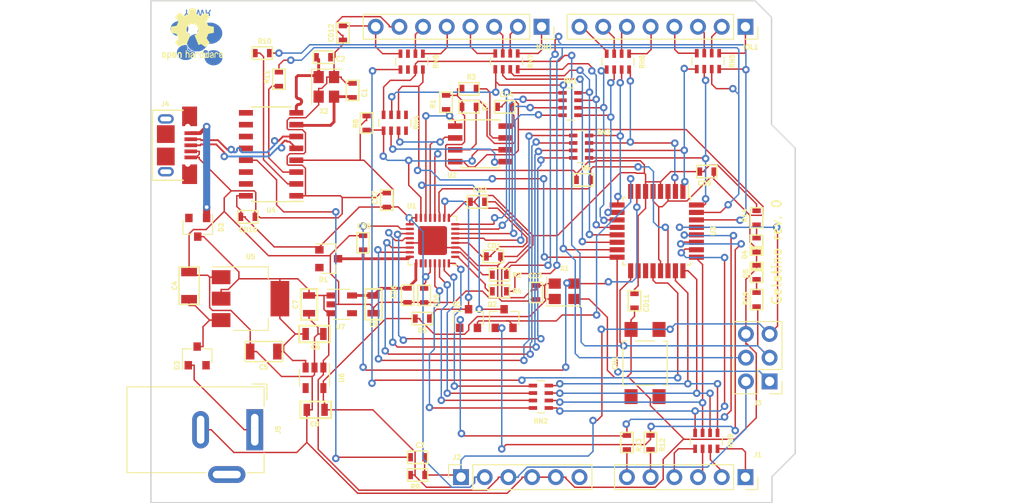
<source format=kicad_pcb>
(kicad_pcb (version 20171130) (host pcbnew "(5.1.12)-1")
  (layers (0 F.Cu signal) (31 B.Cu signal) (34 B.Paste user hide) (35 F.Paste user hide) (36 B.SilkS user hide) (37 F.SilkS user hide) (38 B.Mask user hide) (39 F.Mask user hide) (44 Edge.Cuts user))
  (net 0 "")
  (net 1 GND)
  (net 2 "Net-(C1-Pad2)")
  (net 3 "Net-(C2-Pad2)")
  (net 4 MRST)
  (net 5 DTR)
  (net 6 V+)
  (net 7 +5V)
  (net 8 +3.3V)
  (net 9 +1.2V)
  (net 10 "Net-(CD8-Pad1)")
  (net 11 "Net-(CD12-Pad1)")
  (net 12 "Net-(D2-Pad2)")
  (net 13 "Net-(D3-Pad2)")
  (net 14 "Net-(IOH1-Pad1)")
  (net 15 "Net-(IOH1-Pad2)")
  (net 16 "Net-(IOH1-Pad3)")
  (net 17 "Net-(IOH1-Pad4)")
  (net 18 "Net-(IOH1-Pad5)")
  (net 19 "Net-(IOH1-Pad6)")
  (net 20 "Net-(IOL1-Pad8)")
  (net 21 "Net-(IOL1-Pad7)")
  (net 22 "Net-(IOL1-Pad6)")
  (net 23 "Net-(IOL1-Pad5)")
  (net 24 "Net-(IOL1-Pad4)")
  (net 25 "Net-(IOL1-Pad3)")
  (net 26 "Net-(IOL1-Pad2)")
  (net 27 "Net-(IOL1-Pad1)")
  (net 28 "Net-(J1-Pad1)")
  (net 29 "Net-(J1-Pad2)")
  (net 30 "Net-(J1-Pad3)")
  (net 31 "Net-(J1-Pad4)")
  (net 32 "Net-(J1-Pad5)")
  (net 33 "Net-(J1-Pad6)")
  (net 34 MSDI)
  (net 35 MSCK)
  (net 36 MSDO)
  (net 37 USB_D+)
  (net 38 USB_D-)
  (net 39 FSS)
  (net 40 "Net-(R2-Pad2)")
  (net 41 IO8)
  (net 42 "Net-(R3-Pad2)")
  (net 43 IO9)
  (net 44 "Net-(R4-Pad2)")
  (net 45 FRST)
  (net 46 DONE)
  (net 47 "Net-(R7-Pad1)")
  (net 48 FSCK)
  (net 49 IO0)
  (net 50 "Net-(R10-Pad1)")
  (net 51 "Net-(R11-Pad1)")
  (net 52 IO1)
  (net 53 AD4)
  (net 54 AD5)
  (net 55 AD1)
  (net 56 AD2)
  (net 57 AD0)
  (net 58 AD3)
  (net 59 "Net-(RN1-Pad8)")
  (net 60 "Net-(RN1-Pad7)")
  (net 61 "Net-(RN1-Pad6)")
  (net 62 "Net-(RN1-Pad5)")
  (net 63 IO2)
  (net 64 IO3)
  (net 65 "Net-(RN2-Pad8)")
  (net 66 "Net-(RN2-Pad7)")
  (net 67 "Net-(RN2-Pad6)")
  (net 68 "Net-(RN2-Pad5)")
  (net 69 IO7)
  (net 70 IO6)
  (net 71 IO5)
  (net 72 IO4)
  (net 73 "Net-(RN3-Pad4)")
  (net 74 "Net-(RN3-Pad1)")
  (net 75 "Net-(RN3-Pad3)")
  (net 76 "Net-(RN3-Pad2)")
  (net 77 FSDO)
  (net 78 FSDI)
  (net 79 MSS)
  (net 80 AREF)
  (net 81 CLK16)
  (net 82 FSEL)
  (net 83 "Net-(D4-Pad2)")
  (net 84 "Net-(D5-Pad2)")
  (module logo:wiselogo1 (layer B.Cu) (at 73.406 85.598)
    (fp_text reference G***_2 hide)
    (fp_text value LOGO hide)
    (fp_poly (pts (xy 1.728051 2.957183) (xy 1.879317 2.933383) (xy 2.024488 2.888687) (xy 2.160461 2.823549) (xy 2.284133 2.738424) (xy 2.392402 2.633768) (xy 2.470088 2.529658) (xy 2.530325 2.409147) (xy 2.565586 2.279846) (xy 2.57596 2.145931) (xy 2.56154 2.011578) (xy 2.522415 1.880964) (xy 2.458676 1.758265) (xy 2.453154 1.749871) (xy 2.366684 1.643526) (xy 2.258287 1.547697) (xy 2.13345 1.466187) (xy 1.997659 1.4028) (xy 1.912056 1.374731) (xy 1.842084 1.360921) (xy 1.753842 1.35146) (xy 1.656495 1.346577) (xy 1.559207 1.346502) (xy 1.471141 1.351466) (xy 1.40146 1.361699) (xy 1.400639 1.361885) (xy 1.339274 1.378637) (xy 1.269356 1.401717) (xy 1.217194 1.421639) (xy 1.121834 1.461283) (xy 1.113155 1.531993) (xy 1.103188 1.583981) (xy 1.088263 1.63199) (xy 1.081699 1.646748) (xy 1.0361 1.707352) (xy 0.97134 1.757491) (xy 0.895959 1.792107) (xy 0.818498 1.80614) (xy 0.812499 1.806222) (xy 0.788658 1.810216) (xy 0.769791 1.826259) (xy 0.750008 1.860442) (xy 0.740444 1.880721) (xy 0.700531 2.000679) (xy 0.685803 2.12693) (xy 0.695134 2.255555) (xy 0.7274 2.382632) (xy 0.781476 2.504241) (xy 0.856237 2.616461) (xy 0.950559 2.715371) (xy 0.988888 2.746813) (xy 1.124089 2.834319) (xy 1.268708 2.898654) (xy 1.419644 2.940273) (xy 1.573792 2.959631) (xy 1.728051 2.957183)) (layer B.Cu) (width 0.01))
    (fp_poly (pts (xy 0.864989 1.725658) (xy 0.92645 1.700261) (xy 0.976877 1.660299) (xy 1.011724 1.60726) (xy 1.026443 1.542634) (xy 1.025525 1.512344) (xy 1.005836 1.44814) (xy 0.964597 1.394757) (xy 0.907276 1.354854) (xy 0.839339 1.331089) (xy 0.766254 1.326122) (xy 0.693488 1.342611) (xy 0.684389 1.346445) (xy 0.64697 1.369357) (xy 0.607657 1.40228) (xy 0.599723 1.410319) (xy 0.573768 1.442475) (xy 0.561162 1.474914) (xy 0.557455 1.520327) (xy 0.557389 1.531056) (xy 0.559949 1.580227) (xy 0.570596 1.614103) (xy 0.59378 1.645378) (xy 0.599723 1.651812) (xy 0.65986 1.699566) (xy 0.727148 1.726799) (xy 0.797039 1.735) (xy 0.864989 1.725658)) (layer B.Cu) (width 0.01))
    (fp_poly (pts (xy -0.823638 1.424432) (xy -0.777812 1.412003) (xy -0.776457 1.411297) (xy -0.764393 1.402623) (xy -0.76426 1.392333) (xy -0.779235 1.376778) (xy -0.812494 1.352309) (xy -0.84995 1.32685) (xy -0.907185 1.285625) (xy -0.964238 1.239971) (xy -1.01004 1.198813) (xy -1.01541 1.193421) (xy -1.0542 1.154857) (xy -1.078683 1.135133) (xy -1.09344 1.13212) (xy -1.103053 1.143689) (xy -1.106212 1.15121) (xy -1.116759 1.215461) (xy -1.103726 1.281441) (xy -1.070271 1.341846) (xy -1.019552 1.389377) (xy -0.997778 1.401879) (xy -0.945318 1.418873) (xy -0.883372 1.426557) (xy -0.823638 1.424432)) (layer B.Cu) (width 0.01))
    (fp_poly (pts (xy -1.261954 2.39) (xy -1.197631 2.388079) (xy -1.147761 2.383926) (xy -1.105464 2.376759) (xy -1.063859 2.3658) (xy -1.027759 2.354217) (xy -0.872178 2.289717) (xy -0.736729 2.207814) (xy -0.622498 2.109752) (xy -0.530568 1.996776) (xy -0.462022 1.870132) (xy -0.417944 1.731064) (xy -0.403128 1.636652) (xy -0.400062 1.587199) (xy -0.400985 1.548414) (xy -0.405181 1.529962) (xy -0.422917 1.519243) (xy -0.460968 1.503443) (xy -0.512521 1.485269) (xy -0.538241 1.477059) (xy -0.660205 1.439362) (xy -0.721685 1.46726) (xy -0.80659 1.491809) (xy -0.900067 1.495558) (xy -0.991912 1.478779) (xy -1.042399 1.458766) (xy -1.113765 1.409754) (xy -1.164499 1.346653) (xy -1.192854 1.274126) (xy -1.197082 1.196834) (xy -1.175438 1.11944) (xy -1.172121 1.11255) (xy -1.141468 1.051172) (xy -1.189124 0.959503) (xy -1.215496 0.906643) (xy -1.238423 0.856963) (xy -1.252655 0.821972) (xy -1.262084 0.797771) (xy -1.274138 0.784134) (xy -1.296098 0.77814) (xy -1.335244 0.77687) (xy -1.364516 0.777104) (xy -1.426341 0.780802) (xy -1.500672 0.789642) (xy -1.572664 0.801811) (xy -1.580981 0.803523) (xy -1.728582 0.847274) (xy -1.865911 0.912723) (xy -1.98974 0.99718) (xy -2.09684 1.097958) (xy -2.183986 1.212365) (xy -2.24795 1.337714) (xy -2.259374 1.368778) (xy -2.284884 1.479105) (xy -2.292294 1.599891) (xy -2.281607 1.71994) (xy -2.25934 1.809979) (xy -2.200301 1.941424) (xy -2.116937 2.060594) (xy -2.011082 2.165802) (xy -1.884572 2.255359) (xy -1.739241 2.327579) (xy -1.667462 2.354217) (xy -1.621669 2.368648) (xy -1.580509 2.378682) (xy -1.537103 2.3851) (xy -1.484569 2.388681) (xy -1.416028 2.390204) (xy -1.347611 2.390466) (xy -1.261954 2.39)) (layer B.Cu) (width 0.01))
    (fp_poly (pts (xy 0.312137 0.505696) (xy 0.344191 0.49834) (xy 0.350722 0.483289) (xy 0.332287 0.458185) (xy 0.289443 0.420672) (xy 0.27697 0.410657) (xy 0.222888 0.364974) (xy 0.167962 0.31431) (xy 0.123695 0.269292) (xy 0.122073 0.267498) (xy 0.088983 0.232049) (xy 0.063166 0.206885) (xy 0.050412 0.197556) (xy 0.039581 0.209148) (xy 0.027873 0.233752) (xy 0.014559 0.303477) (xy 0.026325 0.368627) (xy 0.06004 0.425408) (xy 0.112572 0.470028) (xy 0.180791 0.498692) (xy 0.254 0.507712) (xy 0.312137 0.505696)) (layer B.Cu) (width 0.01))
    (fp_poly (pts (xy -0.127 1.460333) (xy -0.037271 1.460096) (xy 0.03034 1.459028) (xy 0.081938 1.456383) (xy 0.123628 1.451418) (xy 0.161516 1.443388) (xy 0.201704 1.43155) (xy 0.2503 1.415159) (xy 0.254 1.413881) (xy 0.413692 1.346506) (xy 0.55705 1.261093) (xy 0.681596 1.1597) (xy 0.784852 1.044384) (xy 0.864337 0.917202) (xy 0.872392 0.900753) (xy 0.898336 0.84412) (xy 0.91995 0.793181) (xy 0.933856 0.756049) (xy 0.936575 0.746569) (xy 0.939239 0.728817) (xy 0.934291 0.716168) (xy 0.916796 0.705685) (xy 0.881822 0.694433) (xy 0.824434 0.679475) (xy 0.823396 0.679212) (xy 0.751309 0.657848) (xy 0.669541 0.628897) (xy 0.593411 0.597871) (xy 0.578586 0.59115) (xy 0.455254 0.533848) (xy 0.389412 0.556202) (xy 0.291469 0.577276) (xy 0.19708 0.574757) (xy 0.110499 0.550158) (xy 0.035978 0.504992) (xy -0.02223 0.440769) (xy -0.043802 0.402167) (xy -0.06589 0.335832) (xy -0.065842 0.27341) (xy -0.043294 0.205728) (xy -0.03535 0.189364) (xy -0.000144 0.119945) (xy -0.05671 0.007056) (xy -0.087078 -0.060843) (xy -0.115884 -0.13813) (xy -0.14069 -0.216817) (xy -0.15906 -0.288915) (xy -0.168556 -0.346436) (xy -0.169333 -0.36209) (xy -0.17215 -0.379645) (xy -0.1834 -0.390069) (xy -0.20728 -0.393611) (xy -0.247986 -0.390515) (xy -0.309718 -0.38103) (xy -0.355113 -0.373005) (xy -0.526593 -0.329323) (xy -0.682355 -0.262734) (xy -0.824538 -0.172189) (xy -0.910166 -0.100473) (xy -1.019513 0.012986) (xy -1.102445 0.128324) (xy -1.160724 0.249039) (xy -1.19611 0.378631) (xy -1.209274 0.493889) (xy -1.206781 0.638881) (xy -1.182098 0.771281) (xy -1.133782 0.894651) (xy -1.06039 1.012552) (xy -0.960477 1.128548) (xy -0.946142 1.143) (xy -0.86157 1.222038) (xy -0.781937 1.283893) (xy -0.698425 1.334056) (xy -0.602215 1.378021) (xy -0.517945 1.409692) (xy -0.373944 1.4605) (xy -0.127 1.460333)) (layer B.Cu) (width 0.01))
    (fp_poly (pts (xy -1.10007 -0.063039) (xy -1.035263 -0.092076) (xy -0.985584 -0.135262) (xy -0.952761 -0.188332) (xy -0.938523 -0.247024) (xy -0.944598 -0.307076) (xy -0.972714 -0.364224) (xy -1.024599 -0.414204) (xy -1.030089 -0.417938) (xy -1.090989 -0.445346) (xy -1.163381 -0.459199) (xy -1.233919 -0.457609) (xy -1.262944 -0.450889) (xy -1.326461 -0.417993) (xy -1.374048 -0.369279) (xy -1.403648 -0.310464) (xy -1.413204 -0.247267) (xy -1.40066 -0.185404) (xy -1.374152 -0.141687) (xy -1.313337 -0.087667) (xy -1.241387 -0.058697) (xy -1.178277 -0.052413) (xy -1.10007 -0.063039)) (layer B.Cu) (width 0.01))
    (fp_poly (pts (xy 1.323138 0.653989) (xy 1.397393 0.651927) (xy 1.457411 0.647524) (xy 1.510175 0.640186) (xy 1.562667 0.62932) (xy 1.584777 0.623947) (xy 1.77114 0.564861) (xy 1.942225 0.485553) (xy 2.096327 0.387577) (xy 2.231743 0.272487) (xy 2.346768 0.141835) (xy 2.439696 -0.002823) (xy 2.508825 -0.159935) (xy 2.533417 -0.240705) (xy 2.549091 -0.327576) (xy 2.556675 -0.430232) (xy 2.556139 -0.537409) (xy 2.547454 -0.637843) (xy 2.534671 -0.705555) (xy 2.479223 -0.866428) (xy 2.399124 -1.01626) (xy 2.296343 -1.153378) (xy 2.172853 -1.276105) (xy 2.030626 -1.382767) (xy 1.871632 -1.471688) (xy 1.697842 -1.541193) (xy 1.511229 -1.589606) (xy 1.489659 -1.593633) (xy 1.412176 -1.602885) (xy 1.315883 -1.6074) (xy 1.209753 -1.607376) (xy 1.102765 -1.603012) (xy 1.003894 -1.594504) (xy 0.922115 -1.58205) (xy 0.917223 -1.581027) (xy 0.730846 -1.52864) (xy 0.558456 -1.455012) (xy 0.401887 -1.361759) (xy 0.26297 -1.250498) (xy 0.143539 -1.122844) (xy 0.045427 -0.980414) (xy -0.029534 -0.824824) (xy -0.065897 -0.714008) (xy -0.080625 -0.634283) (xy -0.088206 -0.537677) (xy -0.088647 -0.434609) (xy -0.08196 -0.335497) (xy -0.068154 -0.25076) (xy -0.065458 -0.239889) (xy -0.008527 -0.077446) (xy 0.073076 0.073354) (xy 0.17766 0.210944) (xy 0.303533 0.333756) (xy 0.449004 0.440222) (xy 0.612383 0.528774) (xy 0.791978 0.597844) (xy 0.859101 0.617324) (xy 0.915314 0.631435) (xy 0.965637 0.641418) (xy 1.017187 0.647989) (xy 1.077085 0.65186) (xy 1.152449 0.653747) (xy 1.227667 0.654304) (xy 1.323138 0.653989)) (layer B.Cu) (width 0.01))
    (fp_poly (pts (xy -1.905611 -0.16275) (xy -1.745775 -0.191811) (xy -1.608666 -0.237599) (xy -1.557767 -0.26027) (xy -1.525452 -0.28115) (xy -1.503436 -0.30709) (xy -1.486403 -0.338715) (xy -1.434993 -0.418333) (xy -1.367108 -0.475704) (xy -1.295455 -0.508412) (xy -1.25022 -0.526131) (xy -1.218756 -0.54811) (xy -1.190868 -0.582797) (xy -1.174306 -0.608807) (xy -1.120545 -0.717487) (xy -1.087878 -0.836097) (xy -1.07722 -0.917222) (xy -1.079562 -1.049825) (xy -1.108254 -1.179605) (xy -1.161423 -1.303596) (xy -1.237196 -1.418836) (xy -1.3337 -1.522361) (xy -1.449065 -1.611206) (xy -1.552222 -1.669027) (xy -1.621919 -1.699713) (xy -1.695872 -1.727872) (xy -1.762299 -1.749173) (xy -1.787841 -1.755643) (xy -1.878202 -1.769267) (xy -1.984134 -1.775493) (xy -2.093972 -1.774316) (xy -2.196049 -1.76573) (xy -2.254174 -1.755856) (xy -2.399805 -1.711861) (xy -2.536442 -1.647032) (xy -2.660048 -1.564295) (xy -2.766588 -1.466576) (xy -2.852023 -1.356799) (xy -2.885607 -1.298222) (xy -2.936335 -1.168822) (xy -2.961434 -1.033977) (xy -2.961101 -0.897942) (xy -2.93553 -0.764969) (xy -2.884915 -0.639314) (xy -2.852921 -0.584593) (xy -2.757858 -0.46344) (xy -2.644162 -0.36113) (xy -2.514958 -0.278536) (xy -2.373374 -0.216528) (xy -2.222537 -0.17598) (xy -2.065574 -0.157763) (xy -1.905611 -0.16275)) (layer B.Cu) (width 0.01))
    (fp_poly (pts (xy 1.041779 -2.274419) (xy 1.111137 -2.283106) (xy 1.161898 -2.29959) (xy 1.198693 -2.325515) (xy 1.226154 -2.36252) (xy 1.231173 -2.371863) (xy 1.250247 -2.430496) (xy 1.252875 -2.49276) (xy 1.240722 -2.551413) (xy 1.215453 -2.599213) (xy 1.178734 -2.628914) (xy 1.171457 -2.631648) (xy 1.153063 -2.638973) (xy 1.151979 -2.648954) (xy 1.169414 -2.668972) (xy 1.179166 -2.678769) (xy 1.201232 -2.707122) (xy 1.230856 -2.753732) (xy 1.2636 -2.811309) (xy 1.285867 -2.853972) (xy 1.354924 -2.991555) (xy 1.242061 -2.991555) (xy 1.179996 -2.868083) (xy 1.142608 -2.796753) (xy 1.111364 -2.747226) (xy 1.081512 -2.715269) (xy 1.048303 -2.696651) (xy 1.006986 -2.687138) (xy 0.973138 -2.683805) (xy 0.889 -2.677719) (xy 0.889 -2.991555) (xy 0.790223 -2.991555) (xy 0.790223 -2.356555) (xy 0.889 -2.356555) (xy 0.889 -2.596444) (xy 0.95745 -2.596444) (xy 1.009271 -2.593101) (xy 1.057408 -2.584714) (xy 1.070637 -2.580849) (xy 1.116401 -2.553812) (xy 1.13935 -2.511103) (xy 1.143 -2.4765) (xy 1.132566 -2.424108) (xy 1.10055 -2.387128) (xy 1.045879 -2.364868) (xy 0.967483 -2.356634) (xy 0.95745 -2.356555) (xy 0.889 -2.356555) (xy 0.790223 -2.356555) (xy 0.790223 -2.271889) (xy 0.949193 -2.271889) (xy 1.041779 -2.274419)) (layer B.Cu) (width 0.01))
    (fp_poly (pts (xy -0.077611 -2.554111) (xy -0.056375 -2.638757) (xy -0.036974 -2.713254) (xy -0.02052 -2.773552) (xy -0.008129 -2.815601) (xy -0.000914 -2.83535) (xy 0 -2.836333) (xy 0.00563 -2.823287) (xy 0.016736 -2.78685) (xy 0.032204 -2.731071) (xy 0.05092 -2.660002) (xy 0.071771 -2.577692) (xy 0.077612 -2.554111) (xy 0.147174 -2.271889) (xy 0.26475 -2.271889) (xy 0.331915 -2.543528) (xy 0.353024 -2.627927) (xy 0.372379 -2.703495) (xy 0.388789 -2.765734) (xy 0.401068 -2.810145) (xy 0.408026 -2.83223) (xy 0.408487 -2.833245) (xy 0.414366 -2.825664) (xy 0.425508 -2.794264) (xy 0.440838 -2.742731) (xy 0.459283 -2.674748) (xy 0.479769 -2.593999) (xy 0.487641 -2.561669) (xy 0.557389 -2.272014) (xy 0.611952 -2.271951) (xy 0.647243 -2.274106) (xy 0.660777 -2.282815) (xy 0.660164 -2.296583) (xy 0.655098 -2.316747) (xy 0.644251 -2.360224) (xy 0.62864 -2.422933) (xy 0.60928 -2.500794) (xy 0.587185 -2.58973) (xy 0.570628 -2.656417) (xy 0.487442 -2.991555) (xy 0.355713 -2.991555) (xy 0.283666 -2.699902) (xy 0.262188 -2.613514) (xy 0.24288 -2.536906) (xy 0.226784 -2.47413) (xy 0.214943 -2.42924) (xy 0.208401 -2.406286) (xy 0.207555 -2.404184) (xy 0.203069 -2.415847) (xy 0.193063 -2.450729) (xy 0.178662 -2.504623) (xy 0.160992 -2.573319) (xy 0.141826 -2.649976) (xy 0.115874 -2.755742) (xy 0.095793 -2.837329) (xy 0.080222 -2.897839) (xy 0.067799 -2.940373) (xy 0.057162 -2.968032) (xy 0.046949 -2.983918) (xy 0.035799 -2.991132) (xy 0.02235 -2.992775) (xy 0.005239 -2.991948) (xy -0.008161 -2.991555) (xy -0.051102 -2.987767) (xy -0.075217 -2.977609) (xy -0.077608 -2.973917) (xy -0.082642 -2.955662) (xy -0.093393 -2.914104) (xy -0.108822 -2.853338) (xy -0.127893 -2.777464) (xy -0.149569 -2.690579) (xy -0.162425 -2.638778) (xy -0.18521 -2.547015) (xy -0.206052 -2.463494) (xy -0.223889 -2.392432) (xy -0.237662 -2.338042) (xy -0.246311 -2.304541) (xy -0.248488 -2.296583) (xy -0.248706 -2.280388) (xy -0.232146 -2.273255) (xy -0.201537 -2.271889) (xy -0.147173 -2.271889) (xy -0.077611 -2.554111)) (layer B.Cu) (width 0.01))
    (fp_poly (pts (xy -0.338666 -2.31209) (xy -0.342946 -2.330731) (xy -0.356922 -2.358218) (xy -0.382298 -2.396964) (xy -0.420779 -2.449378) (xy -0.474068 -2.517872) (xy -0.543871 -2.604858) (xy -0.557388 -2.621518) (xy -0.617774 -2.696162) (xy -0.671772 -2.763513) (xy -0.716964 -2.820507) (xy -0.750935 -2.86408) (xy -0.771267 -2.891166) (xy -0.776111 -2.898817) (xy -0.762787 -2.901542) (xy -0.725965 -2.903875) (xy -0.670367 -2.905645) (xy -0.600717 -2.906685) (xy -0.550333 -2.906889) (xy -0.324555 -2.906889) (xy -0.324555 -2.991555) (xy -0.917222 -2.991555) (xy -0.917163 -2.95275) (xy -0.91221 -2.933699) (xy -0.896369 -2.904192) (xy -0.868102 -2.862069) (xy -0.825871 -2.805169) (xy -0.768139 -2.731331) (xy -0.693678 -2.638778) (xy -0.470251 -2.363611) (xy -0.903111 -2.355839) (xy -0.903111 -2.271889) (xy -0.338666 -2.271889) (xy -0.338666 -2.31209)) (layer B.Cu) (width 0.01))
    (fp_poly (pts (xy -1.489669 -2.272694) (xy -1.470563 -2.277713) (xy -1.452218 -2.290848) (xy -1.430507 -2.316003) (xy -1.401303 -2.357081) (xy -1.362699 -2.414647) (xy -1.325465 -2.468362) (xy -1.293204 -2.510792) (xy -1.269241 -2.537847) (xy -1.256901 -2.545436) (xy -1.256596 -2.545175) (xy -1.244663 -2.529021) (xy -1.220838 -2.494665) (xy -1.188787 -2.447448) (xy -1.158629 -2.402417) (xy -1.120415 -2.345588) (xy -1.093237 -2.308236) (xy -1.072597 -2.286275) (xy -1.053998 -2.27562) (xy -1.032941 -2.272185) (xy -1.014934 -2.271889) (xy -0.978892 -2.274177) (xy -0.966885 -2.282068) (xy -0.969437 -2.289879) (xy -0.981056 -2.307519) (xy -1.005374 -2.343859) (xy -1.03926 -2.394239) (xy -1.079582 -2.453996) (xy -1.097138 -2.479963) (xy -1.213555 -2.652057) (xy -1.213555 -2.991555) (xy -1.312333 -2.991555) (xy -1.312333 -2.659756) (xy -1.41576 -2.504628) (xy -1.456855 -2.442913) (xy -1.494402 -2.38639) (xy -1.524495 -2.340946) (xy -1.54323 -2.312466) (xy -1.544383 -2.310694) (xy -1.569579 -2.271889) (xy -1.513664 -2.271889) (xy -1.489669 -2.272694)) (layer B.Cu) (width 0.01))
  )
  (module mylib:0603_CAP (layer F.Cu) (at 89.9414 91.2495 270)
    (fp_text reference C1 (at 0.254 -1.27 270) (layer F.SilkS) (effects (font (size 0.5 0.5) (thickness 0.125))))
    (fp_text value 33pF)
    (pad 1 smd rect (at -0.75 0 270) (size 0.5 0.9) (layers F.Cu F.Paste F.Mask) (net 1 GND))
    (pad 2 smd rect (at 0.75 0 270) (size 0.5 0.9) (layers F.Cu F.Paste F.Mask) (net 2 "Net-(C1-Pad2)"))
  )
  (module mylib:0603_CAP (layer F.Cu) (at 86.8172 87.6935 180)
    (fp_text reference C2 (at -1.8288 -0.1905 180) (layer F.SilkS) (effects (font (size 0.5 0.5) (thickness 0.125))))
    (fp_text value 33pF)
    (pad 2 smd rect (at 0.75 0 180) (size 0.5 0.9) (layers F.Cu F.Paste F.Mask) (net 3 "Net-(C2-Pad2)"))
    (pad 1 smd rect (at -0.75 0 180) (size 0.5 0.9) (layers F.Cu F.Paste F.Mask) (net 1 GND))
  )
  (module mylib:0603_CAP (layer F.Cu) (at 96.901 130.556)
    (fp_text reference C3 (at 0.254 -1.27) (layer F.SilkS) (effects (font (size 0.5 0.5) (thickness 0.125))))
    (fp_text value 100nF)
    (pad 2 smd rect (at 0.75 0) (size 0.5 0.9) (layers F.Cu F.Paste F.Mask) (net 4 MRST))
    (pad 1 smd rect (at -0.75 0) (size 0.5 0.9) (layers F.Cu F.Paste F.Mask) (net 5 DTR))
  )
  (module mylib:1206_SMD (layer F.Cu) (at 72.4154 112.166 90)
    (fp_text reference C4 (at 0 -1.5494 90) (layer F.SilkS) (effects (font (size 0.5 0.5) (thickness 0.125))))
    (fp_text value 10uF)
    (pad 2 smd rect (at 1.45 0 90) (size 0.9 1.7) (layers F.Cu F.Paste F.Mask) (net 1 GND))
    (pad 1 smd rect (at -1.45 0 90) (size 0.9 1.7) (layers F.Cu F.Paste F.Mask) (net 6 V+))
  )
  (module mylib:1206_SMD (layer F.Cu) (at 80.4164 119.228 180)
    (fp_text reference C5 (at 0.0254 -1.6764 180) (layer F.SilkS) (effects (font (size 0.5 0.5) (thickness 0.125))))
    (fp_text value 10uF)
    (pad 1 smd rect (at -1.45 0 180) (size 0.9 1.7) (layers F.Cu F.Paste F.Mask) (net 7 +5V))
    (pad 2 smd rect (at 1.45 0 180) (size 0.9 1.7) (layers F.Cu F.Paste F.Mask) (net 1 GND))
  )
  (module mylib:0805_SMD (layer F.Cu) (at 85.852 117.348)
    (fp_text reference C6 (at 0.127 1.397 180) (layer F.SilkS) (effects (font (size 0.5 0.5) (thickness 0.125))))
    (fp_text value 1uF)
    (pad 2 smd rect (at 0.95 0) (size 0.7 1.3) (layers F.Cu F.Paste F.Mask) (net 1 GND))
    (pad 1 smd rect (at -0.95 0) (size 0.7 1.3) (layers F.Cu F.Paste F.Mask) (net 7 +5V))
  )
  (module mylib:0805_SMD (layer F.Cu) (at 85.2678 114.173 270)
    (fp_text reference C7 (at 0 1.4478 270) (layer F.SilkS) (effects (font (size 0.5 0.5) (thickness 0.125))))
    (fp_text value 1uF)
    (pad 1 smd rect (at -0.95 0 270) (size 0.7 1.3) (layers F.Cu F.Paste F.Mask) (net 7 +5V))
    (pad 2 smd rect (at 0.95 0 270) (size 0.7 1.3) (layers F.Cu F.Paste F.Mask) (net 1 GND))
  )
  (module mylib:0805_SMD (layer F.Cu) (at 85.979 125.476 180)
    (fp_text reference C8 (at 0.127 -1.524 180) (layer F.SilkS) (effects (font (size 0.5 0.5) (thickness 0.125))))
    (fp_text value 1uF)
    (pad 2 smd rect (at 0.95 0 180) (size 0.7 1.3) (layers F.Cu F.Paste F.Mask) (net 1 GND))
    (pad 1 smd rect (at -0.95 0 180) (size 0.7 1.3) (layers F.Cu F.Paste F.Mask) (net 8 +3.3V))
  )
  (module mylib:0805_SMD (layer F.Cu) (at 92.1766 114.173 270)
    (fp_text reference C9 (at 2.159 -0.0254) (layer F.SilkS) (effects (font (size 0.5 0.5) (thickness 0.125))))
    (fp_text value 1uF)
    (pad 1 smd rect (at -0.95 0 270) (size 0.7 1.3) (layers F.Cu F.Paste F.Mask) (net 9 +1.2V))
    (pad 2 smd rect (at 0.95 0 270) (size 0.7 1.3) (layers F.Cu F.Paste F.Mask) (net 1 GND))
  )
  (module mylib:0603_CAP (layer F.Cu) (at 105.029 109.042)
    (fp_text reference CD1 (at 0.0635 -1.1557) (layer F.SilkS) (effects (font (size 0.5 0.5) (thickness 0.125))))
    (fp_text value 100nF)
    (pad 1 smd rect (at -0.75 0) (size 0.5 0.9) (layers F.Cu F.Paste F.Mask) (net 8 +3.3V))
    (pad 2 smd rect (at 0.75 0) (size 0.5 0.9) (layers F.Cu F.Paste F.Mask) (net 1 GND))
  )
  (module mylib:0603_CAP (layer F.Cu) (at 103.314 103.188)
    (fp_text reference CD2 (at 0.254 -1.27) (layer F.SilkS) (effects (font (size 0.5 0.5) (thickness 0.125))))
    (fp_text value 100nF)
    (pad 1 smd rect (at -0.75 0) (size 0.5 0.9) (layers F.Cu F.Paste F.Mask) (net 8 +3.3V))
    (pad 2 smd rect (at 0.75 0) (size 0.5 0.9) (layers F.Cu F.Paste F.Mask) (net 1 GND))
  )
  (module mylib:0603_CAP (layer F.Cu) (at 109.601 112.903 270)
    (fp_text reference CD3 (at -1.778 0.127) (layer F.SilkS) (effects (font (size 0.5 0.5) (thickness 0.125))))
    (fp_text value 100nF)
    (pad 2 smd rect (at 0.75 0 270) (size 0.5 0.9) (layers F.Cu F.Paste F.Mask) (net 1 GND))
    (pad 1 smd rect (at -0.75 0 270) (size 0.5 0.9) (layers F.Cu F.Paste F.Mask) (net 8 +3.3V))
  )
  (module mylib:0603_CAP (layer F.Cu) (at 106.223 93.0148 180)
    (fp_text reference CD4 (at -0.2032 1.3208 180) (layer F.SilkS) (effects (font (size 0.5 0.5) (thickness 0.125))))
    (fp_text value 100nF)
    (pad 1 smd rect (at -0.75 0 180) (size 0.5 0.9) (layers F.Cu F.Paste F.Mask) (net 8 +3.3V))
    (pad 2 smd rect (at 0.75 0 180) (size 0.5 0.9) (layers F.Cu F.Paste F.Mask) (net 1 GND))
  )
  (module mylib:0603_CAP (layer F.Cu) (at 97.5995 113.22 270)
    (fp_text reference CD5 (at 0.5715 -1.3335 270) (layer F.SilkS) (effects (font (size 0.5 0.5) (thickness 0.125))))
    (fp_text value 100nF)
    (pad 2 smd rect (at 0.75 0 270) (size 0.5 0.9) (layers F.Cu F.Paste F.Mask) (net 1 GND))
    (pad 1 smd rect (at -0.75 0 270) (size 0.5 0.9) (layers F.Cu F.Paste F.Mask) (net 8 +3.3V))
  )
  (module mylib:0603_CAP (layer F.Cu) (at 95.8215 113.208 270)
    (fp_text reference CD6 (at -0.369 1.4605 270) (layer F.SilkS) (effects (font (size 0.5 0.5) (thickness 0.125))))
    (fp_text value 100nF)
    (pad 1 smd rect (at -0.75 0 270) (size 0.5 0.9) (layers F.Cu F.Paste F.Mask) (net 9 +1.2V))
    (pad 2 smd rect (at 0.75 0 270) (size 0.5 0.9) (layers F.Cu F.Paste F.Mask) (net 1 GND))
  )
  (module mylib:0603_CAP (layer F.Cu) (at 93.599 102.997 90)
    (fp_text reference CD7 (at 0.254 -1.27 90) (layer F.SilkS) (effects (font (size 0.5 0.5) (thickness 0.125))))
    (fp_text value 100nF)
    (pad 2 smd rect (at 0.75 0 90) (size 0.5 0.9) (layers F.Cu F.Paste F.Mask) (net 1 GND))
    (pad 1 smd rect (at -0.75 0 90) (size 0.5 0.9) (layers F.Cu F.Paste F.Mask) (net 8 +3.3V))
  )
  (module mylib:0603_CAP (layer F.Cu) (at 91.059 107.569 90)
    (fp_text reference CD8 (at 1.778 0.1016 180) (layer F.SilkS) (effects (font (size 0.5 0.5) (thickness 0.125))))
    (fp_text value 100nF)
    (pad 2 smd rect (at 0.75 0 90) (size 0.5 0.9) (layers F.Cu F.Paste F.Mask) (net 1 GND))
    (pad 1 smd rect (at -0.75 0 90) (size 0.5 0.9) (layers F.Cu F.Paste F.Mask) (net 10 "Net-(CD8-Pad1)"))
  )
  (module mylib:0603_CAP (layer F.Cu) (at 127.889 99.949 180)
    (fp_text reference CD9 (at 0.254 -1.27 180) (layer F.SilkS) (effects (font (size 0.5 0.5) (thickness 0.125))))
    (fp_text value 100nF)
    (pad 2 smd rect (at 0.75 0 180) (size 0.5 0.9) (layers F.Cu F.Paste F.Mask) (net 8 +3.3V))
    (pad 1 smd rect (at -0.75 0 180) (size 0.5 0.9) (layers F.Cu F.Paste F.Mask) (net 1 GND))
  )
  (module mylib:0603_CAP (layer F.Cu) (at 78.7146 104.8)
    (fp_text reference CD10 (at 0.0254 1.3716) (layer F.SilkS) (effects (font (size 0.5 0.5) (thickness 0.125))))
    (fp_text value 100nF)
    (pad 1 smd rect (at -0.75 0) (size 0.5 0.9) (layers F.Cu F.Paste F.Mask) (net 8 +3.3V))
    (pad 2 smd rect (at 0.75 0) (size 0.5 0.9) (layers F.Cu F.Paste F.Mask) (net 1 GND))
  )
  (module mylib:0603_CAP (layer F.Cu) (at 120.142 113.792 270)
    (fp_text reference CD11 (at 0.254 -1.27 270) (layer F.SilkS) (effects (font (size 0.5 0.5) (thickness 0.125))))
    (fp_text value 100nF)
    (pad 1 smd rect (at -0.75 0 270) (size 0.5 0.9) (layers F.Cu F.Paste F.Mask) (net 8 +3.3V))
    (pad 2 smd rect (at 0.75 0 270) (size 0.5 0.9) (layers F.Cu F.Paste F.Mask) (net 1 GND))
  )
  (module mylib:0603_CAP (layer F.Cu) (at 88.9 85.09 270)
    (fp_text reference CD12 (at 0 1.27 270) (layer F.SilkS) (effects (font (size 0.5 0.5) (thickness 0.125))))
    (fp_text value 100nF)
    (pad 1 smd rect (at -0.75 0 270) (size 0.5 0.9) (layers F.Cu F.Paste F.Mask) (net 11 "Net-(CD12-Pad1)"))
    (pad 2 smd rect (at 0.75 0 270) (size 0.5 0.9) (layers F.Cu F.Paste F.Mask) (net 1 GND))
  )
  (module Button_Switch_SMD:SW_SPST_TL3305A (layer F.Cu) (at 121.272 120.46 90)
    (fp_text reference CH1 (at 0 -3.2 90) (layer F.SilkS) (effects (font (size 0.5 0.5) (thickness 0.125))))
    (fp_text value RESET)
    (pad 1 smd rect (at 3.6 -1.5 90) (size 1.6 1.4) (layers F.Cu F.Paste F.Mask) (net 1 GND))
    (pad 1 smd rect (at -3.6 -1.5 90) (size 1.6 1.4) (layers F.Cu F.Paste F.Mask))
    (pad 2 smd rect (at 3.6 1.5 90) (size 1.6 1.4) (layers F.Cu F.Paste F.Mask) (net 4 MRST))
    (pad 2 smd rect (at -3.6 1.5 90) (size 1.6 1.4) (layers F.Cu F.Paste F.Mask))
  )
  (module Package_TO_SOT_SMD:SOT-23 (layer F.Cu) (at 87.376 109.284)
    (fp_text reference D1 (at -0.5588 2.2352) (layer F.SilkS) (effects (font (size 0.5 0.5) (thickness 0.125))))
    (fp_text value D_Schottky_Small_ALT)
    (pad 1 smd rect (at -1 -0.95) (size 0.9 0.8) (layers F.Cu F.Paste F.Mask) (net 8 +3.3V))
    (pad 2 smd rect (at -1 0.95) (size 0.9 0.8) (layers F.Cu F.Paste F.Mask))
    (pad 3 smd rect (at 1 0) (size 0.9 0.8) (layers F.Cu F.Paste F.Mask) (net 10 "Net-(CD8-Pad1)"))
  )
  (module Package_TO_SOT_SMD:SOT-23 (layer F.Cu) (at 73.3425 105.918 270)
    (fp_text reference D2 (at 0 -2.5 270) (layer F.SilkS) (effects (font (size 0.5 0.5) (thickness 0.125))))
    (fp_text value D_Schottky_Small_ALT)
    (pad 1 smd rect (at -1 -0.95 270) (size 0.9 0.8) (layers F.Cu F.Paste F.Mask) (net 12 "Net-(D2-Pad2)"))
    (pad 2 smd rect (at -1 0.95 270) (size 0.9 0.8) (layers F.Cu F.Paste F.Mask))
    (pad 3 smd rect (at 1 0 270) (size 0.9 0.8) (layers F.Cu F.Paste F.Mask) (net 7 +5V))
  )
  (module Package_TO_SOT_SMD:SOT-23 (layer F.Cu) (at 73.279 119.698 90)
    (fp_text reference D3 (at -1.016 -2.159 -90) (layer F.SilkS) (effects (font (size 0.5 0.5) (thickness 0.125))))
    (fp_text value D_Schottky_Small_ALT)
    (pad 3 smd rect (at 1 0 90) (size 0.9 0.8) (layers F.Cu F.Paste F.Mask) (net 6 V+))
    (pad 2 smd rect (at -1 0.95 90) (size 0.9 0.8) (layers F.Cu F.Paste F.Mask))
    (pad 1 smd rect (at -1 -0.95 90) (size 0.9 0.8) (layers F.Cu F.Paste F.Mask) (net 13 "Net-(D3-Pad2)"))
  )
  (module Connector_PinSocket_2.54mm:PinSocket_1x08_P2.54mm_Vertical (layer F.Cu) (at 110.185 84.4296 270)
    (fp_text reference IOH1 (at 2.1844 -0.3048) (layer F.SilkS) (effects (font (size 0.5 0.5) (thickness 0.125))))
    (fp_text value Conn_01x08)
    (pad 1 thru_hole rect (at 0 0 270) (size 1.7 1.7) (drill 1) (layers *.Cu *.Mask) (net 14 "Net-(IOH1-Pad1)"))
    (pad 2 thru_hole oval (at 0 2.54 270) (size 1.7 1.7) (drill 1) (layers *.Cu *.Mask) (net 15 "Net-(IOH1-Pad2)"))
    (pad 3 thru_hole oval (at 0 5.08 270) (size 1.7 1.7) (drill 1) (layers *.Cu *.Mask) (net 16 "Net-(IOH1-Pad3)"))
    (pad 4 thru_hole oval (at 0 7.62 270) (size 1.7 1.7) (drill 1) (layers *.Cu *.Mask) (net 17 "Net-(IOH1-Pad4)"))
    (pad 5 thru_hole oval (at 0 10.16 270) (size 1.7 1.7) (drill 1) (layers *.Cu *.Mask) (net 18 "Net-(IOH1-Pad5)"))
    (pad 6 thru_hole oval (at 0 12.7 270) (size 1.7 1.7) (drill 1) (layers *.Cu *.Mask) (net 19 "Net-(IOH1-Pad6)"))
    (pad 7 thru_hole oval (at 0 15.24 270) (size 1.7 1.7) (drill 1) (layers *.Cu *.Mask) (net 1 GND))
    (pad 8 thru_hole oval (at 0 17.78 270) (size 1.7 1.7) (drill 1) (layers *.Cu *.Mask) (net 11 "Net-(CD12-Pad1)"))
  )
  (module Connector_PinSocket_2.54mm:PinSocket_1x08_P2.54mm_Vertical (layer F.Cu) (at 132.029 84.4296 270)
    (fp_text reference IOL1 (at 2.1844 -0.5588) (layer F.SilkS) (effects (font (size 0.5 0.5) (thickness 0.125))))
    (fp_text value Conn_01x08)
    (pad 8 thru_hole oval (at 0 17.78 270) (size 1.7 1.7) (drill 1) (layers *.Cu *.Mask) (net 20 "Net-(IOL1-Pad8)"))
    (pad 7 thru_hole oval (at 0 15.24 270) (size 1.7 1.7) (drill 1) (layers *.Cu *.Mask) (net 21 "Net-(IOL1-Pad7)"))
    (pad 6 thru_hole oval (at 0 12.7 270) (size 1.7 1.7) (drill 1) (layers *.Cu *.Mask) (net 22 "Net-(IOL1-Pad6)"))
    (pad 5 thru_hole oval (at 0 10.16 270) (size 1.7 1.7) (drill 1) (layers *.Cu *.Mask) (net 23 "Net-(IOL1-Pad5)"))
    (pad 4 thru_hole oval (at 0 7.62 270) (size 1.7 1.7) (drill 1) (layers *.Cu *.Mask) (net 24 "Net-(IOL1-Pad4)"))
    (pad 3 thru_hole oval (at 0 5.08 270) (size 1.7 1.7) (drill 1) (layers *.Cu *.Mask) (net 25 "Net-(IOL1-Pad3)"))
    (pad 2 thru_hole oval (at 0 2.54 270) (size 1.7 1.7) (drill 1) (layers *.Cu *.Mask) (net 26 "Net-(IOL1-Pad2)"))
    (pad 1 thru_hole rect (at 0 0 270) (size 1.7 1.7) (drill 1) (layers *.Cu *.Mask) (net 27 "Net-(IOL1-Pad1)"))
  )
  (module Connector_PinSocket_2.54mm:PinSocket_1x06_P2.54mm_Vertical (layer F.Cu) (at 132.029 132.69 270)
    (fp_text reference J1 (at -2.3876 -1.3208) (layer F.SilkS) (effects (font (size 0.5 0.5) (thickness 0.125))))
    (fp_text value AD)
    (pad 1 thru_hole rect (at 0 0 270) (size 1.7 1.7) (drill 1) (layers *.Cu *.Mask) (net 28 "Net-(J1-Pad1)"))
    (pad 2 thru_hole oval (at 0 2.54 270) (size 1.7 1.7) (drill 1) (layers *.Cu *.Mask) (net 29 "Net-(J1-Pad2)"))
    (pad 3 thru_hole oval (at 0 5.08 270) (size 1.7 1.7) (drill 1) (layers *.Cu *.Mask) (net 30 "Net-(J1-Pad3)"))
    (pad 4 thru_hole oval (at 0 7.62 270) (size 1.7 1.7) (drill 1) (layers *.Cu *.Mask) (net 31 "Net-(J1-Pad4)"))
    (pad 5 thru_hole oval (at 0 10.16 270) (size 1.7 1.7) (drill 1) (layers *.Cu *.Mask) (net 32 "Net-(J1-Pad5)"))
    (pad 6 thru_hole oval (at 0 12.7 270) (size 1.7 1.7) (drill 1) (layers *.Cu *.Mask) (net 33 "Net-(J1-Pad6)"))
  )
  (module Connector_PinSocket_2.54mm:PinSocket_1x06_P2.54mm_Vertical (layer F.Cu) (at 101.549 132.69 90)
    (fp_text reference J2 (at 2.1336 -0.4572 180) (layer F.SilkS) (effects (font (size 0.5 0.5) (thickness 0.125))))
    (fp_text value PWR)
    (pad 6 thru_hole oval (at 0 12.7 90) (size 1.7 1.7) (drill 1) (layers *.Cu *.Mask))
    (pad 5 thru_hole oval (at 0 10.16 90) (size 1.7 1.7) (drill 1) (layers *.Cu *.Mask) (net 1 GND))
    (pad 4 thru_hole oval (at 0 7.62 90) (size 1.7 1.7) (drill 1) (layers *.Cu *.Mask) (net 1 GND))
    (pad 3 thru_hole oval (at 0 5.08 90) (size 1.7 1.7) (drill 1) (layers *.Cu *.Mask) (net 7 +5V))
    (pad 2 thru_hole oval (at 0 2.54 90) (size 1.7 1.7) (drill 1) (layers *.Cu *.Mask) (net 8 +3.3V))
    (pad 1 thru_hole rect (at 0 0 90) (size 1.7 1.7) (drill 1) (layers *.Cu *.Mask) (net 4 MRST))
  )
  (module Connector_PinHeader_2.54mm:PinHeader_2x03_P2.54mm_Vertical (layer F.Cu) (at 134.62 122.428 180)
    (fp_text reference J3 (at 1.27 -2.33 180) (layer F.SilkS) (effects (font (size 0.5 0.5) (thickness 0.125))))
    (fp_text value ICSP)
    (pad 1 thru_hole rect (at 0 0 180) (size 1.7 1.7) (drill 1) (layers *.Cu *.Mask) (net 34 MSDI))
    (pad 2 thru_hole oval (at 2.54 0 180) (size 1.7 1.7) (drill 1) (layers *.Cu *.Mask) (net 7 +5V))
    (pad 3 thru_hole oval (at 0 2.54 180) (size 1.7 1.7) (drill 1) (layers *.Cu *.Mask) (net 35 MSCK))
    (pad 4 thru_hole oval (at 2.54 2.54 180) (size 1.7 1.7) (drill 1) (layers *.Cu *.Mask) (net 36 MSDO))
    (pad 5 thru_hole oval (at 0 5.08 180) (size 1.7 1.7) (drill 1) (layers *.Cu *.Mask) (net 4 MRST))
    (pad 6 thru_hole oval (at 2.54 5.08 180) (size 1.7 1.7) (drill 1) (layers *.Cu *.Mask) (net 1 GND))
  )
  (module mylib:USB-Micro-LCSC (layer F.Cu) (at 72.5932 97.1296 270)
    (fp_text reference J4 (at -4.4196 2.7432) (layer F.SilkS) (effects (font (size 0.5 0.5) (thickness 0.125))))
    (fp_text value USB)
    (pad 3 smd rect (at 0 0 270) (size 0.4 1.35) (layers F.Cu F.Paste F.Mask) (net 37 USB_D+))
    (pad 2 smd rect (at -0.65 0 270) (size 0.4 1.35) (layers F.Cu F.Paste F.Mask) (net 38 USB_D-))
    (pad 1 smd rect (at -1.3 0 270) (size 0.4 1.35) (layers F.Cu F.Paste F.Mask) (net 12 "Net-(D2-Pad2)"))
    (pad 4 smd rect (at 0.65 0 270) (size 0.4 1.35) (layers F.Cu F.Paste F.Mask) (net 1 GND))
    (pad 5 smd rect (at 1.3 0 270) (size 0.4 1.35) (layers F.Cu F.Paste F.Mask) (net 1 GND))
    (pad "" smd rect (at 3.1 0.125 270) (size 2.1 1.6) (layers F.Cu F.Paste F.Mask))
    (pad "" smd rect (at -3.1 0.125 270) (size 2.1 1.6) (layers F.Cu F.Paste F.Mask))
    (pad "" thru_hole oval (at 2.826 2.675 270) (size 1 1.7) (drill oval 0.5 1.2) (layers *.Cu *.Mask))
    (pad "" thru_hole oval (at -2.825 2.675 270) (size 1 1.7) (drill oval 0.5 1.2) (layers *.Cu *.Mask))
    (pad "" smd rect (at 1.2 2.675 270) (size 1.9 1.9) (layers F.Cu F.Paste F.Mask))
    (pad "" smd rect (at -1.2 2.675 270) (size 1.9 1.9) (layers F.Cu F.Paste F.Mask))
    (pad "" np_thru_hole circle (at 2 0.325 270) (size 0.6 0.6) (drill 0.6) (layers *.Cu *.Mask))
    (pad "" np_thru_hole circle (at -2 0.325 270) (size 0.6 0.6) (drill 0.6) (layers *.Cu *.Mask))
  )
  (module Connector_BarrelJack:BarrelJack_Wuerth_6941xx301002 (layer F.Cu) (at 79.4512 127.61 270)
    (fp_text reference J5 (at 0 -2.5 270) (layer F.SilkS) (effects (font (size 0.5 0.5) (thickness 0.125))))
    (fp_text value POWER)
    (pad 3 thru_hole oval (at 4.8 3) (size 4 1.8) (drill oval 3 0.8) (layers *.Cu *.Mask))
    (pad 2 thru_hole oval (at 0 5.8 270) (size 4 1.8) (drill oval 3 0.8) (layers *.Cu *.Mask) (net 1 GND))
    (pad 1 thru_hole rect (at 0 0 270) (size 4.4 1.8) (drill oval 3.4 0.8) (layers *.Cu *.Mask) (net 13 "Net-(D3-Pad2)"))
  )
  (module Package_TO_SOT_SMD:SOT-23 (layer F.Cu) (at 102.362 115.697 90)
    (fp_text reference Q1 (at 1.524 -1.2065 180) (layer F.SilkS) (effects (font (size 0.5 0.5) (thickness 0.125))))
    (fp_text value NMOS)
    (pad G smd rect (at -1 -0.95 90) (size 0.9 0.8) (layers F.Cu F.Paste F.Mask) (net 54 AD5))
    (pad S smd rect (at -1 0.95 90) (size 0.9 0.8) (layers F.Cu F.Paste F.Mask) (net 82 FSEL))
    (pad D smd rect (at 1 0 90) (size 0.9 0.8) (layers F.Cu F.Paste F.Mask) (net 45 FRST))
  )
  (module Package_TO_SOT_SMD:SOT-23 (layer F.Cu) (at 106.172 115.697 90)
    (fp_text reference Q2 (at 1.524 -1.27 180) (layer F.SilkS) (effects (font (size 0.5 0.5) (thickness 0.125))))
    (fp_text value NMOS)
    (pad D smd rect (at 1 0 90) (size 0.9 0.8) (layers F.Cu F.Paste F.Mask) (net 39 FSS))
    (pad S smd rect (at -1 0.95 90) (size 0.9 0.8) (layers F.Cu F.Paste F.Mask) (net 82 FSEL))
    (pad G smd rect (at -1 -0.95 90) (size 0.9 0.8) (layers F.Cu F.Paste F.Mask) (net 53 AD4))
  )
  (module mylib:0603_RES (layer F.Cu) (at 99.949 92.5322 270)
    (fp_text reference R1 (at 0.1778 1.397 270) (layer F.SilkS) (effects (font (size 0.5 0.5) (thickness 0.125))))
    (fp_text value 10k)
    (pad 2 smd rect (at 0.75 0 270) (size 0.5 0.9) (layers F.Cu F.Paste F.Mask) (net 39 FSS))
    (pad 1 smd rect (at -0.75 0 270) (size 0.5 0.9) (layers F.Cu F.Paste F.Mask) (net 8 +3.3V))
  )
  (module mylib:0603_RES (layer F.Cu) (at 105.664 110.998 180)
    (fp_text reference R2 (at -1.905 -0.0635 180) (layer F.SilkS) (effects (font (size 0.5 0.5) (thickness 0.125))))
    (fp_text value 100)
    (pad 2 smd rect (at 0.75 0 180) (size 0.5 0.9) (layers F.Cu F.Paste F.Mask) (net 40 "Net-(R2-Pad2)"))
    (pad 1 smd rect (at -0.75 0 180) (size 0.5 0.9) (layers F.Cu F.Paste F.Mask) (net 49 IO0))
  )
  (module mylib:0603_RES (layer F.Cu) (at 102.413 91.0844)
    (fp_text reference R3 (at 0.254 -1.27) (layer F.SilkS) (effects (font (size 0.5 0.5) (thickness 0.125))))
    (fp_text value 10k)
    (pad 1 smd rect (at -0.75 0) (size 0.5 0.9) (layers F.Cu F.Paste F.Mask) (net 8 +3.3V))
    (pad 2 smd rect (at 0.75 0) (size 0.5 0.9) (layers F.Cu F.Paste F.Mask) (net 42 "Net-(R3-Pad2)"))
  )
  (module mylib:0603_RES (layer F.Cu) (at 105.664 112.776 180)
    (fp_text reference R4 (at -1.905 0 180) (layer F.SilkS) (effects (font (size 0.5 0.5) (thickness 0.125))))
    (fp_text value 100)
    (pad 1 smd rect (at -0.75 0 180) (size 0.5 0.9) (layers F.Cu F.Paste F.Mask) (net 52 IO1))
    (pad 2 smd rect (at 0.75 0 180) (size 0.5 0.9) (layers F.Cu F.Paste F.Mask) (net 44 "Net-(R4-Pad2)"))
  )
  (module mylib:0603_RES (layer F.Cu) (at 97.409 115.697)
    (fp_text reference R5 (at 0 1.27) (layer F.SilkS) (effects (font (size 0.5 0.5) (thickness 0.125))))
    (fp_text value 10k)
    (pad 1 smd rect (at -0.75 0) (size 0.5 0.9) (layers F.Cu F.Paste F.Mask) (net 8 +3.3V))
    (pad 2 smd rect (at 0.75 0) (size 0.5 0.9) (layers F.Cu F.Paste F.Mask) (net 45 FRST))
  )
  (module mylib:0603_RES (layer F.Cu) (at 114.681 100.838)
    (fp_text reference R6 (at 0.254 -1.27) (layer F.SilkS) (effects (font (size 0.5 0.5) (thickness 0.125))))
    (fp_text value 10k)
    (pad 2 smd rect (at 0.75 0) (size 0.5 0.9) (layers F.Cu F.Paste F.Mask) (net 46 DONE))
    (pad 1 smd rect (at -0.75 0) (size 0.5 0.9) (layers F.Cu F.Paste F.Mask) (net 8 +3.3V))
  )
  (module mylib:0603_RES (layer F.Cu) (at 102.413 93.0148 180)
    (fp_text reference R7 (at -1.7272 0.0508 270) (layer F.SilkS) (effects (font (size 0.5 0.5) (thickness 0.125))))
    (fp_text value 10k)
    (pad 2 smd rect (at 0.75 0 180) (size 0.5 0.9) (layers F.Cu F.Paste F.Mask) (net 8 +3.3V))
    (pad 1 smd rect (at -0.75 0 180) (size 0.5 0.9) (layers F.Cu F.Paste F.Mask) (net 47 "Net-(R7-Pad1)"))
  )
  (module mylib:0603_RES (layer F.Cu) (at 91.44 94.742 270)
    (fp_text reference R8 (at 0.0635 1.143 270) (layer F.SilkS) (effects (font (size 0.5 0.5) (thickness 0.125))))
    (fp_text value 10k)
    (pad 1 smd rect (at -0.75 0 270) (size 0.5 0.9) (layers F.Cu F.Paste F.Mask) (net 8 +3.3V))
    (pad 2 smd rect (at 0.75 0 270) (size 0.5 0.9) (layers F.Cu F.Paste F.Mask) (net 48 FSCK))
  )
  (module mylib:0603_RES (layer F.Cu) (at 96.901 132.461 180)
    (fp_text reference R9 (at 0.254 -1.27 180) (layer F.SilkS) (effects (font (size 0.5 0.5) (thickness 0.125))))
    (fp_text value 10k)
    (pad 1 smd rect (at -0.75 0 180) (size 0.5 0.9) (layers F.Cu F.Paste F.Mask) (net 4 MRST))
    (pad 2 smd rect (at 0.75 0 180) (size 0.5 0.9) (layers F.Cu F.Paste F.Mask) (net 8 +3.3V))
  )
  (module mylib:0603_RES (layer F.Cu) (at 80.264 87.249)
    (fp_text reference R10 (at 0.254 -1.27) (layer F.SilkS) (effects (font (size 0.5 0.5) (thickness 0.125))))
    (fp_text value 1k)
    (pad 2 smd rect (at 0.75 0) (size 0.5 0.9) (layers F.Cu F.Paste F.Mask) (net 49 IO0))
    (pad 1 smd rect (at -0.75 0) (size 0.5 0.9) (layers F.Cu F.Paste F.Mask) (net 50 "Net-(R10-Pad1)"))
  )
  (module mylib:0603_RES (layer F.Cu) (at 82.042 90.043 90)
    (fp_text reference R11 (at 0.254 -1.27 90) (layer F.SilkS) (effects (font (size 0.5 0.5) (thickness 0.125))))
    (fp_text value 1k)
    (pad 1 smd rect (at -0.75 0 90) (size 0.5 0.9) (layers F.Cu F.Paste F.Mask) (net 51 "Net-(R11-Pad1)"))
    (pad 2 smd rect (at 0.75 0 90) (size 0.5 0.9) (layers F.Cu F.Paste F.Mask) (net 52 IO1))
  )
  (module mylib:0603_RES (layer F.Cu) (at 121.856 128.968 270)
    (fp_text reference R12 (at 0.254 -1.27 270) (layer F.SilkS) (effects (font (size 0.5 0.5) (thickness 0.125))))
    (fp_text value 1k)
    (pad 2 smd rect (at 0.75 0 270) (size 0.5 0.9) (layers F.Cu F.Paste F.Mask) (net 32 "Net-(J1-Pad5)"))
    (pad 1 smd rect (at -0.75 0 270) (size 0.5 0.9) (layers F.Cu F.Paste F.Mask) (net 53 AD4))
  )
  (module mylib:0603_RES (layer F.Cu) (at 119.329 128.981 270)
    (fp_text reference R13 (at 0.254 -1.27 270) (layer F.SilkS) (effects (font (size 0.5 0.5) (thickness 0.125))))
    (fp_text value 1k)
    (pad 1 smd rect (at -0.75 0 270) (size 0.5 0.9) (layers F.Cu F.Paste F.Mask) (net 54 AD5))
    (pad 2 smd rect (at 0.75 0 270) (size 0.5 0.9) (layers F.Cu F.Paste F.Mask) (net 33 "Net-(J1-Pad6)"))
  )
  (module Resistor_SMD:R_Array_Concave_4x0603 (layer F.Cu) (at 113.284 92.71 180)
    (fp_text reference RN1 (at 0 2.4638 180) (layer F.SilkS) (effects (font (size 0.5 0.5) (thickness 0.125))))
    (fp_text value 100)
    (pad 2 smd rect (at -0.85 -0.4 180) (size 0.9 0.4) (layers F.Cu F.Paste F.Mask) (net 69 IO7))
    (pad 3 smd rect (at -0.85 0.4 180) (size 0.9 0.4) (layers F.Cu F.Paste F.Mask) (net 41 IO8))
    (pad 1 smd rect (at -0.85 -1.2 180) (size 0.9 0.4) (layers F.Cu F.Paste F.Mask) (net 70 IO6))
    (pad 4 smd rect (at -0.85 1.2 180) (size 0.9 0.4) (layers F.Cu F.Paste F.Mask) (net 43 IO9))
    (pad 8 smd rect (at 0.85 -1.2 180) (size 0.9 0.4) (layers F.Cu F.Paste F.Mask) (net 59 "Net-(RN1-Pad8)"))
    (pad 7 smd rect (at 0.85 -0.4 180) (size 0.9 0.4) (layers F.Cu F.Paste F.Mask) (net 60 "Net-(RN1-Pad7)"))
    (pad 6 smd rect (at 0.85 0.4 180) (size 0.9 0.4) (layers F.Cu F.Paste F.Mask) (net 61 "Net-(RN1-Pad6)"))
    (pad 5 smd rect (at 0.85 1.2 180) (size 0.9 0.4) (layers F.Cu F.Paste F.Mask) (net 62 "Net-(RN1-Pad5)"))
  )
  (module Resistor_SMD:R_Array_Concave_4x0603 (layer F.Cu) (at 110.109 124.079 180)
    (fp_text reference RN2 (at 0 -2.6 180) (layer F.SilkS) (effects (font (size 0.5 0.5) (thickness 0.125))))
    (fp_text value 100)
    (pad 2 smd rect (at -0.85 -0.4 180) (size 0.9 0.4) (layers F.Cu F.Paste F.Mask) (net 56 AD2))
    (pad 3 smd rect (at -0.85 0.4 180) (size 0.9 0.4) (layers F.Cu F.Paste F.Mask) (net 55 AD1))
    (pad 1 smd rect (at -0.85 -1.2 180) (size 0.9 0.4) (layers F.Cu F.Paste F.Mask) (net 58 AD3))
    (pad 4 smd rect (at -0.85 1.2 180) (size 0.9 0.4) (layers F.Cu F.Paste F.Mask) (net 57 AD0))
    (pad 8 smd rect (at 0.85 -1.2 180) (size 0.9 0.4) (layers F.Cu F.Paste F.Mask) (net 65 "Net-(RN2-Pad8)"))
    (pad 7 smd rect (at 0.85 -0.4 180) (size 0.9 0.4) (layers F.Cu F.Paste F.Mask) (net 66 "Net-(RN2-Pad7)"))
    (pad 6 smd rect (at 0.85 0.4 180) (size 0.9 0.4) (layers F.Cu F.Paste F.Mask) (net 67 "Net-(RN2-Pad6)"))
    (pad 5 smd rect (at 0.85 1.2 180) (size 0.9 0.4) (layers F.Cu F.Paste F.Mask) (net 68 "Net-(RN2-Pad5)"))
  )
  (module Resistor_SMD:R_Array_Concave_4x0603 (layer F.Cu) (at 114.427 97.282)
    (fp_text reference RN3 (at 2.413 -1.524) (layer F.SilkS) (effects (font (size 0.5 0.5) (thickness 0.125))))
    (fp_text value 100)
    (pad 5 smd rect (at 0.85 1.2) (size 0.9 0.4) (layers F.Cu F.Paste F.Mask) (net 63 IO2))
    (pad 6 smd rect (at 0.85 0.4) (size 0.9 0.4) (layers F.Cu F.Paste F.Mask) (net 64 IO3))
    (pad 7 smd rect (at 0.85 -0.4) (size 0.9 0.4) (layers F.Cu F.Paste F.Mask) (net 72 IO4))
    (pad 8 smd rect (at 0.85 -1.2) (size 0.9 0.4) (layers F.Cu F.Paste F.Mask) (net 71 IO5))
    (pad 4 smd rect (at -0.85 1.2) (size 0.9 0.4) (layers F.Cu F.Paste F.Mask) (net 73 "Net-(RN3-Pad4)"))
    (pad 1 smd rect (at -0.85 -1.2) (size 0.9 0.4) (layers F.Cu F.Paste F.Mask) (net 74 "Net-(RN3-Pad1)"))
    (pad 3 smd rect (at -0.85 0.4) (size 0.9 0.4) (layers F.Cu F.Paste F.Mask) (net 75 "Net-(RN3-Pad3)"))
    (pad 2 smd rect (at -0.85 -0.4) (size 0.9 0.4) (layers F.Cu F.Paste F.Mask) (net 76 "Net-(RN3-Pad2)"))
  )
  (module Resistor_SMD:R_Array_Concave_4x0603 (layer F.Cu) (at 94.4564 94.7175 90)
    (fp_text reference RN4 (at 0.039 2.3176 90) (layer F.SilkS) (effects (font (size 0.5 0.5) (thickness 0.125))))
    (fp_text value 100)
    (pad 2 smd rect (at -0.85 -0.4 90) (size 0.9 0.4) (layers F.Cu F.Paste F.Mask) (net 77 FSDO))
    (pad 3 smd rect (at -0.85 0.4 90) (size 0.9 0.4) (layers F.Cu F.Paste F.Mask) (net 78 FSDI))
    (pad 1 smd rect (at -0.85 -1.2 90) (size 0.9 0.4) (layers F.Cu F.Paste F.Mask) (net 48 FSCK))
    (pad 4 smd rect (at -0.85 1.2 90) (size 0.9 0.4) (layers F.Cu F.Paste F.Mask))
    (pad 8 smd rect (at 0.85 -1.2 90) (size 0.9 0.4) (layers F.Cu F.Paste F.Mask) (net 35 MSCK))
    (pad 7 smd rect (at 0.85 -0.4 90) (size 0.9 0.4) (layers F.Cu F.Paste F.Mask) (net 36 MSDO))
    (pad 6 smd rect (at 0.85 0.4 90) (size 0.9 0.4) (layers F.Cu F.Paste F.Mask) (net 34 MSDI))
    (pad 5 smd rect (at 0.85 1.2 90) (size 0.9 0.4) (layers F.Cu F.Paste F.Mask))
  )
  (module Resistor_SMD:R_Array_Concave_4x0603 (layer F.Cu) (at 128.016 88.1126 270)
    (fp_text reference RN5 (at 0 -2.6 270) (layer F.SilkS) (effects (font (size 0.5 0.5) (thickness 0.125))))
    (fp_text value 1k)
    (pad 5 smd rect (at 0.85 1.2 270) (size 0.9 0.4) (layers F.Cu F.Paste F.Mask) (net 64 IO3))
    (pad 6 smd rect (at 0.85 0.4 270) (size 0.9 0.4) (layers F.Cu F.Paste F.Mask) (net 63 IO2))
    (pad 7 smd rect (at 0.85 -0.4 270) (size 0.9 0.4) (layers F.Cu F.Paste F.Mask) (net 52 IO1))
    (pad 8 smd rect (at 0.85 -1.2 270) (size 0.9 0.4) (layers F.Cu F.Paste F.Mask) (net 49 IO0))
    (pad 4 smd rect (at -0.85 1.2 270) (size 0.9 0.4) (layers F.Cu F.Paste F.Mask) (net 24 "Net-(IOL1-Pad4)"))
    (pad 1 smd rect (at -0.85 -1.2 270) (size 0.9 0.4) (layers F.Cu F.Paste F.Mask) (net 27 "Net-(IOL1-Pad1)"))
    (pad 3 smd rect (at -0.85 0.4 270) (size 0.9 0.4) (layers F.Cu F.Paste F.Mask) (net 25 "Net-(IOL1-Pad3)"))
    (pad 2 smd rect (at -0.85 -0.4 270) (size 0.9 0.4) (layers F.Cu F.Paste F.Mask) (net 26 "Net-(IOL1-Pad2)"))
  )
  (module Resistor_SMD:R_Array_Concave_4x0603 (layer F.Cu) (at 118.364 88.1634 270)
    (fp_text reference RN6 (at 0 -2.6 270) (layer F.SilkS) (effects (font (size 0.5 0.5) (thickness 0.125))))
    (fp_text value 1k)
    (pad 2 smd rect (at -0.85 -0.4 270) (size 0.9 0.4) (layers F.Cu F.Paste F.Mask) (net 22 "Net-(IOL1-Pad6)"))
    (pad 3 smd rect (at -0.85 0.4 270) (size 0.9 0.4) (layers F.Cu F.Paste F.Mask) (net 21 "Net-(IOL1-Pad7)"))
    (pad 1 smd rect (at -0.85 -1.2 270) (size 0.9 0.4) (layers F.Cu F.Paste F.Mask) (net 23 "Net-(IOL1-Pad5)"))
    (pad 4 smd rect (at -0.85 1.2 270) (size 0.9 0.4) (layers F.Cu F.Paste F.Mask) (net 20 "Net-(IOL1-Pad8)"))
    (pad 8 smd rect (at 0.85 -1.2 270) (size 0.9 0.4) (layers F.Cu F.Paste F.Mask) (net 72 IO4))
    (pad 7 smd rect (at 0.85 -0.4 270) (size 0.9 0.4) (layers F.Cu F.Paste F.Mask) (net 71 IO5))
    (pad 6 smd rect (at 0.85 0.4 270) (size 0.9 0.4) (layers F.Cu F.Paste F.Mask) (net 70 IO6))
    (pad 5 smd rect (at 0.85 1.2 270) (size 0.9 0.4) (layers F.Cu F.Paste F.Mask) (net 69 IO7))
  )
  (module Resistor_SMD:R_Array_Concave_4x0603 (layer F.Cu) (at 106.426 88.138 270)
    (fp_text reference RN7 (at 0 -2.6 270) (layer F.SilkS) (effects (font (size 0.5 0.5) (thickness 0.125))))
    (fp_text value 1k)
    (pad 5 smd rect (at 0.85 1.2 270) (size 0.9 0.4) (layers F.Cu F.Paste F.Mask) (net 36 MSDO))
    (pad 6 smd rect (at 0.85 0.4 270) (size 0.9 0.4) (layers F.Cu F.Paste F.Mask) (net 79 MSS))
    (pad 7 smd rect (at 0.85 -0.4 270) (size 0.9 0.4) (layers F.Cu F.Paste F.Mask) (net 43 IO9))
    (pad 8 smd rect (at 0.85 -1.2 270) (size 0.9 0.4) (layers F.Cu F.Paste F.Mask) (net 41 IO8))
    (pad 4 smd rect (at -0.85 1.2 270) (size 0.9 0.4) (layers F.Cu F.Paste F.Mask) (net 17 "Net-(IOH1-Pad4)"))
    (pad 1 smd rect (at -0.85 -1.2 270) (size 0.9 0.4) (layers F.Cu F.Paste F.Mask) (net 14 "Net-(IOH1-Pad1)"))
    (pad 3 smd rect (at -0.85 0.4 270) (size 0.9 0.4) (layers F.Cu F.Paste F.Mask) (net 16 "Net-(IOH1-Pad3)"))
    (pad 2 smd rect (at -0.85 -0.4 270) (size 0.9 0.4) (layers F.Cu F.Paste F.Mask) (net 15 "Net-(IOH1-Pad2)"))
  )
  (module Resistor_SMD:R_Array_Concave_4x0603 (layer F.Cu) (at 96.266 88.1634 270)
    (fp_text reference RN8 (at 0 -2.6 270) (layer F.SilkS) (effects (font (size 0.5 0.5) (thickness 0.125))))
    (fp_text value 1k)
    (pad 5 smd rect (at 0.85 1.2 270) (size 0.9 0.4) (layers F.Cu F.Paste F.Mask) (net 80 AREF))
    (pad 6 smd rect (at 0.85 0.4 270) (size 0.9 0.4) (layers F.Cu F.Paste F.Mask))
    (pad 7 smd rect (at 0.85 -0.4 270) (size 0.9 0.4) (layers F.Cu F.Paste F.Mask) (net 35 MSCK))
    (pad 8 smd rect (at 0.85 -1.2 270) (size 0.9 0.4) (layers F.Cu F.Paste F.Mask) (net 34 MSDI))
    (pad 4 smd rect (at -0.85 1.2 270) (size 0.9 0.4) (layers F.Cu F.Paste F.Mask) (net 11 "Net-(CD12-Pad1)"))
    (pad 1 smd rect (at -0.85 -1.2 270) (size 0.9 0.4) (layers F.Cu F.Paste F.Mask) (net 18 "Net-(IOH1-Pad5)"))
    (pad 3 smd rect (at -0.85 0.4 270) (size 0.9 0.4) (layers F.Cu F.Paste F.Mask))
    (pad 2 smd rect (at -0.85 -0.4 270) (size 0.9 0.4) (layers F.Cu F.Paste F.Mask) (net 19 "Net-(IOH1-Pad6)"))
  )
  (module Resistor_SMD:R_Array_Concave_4x0603 (layer F.Cu) (at 127.838 128.803 270)
    (fp_text reference RN9 (at 0 -2.6 270) (layer F.SilkS) (effects (font (size 0.5 0.5) (thickness 0.125))))
    (fp_text value 1k)
    (pad 2 smd rect (at -0.85 -0.4 270) (size 0.9 0.4) (layers F.Cu F.Paste F.Mask) (net 55 AD1))
    (pad 3 smd rect (at -0.85 0.4 270) (size 0.9 0.4) (layers F.Cu F.Paste F.Mask) (net 56 AD2))
    (pad 1 smd rect (at -0.85 -1.2 270) (size 0.9 0.4) (layers F.Cu F.Paste F.Mask) (net 57 AD0))
    (pad 4 smd rect (at -0.85 1.2 270) (size 0.9 0.4) (layers F.Cu F.Paste F.Mask) (net 58 AD3))
    (pad 8 smd rect (at 0.85 -1.2 270) (size 0.9 0.4) (layers F.Cu F.Paste F.Mask) (net 28 "Net-(J1-Pad1)"))
    (pad 7 smd rect (at 0.85 -0.4 270) (size 0.9 0.4) (layers F.Cu F.Paste F.Mask) (net 29 "Net-(J1-Pad2)"))
    (pad 6 smd rect (at 0.85 0.4 270) (size 0.9 0.4) (layers F.Cu F.Paste F.Mask) (net 30 "Net-(J1-Pad3)"))
    (pad 5 smd rect (at 0.85 1.2 270) (size 0.9 0.4) (layers F.Cu F.Paste F.Mask) (net 31 "Net-(J1-Pad4)"))
  )
  (module Package_DFN_QFN:QFN-32-1EP_5x5mm_P0.5mm_EP3.1x3.1mm (layer F.Cu) (at 98.5012 107.34 180)
    (fp_text reference U1 (at 2.2352 3.7084 180) (layer F.SilkS) (effects (font (size 0.5 0.5) (thickness 0.125))))
    (fp_text value iCE40LP384)
    (pad 33 smd roundrect (at 0 0 180) (size 3.1 3.1) (layers F.Cu F.Mask) (roundrect_rratio 0.081) (net 1 GND))
    (pad 1 smd roundrect (at -2.4375 -1.75 180) (size 0.875 0.25) (layers F.Cu F.Paste F.Mask) (net 44 "Net-(R4-Pad2)"))
    (pad 2 smd roundrect (at -2.4375 -1.25 180) (size 0.875 0.25) (layers F.Cu F.Paste F.Mask) (net 40 "Net-(R2-Pad2)"))
    (pad 3 smd roundrect (at -2.4375 -0.75 180) (size 0.875 0.25) (layers F.Cu F.Paste F.Mask) (net 1 GND))
    (pad 4 smd roundrect (at -2.4375 -0.25 180) (size 0.875 0.25) (layers F.Cu F.Paste F.Mask) (net 8 +3.3V))
    (pad 5 smd roundrect (at -2.4375 0.25 180) (size 0.875 0.25) (layers F.Cu F.Paste F.Mask) (net 59 "Net-(RN1-Pad8)"))
    (pad 6 smd roundrect (at -2.4375 0.75 180) (size 0.875 0.25) (layers F.Cu F.Paste F.Mask) (net 60 "Net-(RN1-Pad7)"))
    (pad 7 smd roundrect (at -2.4375 1.25 180) (size 0.875 0.25) (layers F.Cu F.Paste F.Mask) (net 61 "Net-(RN1-Pad6)"))
    (pad 8 smd roundrect (at -2.4375 1.75 180) (size 0.875 0.25) (layers F.Cu F.Paste F.Mask) (net 62 "Net-(RN1-Pad5)"))
    (pad 9 smd roundrect (at -1.75 2.4375 180) (size 0.25 0.875) (layers F.Cu F.Paste F.Mask) (net 8 +3.3V))
    (pad 10 smd roundrect (at -1.25 2.4375 180) (size 0.25 0.875) (layers F.Cu F.Paste F.Mask) (net 45 FRST))
    (pad 11 smd roundrect (at -0.75 2.4375 180) (size 0.25 0.875) (layers F.Cu F.Paste F.Mask) (net 46 DONE))
    (pad 12 smd roundrect (at -0.25 2.4375 180) (size 0.25 0.875) (layers F.Cu F.Paste F.Mask) (net 77 FSDO))
    (pad 13 smd roundrect (at 0.25 2.4375 180) (size 0.25 0.875) (layers F.Cu F.Paste F.Mask) (net 78 FSDI))
    (pad 14 smd roundrect (at 0.75 2.4375 180) (size 0.25 0.875) (layers F.Cu F.Paste F.Mask) (net 39 FSS))
    (pad 15 smd roundrect (at 1.25 2.4375 180) (size 0.25 0.875) (layers F.Cu F.Paste F.Mask) (net 48 FSCK))
    (pad 16 smd roundrect (at 1.75 2.4375 180) (size 0.25 0.875) (layers F.Cu F.Paste F.Mask) (net 8 +3.3V))
    (pad 17 smd roundrect (at 2.4375 1.75 180) (size 0.875 0.25) (layers F.Cu F.Paste F.Mask) (net 8 +3.3V))
    (pad 18 smd roundrect (at 2.4375 1.25 180) (size 0.875 0.25) (layers F.Cu F.Paste F.Mask) (net 81 CLK16))
    (pad 19 smd roundrect (at 2.4375 0.75 180) (size 0.875 0.25) (layers F.Cu F.Paste F.Mask) (net 73 "Net-(RN3-Pad4)"))
    (pad 20 smd roundrect (at 2.4375 0.25 180) (size 0.875 0.25) (layers F.Cu F.Paste F.Mask) (net 75 "Net-(RN3-Pad3)"))
    (pad 21 smd roundrect (at 2.4375 -0.25 180) (size 0.875 0.25) (layers F.Cu F.Paste F.Mask) (net 1 GND))
    (pad 22 smd roundrect (at 2.4375 -0.75 180) (size 0.875 0.25) (layers F.Cu F.Paste F.Mask) (net 76 "Net-(RN3-Pad2)"))
    (pad 23 smd roundrect (at 2.4375 -1.25 180) (size 0.875 0.25) (layers F.Cu F.Paste F.Mask) (net 74 "Net-(RN3-Pad1)"))
    (pad 24 smd roundrect (at 2.4375 -1.75 180) (size 0.875 0.25) (layers F.Cu F.Paste F.Mask) (net 10 "Net-(CD8-Pad1)"))
    (pad 25 smd roundrect (at 1.75 -2.4375 180) (size 0.25 0.875) (layers F.Cu F.Paste F.Mask) (net 9 +1.2V))
    (pad 26 smd roundrect (at 1.25 -2.4375 180) (size 0.25 0.875) (layers F.Cu F.Paste F.Mask))
    (pad 27 smd roundrect (at 0.75 -2.4375 180) (size 0.25 0.875) (layers F.Cu F.Paste F.Mask))
    (pad 28 smd roundrect (at 0.25 -2.4375 180) (size 0.25 0.875) (layers F.Cu F.Paste F.Mask) (net 8 +3.3V))
    (pad 29 smd roundrect (at -0.25 -2.4375 180) (size 0.25 0.875) (layers F.Cu F.Paste F.Mask) (net 65 "Net-(RN2-Pad8)"))
    (pad 30 smd roundrect (at -0.75 -2.4375 180) (size 0.25 0.875) (layers F.Cu F.Paste F.Mask) (net 66 "Net-(RN2-Pad7)"))
    (pad 31 smd roundrect (at -1.25 -2.4375 180) (size 0.25 0.875) (layers F.Cu F.Paste F.Mask) (net 67 "Net-(RN2-Pad6)"))
    (pad 32 smd roundrect (at -1.75 -2.4375 180) (size 0.25 0.875) (layers F.Cu F.Paste F.Mask) (net 68 "Net-(RN2-Pad5)"))
  )
  (module Package_QFP:TQFP-32_7x7mm_P0.8mm (layer F.Cu) (at 122.53 106.324 270)
    (fp_text reference U3 (at 0 -6.05 270) (layer F.SilkS) (effects (font (size 0.5 0.5) (thickness 0.125))))
    (fp_text value ATMega328)
    (pad 1 smd rect (at -4.25 -2.8 270) (size 1.6 0.55) (layers F.Cu F.Paste F.Mask) (net 64 IO3))
    (pad 2 smd rect (at -4.25 -2 270) (size 1.6 0.55) (layers F.Cu F.Paste F.Mask) (net 72 IO4))
    (pad 3 smd rect (at -4.25 -1.2 270) (size 1.6 0.55) (layers F.Cu F.Paste F.Mask) (net 1 GND))
    (pad 4 smd rect (at -4.25 -0.4 270) (size 1.6 0.55) (layers F.Cu F.Paste F.Mask) (net 8 +3.3V))
    (pad 5 smd rect (at -4.25 0.4 270) (size 1.6 0.55) (layers F.Cu F.Paste F.Mask) (net 1 GND))
    (pad 6 smd rect (at -4.25 1.2 270) (size 1.6 0.55) (layers F.Cu F.Paste F.Mask) (net 8 +3.3V))
    (pad 7 smd rect (at -4.25 2 270) (size 1.6 0.55) (layers F.Cu F.Paste F.Mask) (net 81 CLK16))
    (pad 8 smd rect (at -4.25 2.8 270) (size 1.6 0.55) (layers F.Cu F.Paste F.Mask) (net 82 FSEL))
    (pad 9 smd rect (at -2.8 4.25) (size 1.6 0.55) (layers F.Cu F.Paste F.Mask) (net 71 IO5))
    (pad 10 smd rect (at -2 4.25) (size 1.6 0.55) (layers F.Cu F.Paste F.Mask) (net 70 IO6))
    (pad 11 smd rect (at -1.2 4.25) (size 1.6 0.55) (layers F.Cu F.Paste F.Mask) (net 69 IO7))
    (pad 12 smd rect (at -0.4 4.25) (size 1.6 0.55) (layers F.Cu F.Paste F.Mask) (net 41 IO8))
    (pad 13 smd rect (at 0.4 4.25) (size 1.6 0.55) (layers F.Cu F.Paste F.Mask) (net 43 IO9))
    (pad 14 smd rect (at 1.2 4.25) (size 1.6 0.55) (layers F.Cu F.Paste F.Mask) (net 79 MSS))
    (pad 15 smd rect (at 2 4.25) (size 1.6 0.55) (layers F.Cu F.Paste F.Mask) (net 36 MSDO))
    (pad 16 smd rect (at 2.8 4.25) (size 1.6 0.55) (layers F.Cu F.Paste F.Mask) (net 34 MSDI))
    (pad 17 smd rect (at 4.25 2.8 270) (size 1.6 0.55) (layers F.Cu F.Paste F.Mask) (net 35 MSCK))
    (pad 18 smd rect (at 4.25 2 270) (size 1.6 0.55) (layers F.Cu F.Paste F.Mask) (net 8 +3.3V))
    (pad 19 smd rect (at 4.25 1.2 270) (size 1.6 0.55) (layers F.Cu F.Paste F.Mask))
    (pad 20 smd rect (at 4.25 0.4 270) (size 1.6 0.55) (layers F.Cu F.Paste F.Mask) (net 80 AREF))
    (pad 21 smd rect (at 4.25 -0.4 270) (size 1.6 0.55) (layers F.Cu F.Paste F.Mask) (net 1 GND))
    (pad 22 smd rect (at 4.25 -1.2 270) (size 1.6 0.55) (layers F.Cu F.Paste F.Mask) (net 46 DONE))
    (pad 23 smd rect (at 4.25 -2 270) (size 1.6 0.55) (layers F.Cu F.Paste F.Mask) (net 57 AD0))
    (pad 24 smd rect (at 4.25 -2.8 270) (size 1.6 0.55) (layers F.Cu F.Paste F.Mask) (net 55 AD1))
    (pad 25 smd rect (at 2.8 -4.25) (size 1.6 0.55) (layers F.Cu F.Paste F.Mask) (net 56 AD2))
    (pad 26 smd rect (at 2 -4.25) (size 1.6 0.55) (layers F.Cu F.Paste F.Mask) (net 58 AD3))
    (pad 27 smd rect (at 1.2 -4.25) (size 1.6 0.55) (layers F.Cu F.Paste F.Mask) (net 53 AD4))
    (pad 28 smd rect (at 0.4 -4.25) (size 1.6 0.55) (layers F.Cu F.Paste F.Mask) (net 54 AD5))
    (pad 29 smd rect (at -0.4 -4.25) (size 1.6 0.55) (layers F.Cu F.Paste F.Mask) (net 4 MRST))
    (pad 30 smd rect (at -1.2 -4.25) (size 1.6 0.55) (layers F.Cu F.Paste F.Mask) (net 49 IO0))
    (pad 31 smd rect (at -2 -4.25) (size 1.6 0.55) (layers F.Cu F.Paste F.Mask) (net 52 IO1))
    (pad 32 smd rect (at -2.8 -4.25) (size 1.6 0.55) (layers F.Cu F.Paste F.Mask) (net 63 IO2))
  )
  (module Package_SO:SOIC-16_3.9x9.9mm_P1.27mm (layer F.Cu) (at 81.2038 98.0948 180)
    (fp_text reference U4 (at 0 -6 180) (layer F.SilkS) (effects (font (size 0.5 0.5) (thickness 0.125))))
    (fp_text value CH340G)
    (pad 1 smd rect (at -2.7 -4.445 180) (size 1.5 0.6) (layers F.Cu F.Paste F.Mask) (net 1 GND))
    (pad 2 smd rect (at -2.7 -3.175 180) (size 1.5 0.6) (layers F.Cu F.Paste F.Mask) (net 50 "Net-(R10-Pad1)"))
    (pad 3 smd rect (at -2.7 -1.905 180) (size 1.5 0.6) (layers F.Cu F.Paste F.Mask) (net 51 "Net-(R11-Pad1)"))
    (pad 4 smd rect (at -2.7 -0.635 180) (size 1.5 0.6) (layers F.Cu F.Paste F.Mask) (net 8 +3.3V))
    (pad 5 smd rect (at -2.7 0.635 180) (size 1.5 0.6) (layers F.Cu F.Paste F.Mask) (net 37 USB_D+))
    (pad 6 smd rect (at -2.7 1.905 180) (size 1.5 0.6) (layers F.Cu F.Paste F.Mask) (net 38 USB_D-))
    (pad 7 smd rect (at -2.7 3.175 180) (size 1.5 0.6) (layers F.Cu F.Paste F.Mask) (net 2 "Net-(C1-Pad2)"))
    (pad 8 smd rect (at -2.7 4.445 180) (size 1.5 0.6) (layers F.Cu F.Paste F.Mask) (net 3 "Net-(C2-Pad2)"))
    (pad 9 smd rect (at 2.7 4.445 180) (size 1.5 0.6) (layers F.Cu F.Paste F.Mask))
    (pad 10 smd rect (at 2.7 3.175 180) (size 1.5 0.6) (layers F.Cu F.Paste F.Mask))
    (pad 11 smd rect (at 2.7 1.905 180) (size 1.5 0.6) (layers F.Cu F.Paste F.Mask))
    (pad 12 smd rect (at 2.7 0.635 180) (size 1.5 0.6) (layers F.Cu F.Paste F.Mask))
    (pad 13 smd rect (at 2.7 -0.635 180) (size 1.5 0.6) (layers F.Cu F.Paste F.Mask) (net 5 DTR))
    (pad 14 smd rect (at 2.7 -1.905 180) (size 1.5 0.6) (layers F.Cu F.Paste F.Mask))
    (pad 15 smd rect (at 2.7 -3.175 180) (size 1.5 0.6) (layers F.Cu F.Paste F.Mask))
    (pad 16 smd rect (at 2.7 -4.445 180) (size 1.5 0.6) (layers F.Cu F.Paste F.Mask) (net 8 +3.3V))
  )
  (module Package_TO_SOT_SMD:SOT-223-3_TabPin2 (layer F.Cu) (at 78.994 113.563)
    (fp_text reference U5 (at 0 -4.5) (layer F.SilkS) (effects (font (size 0.5 0.5) (thickness 0.125))))
    (fp_text value AMS1117-5.0)
    (pad 2 smd rect (at 3.15 0) (size 2 3.8) (layers F.Cu F.Paste F.Mask) (net 7 +5V))
    (pad 2 smd rect (at -3.15 0) (size 2 1.5) (layers F.Cu F.Paste F.Mask) (net 7 +5V))
    (pad 3 smd rect (at -3.15 2.3) (size 2 1.5) (layers F.Cu F.Paste F.Mask) (net 6 V+))
    (pad 1 smd rect (at -3.15 -2.3) (size 2 1.5) (layers F.Cu F.Paste F.Mask) (net 1 GND))
  )
  (module Package_TO_SOT_SMD:SOT-23-5 (layer F.Cu) (at 85.852 122.047 270)
    (fp_text reference U6 (at 0 -2.9 270) (layer F.SilkS) (effects (font (size 0.5 0.5) (thickness 0.125))))
    (fp_text value RT9013-33)
    (pad 5 smd rect (at 1.1 -0.95 270) (size 1.06 0.65) (layers F.Cu F.Paste F.Mask) (net 8 +3.3V))
    (pad 4 smd rect (at 1.1 0.95 270) (size 1.06 0.65) (layers F.Cu F.Paste F.Mask))
    (pad 3 smd rect (at -1.1 0.95 270) (size 1.06 0.65) (layers F.Cu F.Paste F.Mask) (net 7 +5V))
    (pad 2 smd rect (at -1.1 0 270) (size 1.06 0.65) (layers F.Cu F.Paste F.Mask) (net 1 GND))
    (pad 1 smd rect (at -1.1 -0.95 270) (size 1.06 0.65) (layers F.Cu F.Paste F.Mask) (net 7 +5V))
  )
  (module Package_TO_SOT_SMD:SOT-23-5 (layer F.Cu) (at 88.773 114.173)
    (fp_text reference U7 (at -0.127 2.413) (layer F.SilkS) (effects (font (size 0.5 0.5) (thickness 0.125))))
    (fp_text value RT9013-12)
    (pad 1 smd rect (at -1.1 -0.95) (size 1.06 0.65) (layers F.Cu F.Paste F.Mask) (net 7 +5V))
    (pad 2 smd rect (at -1.1 0) (size 1.06 0.65) (layers F.Cu F.Paste F.Mask) (net 1 GND))
    (pad 3 smd rect (at -1.1 0.95) (size 1.06 0.65) (layers F.Cu F.Paste F.Mask) (net 7 +5V))
    (pad 4 smd rect (at 1.1 0.95) (size 1.06 0.65) (layers F.Cu F.Paste F.Mask))
    (pad 5 smd rect (at 1.1 -0.95) (size 1.06 0.65) (layers F.Cu F.Paste F.Mask) (net 9 +1.2V))
  )
  (module Oscillator:Oscillator_SMD_Abracon_ASE-4Pin_3.2x2.5mm (layer F.Cu) (at 112.649 112.776)
    (fp_text reference X1 (at 0 -2.45) (layer F.SilkS) (effects (font (size 0.5 0.5) (thickness 0.125))))
    (fp_text value 16MHz)
    (pad 1 smd rect (at -1.05 0.825) (size 1.3 1.1) (layers F.Cu F.Paste F.Mask) (net 8 +3.3V))
    (pad 2 smd rect (at 1.05 0.825) (size 1.3 1.1) (layers F.Cu F.Paste F.Mask) (net 1 GND))
    (pad 3 smd rect (at 1.05 -0.825) (size 1.3 1.1) (layers F.Cu F.Paste F.Mask) (net 81 CLK16))
    (pad 4 smd rect (at -1.05 -0.825) (size 1.3 1.1) (layers F.Cu F.Paste F.Mask) (net 8 +3.3V))
  )
  (module Oscillator:Oscillator_SMD_Abracon_ASE-4Pin_3.2x2.5mm (layer F.Cu) (at 87.122 90.8685 270)
    (fp_text reference X2 (at 2.6035 0.254) (layer F.SilkS) (effects (font (size 0.5 0.5) (thickness 0.125))))
    (fp_text value "12 MHz")
    (pad 0 smd rect (at -1.05 -0.825 270) (size 1.3 1.1) (layers F.Cu F.Paste F.Mask) (net 1 GND))
    (pad 2 smd rect (at 1.05 -0.825 270) (size 1.3 1.1) (layers F.Cu F.Paste F.Mask) (net 2 "Net-(C1-Pad2)"))
    (pad 0 smd rect (at 1.05 0.825 270) (size 1.3 1.1) (layers F.Cu F.Paste F.Mask) (net 1 GND))
    (pad 1 smd rect (at -1.05 0.825 270) (size 1.3 1.1) (layers F.Cu F.Paste F.Mask) (net 3 "Net-(C2-Pad2)"))
  )
  (module Package_SO:SOIC-8_3.9x4.9mm_P1.27mm (layer F.Cu) (at 103.632 96.9772)
    (fp_text reference U2 (at -3.048 3.3528) (layer F.SilkS) (effects (font (size 0.5 0.5) (thickness 0.125))))
    (fp_text value AT25xxx)
    (pad 1 smd rect (at -2.7 -1.905) (size 1.55 0.6) (layers F.Cu F.Paste F.Mask) (net 39 FSS))
    (pad 2 smd rect (at -2.7 -0.635) (size 1.55 0.6) (layers F.Cu F.Paste F.Mask) (net 78 FSDI))
    (pad 3 smd rect (at -2.7 0.635) (size 1.55 0.6) (layers F.Cu F.Paste F.Mask) (net 47 "Net-(R7-Pad1)"))
    (pad 4 smd rect (at -2.7 1.905) (size 1.55 0.6) (layers F.Cu F.Paste F.Mask) (net 1 GND))
    (pad 5 smd rect (at 2.7 1.905) (size 1.55 0.6) (layers F.Cu F.Paste F.Mask) (net 77 FSDO))
    (pad 6 smd rect (at 2.7 0.635) (size 1.55 0.6) (layers F.Cu F.Paste F.Mask) (net 48 FSCK))
    (pad 7 smd rect (at 2.7 -0.635) (size 1.55 0.6) (layers F.Cu F.Paste F.Mask) (net 42 "Net-(R3-Pad2)"))
    (pad 8 smd rect (at 2.7 -1.905) (size 1.55 0.6) (layers F.Cu F.Paste F.Mask) (net 8 +3.3V))
  )
  (module mylib:hole_3.2mm (layer F.Cu) (at 83.7692 84.4296)
    (fp_text reference REF**_5 hide)
    (fp_text value hole_3.2mm hide)
    (pad "" np_thru_hole circle (at 0 0) (size 3.2 3.2) (drill 3.2) (layers *.Cu *.Mask))
  )
  (module mylib:hole_3.2mm (layer F.Cu) (at 134.569 99.6696)
    (fp_text reference REF**_4 hide)
    (fp_text value hole_3.2mm hide)
    (pad "" np_thru_hole circle (at 0 0) (size 3.2 3.2) (drill 3.2) (layers *.Cu *.Mask))
  )
  (module mylib:hole_3.2mm (layer F.Cu) (at 134.569 127.61)
    (fp_text reference REF**_3 hide)
    (fp_text value hole_3.2mm hide)
    (pad "" np_thru_hole circle (at 0 0) (size 3.2 3.2) (drill 3.2) (layers *.Cu *.Mask))
  )
  (module mylib:hole_3.2mm (layer F.Cu) (at 82.4992 132.69)
    (fp_text reference REF**_2 hide)
    (fp_text value hole_3.2mm hide)
    (pad "" np_thru_hole circle (at 0 0) (size 3.2 3.2) (drill 3.2) (layers *.Cu *.Mask))
  )
  (module Symbol:OSHW-Logo2_7.3x6mm_SilkScreen (layer F.Cu) (at 72.771 85.217)
    (fp_text reference REF** hide)
    (fp_text value OSHW-Logo2_7.3x6mm_SilkScreen hide)
  )
  (module mylib:0603_LED (layer F.Cu) (at 133.223 107.823 90)
    (fp_text reference D4 (at -1.016 -1.27 90) (layer F.SilkS) (effects (font (size 0.5 0.5) (thickness 0.125))))
    (fp_text value LED_Small_ALT)
    (pad 1 smd rect (at -0.75 0 90) (size 0.5 0.9) (layers F.Cu F.Paste F.Mask) (net 1 GND))
    (pad 2 smd rect (at 0.75 0 90) (size 0.5 0.9) (layers F.Cu F.Paste F.Mask) (net 83 "Net-(D4-Pad2)"))
  )
  (module mylib:0603_LED (layer F.Cu) (at 133.223 110.744 270)
    (fp_text reference D5 (at 0.127 1.143 270) (layer F.SilkS) (effects (font (size 0.5 0.5) (thickness 0.125))))
    (fp_text value LED_Small_ALT)
    (pad 2 smd rect (at 0.75 0 270) (size 0.5 0.9) (layers F.Cu F.Paste F.Mask) (net 84 "Net-(D5-Pad2)"))
    (pad 1 smd rect (at -0.75 0 270) (size 0.5 0.9) (layers F.Cu F.Paste F.Mask) (net 1 GND))
  )
  (module mylib:0603_RES (layer F.Cu) (at 133.223 104.902 90)
    (fp_text reference R14 (at 0.254 -1.27 90) (layer F.SilkS) (effects (font (size 0.5 0.5) (thickness 0.125))))
    (fp_text value 220)
    (pad 1 smd rect (at -0.75 0 90) (size 0.5 0.9) (layers F.Cu F.Paste F.Mask) (net 83 "Net-(D4-Pad2)"))
    (pad 2 smd rect (at 0.75 0 90) (size 0.5 0.9) (layers F.Cu F.Paste F.Mask) (net 8 +3.3V))
  )
  (module mylib:0603_RES (layer F.Cu) (at 133.223 113.665 270)
    (fp_text reference R15 (at -0.127 1.143 270) (layer F.SilkS) (effects (font (size 0.5 0.5) (thickness 0.125))))
    (fp_text value 220)
    (pad 2 smd rect (at 0.75 0 270) (size 0.5 0.9) (layers F.Cu F.Paste F.Mask) (net 35 MSCK))
    (pad 1 smd rect (at -0.75 0 270) (size 0.5 0.9) (layers F.Cu F.Paste F.Mask) (net 84 "Net-(D5-Pad2)"))
  )
  (module logo:wiselogo1 (layer F.Cu) (at 157.861 101.727)
    (fp_text reference G*** hide)
    (fp_text value LOGO hide)
  )
  (gr_text "Gelatino rev. 0" (at 135.382 108.585 90) (layer F.SilkS) (effects (font (size 1 1) (thickness 0.175))))
  (gr_line (start 68.326 135.4328) (end 68.326 81.6356) (layer Edge.Cuts) (width 0.15))
  (gr_line (start 134.874 135.4328) (end 68.326 135.4328) (layer Edge.Cuts) (width 0.15))
  (gr_line (start 134.874 132.6388) (end 134.874 135.4328) (layer Edge.Cuts) (width 0.15))
  (gr_line (start 137.3632 130.1496) (end 134.874 132.6388) (layer Edge.Cuts) (width 0.15))
  (gr_line (start 137.3632 97.4344) (end 137.3632 130.1496) (layer Edge.Cuts) (width 0.15))
  (gr_line (start 134.8232 94.8944) (end 137.3632 97.4344) (layer Edge.Cuts) (width 0.15))
  (gr_line (start 134.8232 83.4136) (end 134.8232 94.8944) (layer Edge.Cuts) (width 0.15))
  (gr_line (start 133.0452 81.6356) (end 134.8232 83.4136) (layer Edge.Cuts) (width 0.15))
  (gr_line (start 68.326 81.6356) (end 133.0452 81.6356) (layer Edge.Cuts) (width 0.15))
  (segment (start 132.5119 104.6308) (end 133.7735 104.6308) (width 0.1524) (layer F.Cu) (net 1))
  (segment (start 133.7735 104.6308) (end 133.9118 104.4925) (width 0.1524) (layer F.Cu) (net 1))
  (segment (start 133.9118 104.4925) (end 133.9118 103.6842) (width 0.1524) (layer F.Cu) (net 1))
  (segment (start 133.9118 103.6842) (end 125.6704 95.4428) (width 0.1524) (layer F.Cu) (net 1))
  (segment (start 125.6704 95.4428) (end 107.6903 95.4428) (width 0.1524) (layer F.Cu) (net 1))
  (segment (start 132.5119 104.6308) (end 128.639 100.7579) (width 0.1524) (layer F.Cu) (net 1))
  (segment (start 128.639 100.7579) (end 128.639 100.6277) (width 0.1524) (layer F.Cu) (net 1))
  (segment (start 133.223 108.0943) (end 133.1033 108.0943) (width 0.1524) (layer F.Cu) (net 1))
  (segment (start 133.1033 108.0943) (end 132.5119 107.5029) (width 0.1524) (layer F.Cu) (net 1))
  (segment (start 132.5119 107.5029) (end 132.5119 104.6308) (width 0.1524) (layer F.Cu) (net 1))
  (segment (start 107.6903 95.4428) (end 107.6903 92.6996) (width 0.1524) (layer F.Cu) (net 1))
  (segment (start 107.6903 92.6996) (end 107.3152 92.3245) (width 0.1524) (layer F.Cu) (net 1))
  (segment (start 107.3152 92.3245) (end 106.5223 92.3245) (width 0.1524) (layer F.Cu) (net 1))
  (segment (start 106.5223 92.3245) (end 105.9517 92.8951) (width 0.1524) (layer F.Cu) (net 1))
  (segment (start 105.9517 92.8951) (end 105.9517 93.0148) (width 0.1524) (layer F.Cu) (net 1))
  (segment (start 101.9357 98.8822) (end 101.9357 99.0144) (width 0.1524) (layer F.Cu) (net 1))
  (segment (start 101.9357 99.0144) (end 102.3809 99.4596) (width 0.1524) (layer F.Cu) (net 1))
  (segment (start 102.3809 99.4596) (end 103.0102 99.4596) (width 0.1524) (layer F.Cu) (net 1))
  (segment (start 103.0102 99.4596) (end 104.3288 98.141) (width 0.1524) (layer F.Cu) (net 1))
  (segment (start 104.3288 98.141) (end 107.2306 98.141) (width 0.1524) (layer F.Cu) (net 1))
  (segment (start 107.2306 98.141) (end 107.6903 97.6813) (width 0.1524) (layer F.Cu) (net 1))
  (segment (start 107.6903 97.6813) (end 107.6903 95.4428) (width 0.1524) (layer F.Cu) (net 1))
  (segment (start 128.639 100.6277) (end 128.2263 100.6277) (width 0.1524) (layer F.Cu) (net 1))
  (segment (start 128.2263 100.6277) (end 125.7513 103.1027) (width 0.1524) (layer F.Cu) (net 1))
  (segment (start 125.7513 103.1027) (end 123.73 103.1027) (width 0.1524) (layer F.Cu) (net 1))
  (segment (start 128.639 99.949) (end 128.639 100.6277) (width 0.1524) (layer F.Cu) (net 1))
  (segment (start 133.223 108.573) (end 133.223 108.0943) (width 0.1524) (layer F.Cu) (net 1))
  (segment (start 133.223 109.994) (end 133.223 108.573) (width 0.1524) (layer F.Cu) (net 1))
  (segment (start 119.772 116.86) (end 119.772 115.8313) (width 0.1524) (layer F.Cu) (net 1))
  (segment (start 119.772 115.8313) (end 120.142 115.4613) (width 0.1524) (layer F.Cu) (net 1))
  (segment (start 120.142 115.4613) (end 120.142 114.542) (width 0.1524) (layer F.Cu) (net 1))
  (segment (start 119.4238 121.8882) (end 119.772 121.54) (width 0.1524) (layer F.Cu) (net 1))
  (segment (start 119.772 121.54) (end 119.772 116.86) (width 0.1524) (layer F.Cu) (net 1))
  (segment (start 86.297 92.7972) (end 84.9156 94.1786) (width 0.1524) (layer F.Cu) (net 1))
  (segment (start 84.9156 94.1786) (end 83.2043 94.1786) (width 0.1524) (layer F.Cu) (net 1))
  (segment (start 83.2043 94.1786) (end 82.925 94.4579) (width 0.1524) (layer F.Cu) (net 1))
  (segment (start 82.925 94.4579) (end 82.925 95.3248) (width 0.1524) (layer F.Cu) (net 1))
  (segment (start 82.925 95.3248) (end 83.0488 95.4486) (width 0.1524) (layer F.Cu) (net 1))
  (segment (start 83.0488 95.4486) (end 84.5388 95.4486) (width 0.1524) (layer F.Cu) (net 1))
  (segment (start 84.5388 95.4486) (end 84.8826 95.7924) (width 0.1524) (layer F.Cu) (net 1))
  (segment (start 84.8826 95.7924) (end 84.8826 97.8545) (width 0.1524) (layer F.Cu) (net 1))
  (segment (start 84.8826 97.8545) (end 84.7091 98.028) (width 0.1524) (layer F.Cu) (net 1))
  (segment (start 84.7091 98.028) (end 83.1945 98.028) (width 0.1524) (layer F.Cu) (net 1))
  (segment (start 83.1945 98.028) (end 82.925 98.2975) (width 0.1524) (layer F.Cu) (net 1))
  (segment (start 82.925 98.2975) (end 82.925 99.1385) (width 0.1524) (layer F.Cu) (net 1))
  (segment (start 82.925 99.1385) (end 83.0451 99.2586) (width 0.1524) (layer F.Cu) (net 1))
  (segment (start 83.0451 99.2586) (end 84.5381 99.2586) (width 0.1524) (layer F.Cu) (net 1))
  (segment (start 84.5381 99.2586) (end 84.8825 99.603) (width 0.1524) (layer F.Cu) (net 1))
  (segment (start 84.8825 99.603) (end 84.8825 102.5398) (width 0.1524) (layer F.Cu) (net 1))
  (segment (start 86.297 91.9185) (end 86.297 92.7972) (width 0.1524) (layer F.Cu) (net 1))
  (segment (start 88.8177 102.7268) (end 88.6307 102.5398) (width 0.1524) (layer F.Cu) (net 1))
  (segment (start 88.6307 102.5398) (end 84.8825 102.5398) (width 0.1524) (layer F.Cu) (net 1))
  (segment (start 86.297 91.8457) (end 86.297 91.9185) (width 0.1524) (layer F.Cu) (net 1))
  (segment (start 86.297 91.8457) (end 86.297 91.0398) (width 0.1524) (layer F.Cu) (net 1))
  (segment (start 83.9038 102.5398) (end 84.8825 102.5398) (width 0.1524) (layer F.Cu) (net 1))
  (segment (start 88.8177 102.7268) (end 88.8177 104.4766) (width 0.1524) (layer F.Cu) (net 1))
  (segment (start 88.8177 104.4766) (end 88.3906 104.9037) (width 0.1524) (layer F.Cu) (net 1))
  (segment (start 88.3906 104.9037) (end 80.047 104.9037) (width 0.1524) (layer F.Cu) (net 1))
  (segment (start 80.047 104.9037) (end 79.9433 104.8) (width 0.1524) (layer F.Cu) (net 1))
  (segment (start 92.9203 102.247) (end 92.4405 102.7268) (width 0.1524) (layer F.Cu) (net 1))
  (segment (start 92.4405 102.7268) (end 88.8177 102.7268) (width 0.1524) (layer F.Cu) (net 1))
  (segment (start 78.9664 119.228) (end 79.6451 119.228) (width 0.1524) (layer F.Cu) (net 1))
  (segment (start 79.6451 119.228) (end 82.3209 121.9038) (width 0.1524) (layer F.Cu) (net 1))
  (segment (start 82.3209 121.9038) (end 85.6077 121.9038) (width 0.1524) (layer F.Cu) (net 1))
  (segment (start 74.6153 111.263) (end 74.6153 114.5217) (width 0.1524) (layer F.Cu) (net 1))
  (segment (start 74.6153 114.5217) (end 74.9203 114.8267) (width 0.1524) (layer F.Cu) (net 1))
  (segment (start 74.9203 114.8267) (end 76.8947 114.8267) (width 0.1524) (layer F.Cu) (net 1))
  (segment (start 76.8947 114.8267) (end 78.9664 116.8984) (width 0.1524) (layer F.Cu) (net 1))
  (segment (start 78.9664 116.8984) (end 78.9664 119.228) (width 0.1524) (layer F.Cu) (net 1))
  (segment (start 85.6077 121.9038) (end 85.6539 121.9038) (width 0.1524) (layer F.Cu) (net 1))
  (segment (start 85.6539 121.9038) (end 85.852 121.7057) (width 0.1524) (layer F.Cu) (net 1))
  (segment (start 85.6077 125.476) (end 85.6077 121.9038) (width 0.1524) (layer F.Cu) (net 1))
  (segment (start 85.852 120.947) (end 85.852 121.7057) (width 0.1524) (layer F.Cu) (net 1))
  (segment (start 85.029 125.476) (end 85.6077 125.476) (width 0.1524) (layer F.Cu) (net 1))
  (segment (start 85.029 128.9667) (end 85.029 125.476) (width 0.1524) (layer F.Cu) (net 1))
  (segment (start 73.6512 127.61) (end 74.7799 127.61) (width 0.1524) (layer F.Cu) (net 1))
  (segment (start 108.0903 132.69) (end 108.0903 132.8248) (width 0.1524) (layer F.Cu) (net 1))
  (segment (start 108.0903 132.8248) (end 106.4989 134.4162) (width 0.1524) (layer F.Cu) (net 1))
  (segment (start 106.4989 134.4162) (end 90.4785 134.4162) (width 0.1524) (layer F.Cu) (net 1))
  (segment (start 90.4785 134.4162) (end 85.029 128.9667) (width 0.1524) (layer F.Cu) (net 1))
  (segment (start 74.7799 127.61) (end 77.2147 130.0448) (width 0.1524) (layer F.Cu) (net 1))
  (segment (start 77.2147 130.0448) (end 83.9509 130.0448) (width 0.1524) (layer F.Cu) (net 1))
  (segment (start 83.9509 130.0448) (end 85.029 128.9667) (width 0.1524) (layer F.Cu) (net 1))
  (segment (start 109.169 132.69) (end 108.0903 132.69) (width 0.1524) (layer F.Cu) (net 1))
  (segment (start 111.709 132.69) (end 109.169 132.69) (width 0.1524) (layer F.Cu) (net 1))
  (segment (start 74.6916 111.263) (end 74.6153 111.263) (width 0.1524) (layer F.Cu) (net 1))
  (segment (start 75.844 111.263) (end 74.6916 111.263) (width 0.1524) (layer F.Cu) (net 1))
  (segment (start 111.709 132.69) (end 112.7877 132.69) (width 0.1524) (layer F.Cu) (net 1))
  (segment (start 125.4153 128.5936) (end 121.8432 125.0216) (width 0.1524) (layer F.Cu) (net 1))
  (segment (start 121.8432 125.0216) (end 121.8432 124.3076) (width 0.1524) (layer F.Cu) (net 1))
  (segment (start 121.8432 124.3076) (end 119.4238 121.8882) (width 0.1524) (layer F.Cu) (net 1))
  (segment (start 132.08 118.4267) (end 132.2071 118.4267) (width 0.1524) (layer F.Cu) (net 1))
  (segment (start 132.2071 118.4267) (end 133.1888 119.4084) (width 0.1524) (layer F.Cu) (net 1))
  (segment (start 133.1888 119.4084) (end 133.1888 126.3355) (width 0.1524) (layer F.Cu) (net 1))
  (segment (start 133.1888 126.3355) (end 130.8925 128.6318) (width 0.1524) (layer F.Cu) (net 1))
  (segment (start 130.8925 128.6318) (end 125.4534 128.6318) (width 0.1524) (layer F.Cu) (net 1))
  (segment (start 125.4534 128.6318) (end 125.4153 128.5936) (width 0.1524) (layer F.Cu) (net 1))
  (segment (start 112.7877 132.69) (end 112.7877 132.8248) (width 0.1524) (layer F.Cu) (net 1))
  (segment (start 112.7877 132.8248) (end 113.7397 133.7768) (width 0.1524) (layer F.Cu) (net 1))
  (segment (start 113.7397 133.7768) (end 122.3646 133.7768) (width 0.1524) (layer F.Cu) (net 1))
  (segment (start 122.3646 133.7768) (end 123.2158 132.9256) (width 0.1524) (layer F.Cu) (net 1))
  (segment (start 123.2158 132.9256) (end 123.2158 130.7931) (width 0.1524) (layer F.Cu) (net 1))
  (segment (start 123.2158 130.7931) (end 125.4153 128.5936) (width 0.1524) (layer F.Cu) (net 1))
  (segment (start 132.08 117.348) (end 132.08 118.4267) (width 0.1524) (layer F.Cu) (net 1))
  (segment (start 119.4238 121.8882) (end 119.2705 122.0415) (width 0.1524) (layer F.Cu) (net 1))
  (segment (start 119.2705 122.0415) (end 118.0371 122.0415) (width 0.1524) (layer F.Cu) (net 1))
  (segment (start 118.0371 122.0415) (end 117.2372 121.2416) (width 0.1524) (layer F.Cu) (net 1))
  (segment (start 117.2372 121.2416) (end 117.2372 115.5722) (width 0.1524) (layer F.Cu) (net 1))
  (segment (start 117.2372 115.5722) (end 115.266 113.601) (width 0.1524) (layer F.Cu) (net 1))
  (segment (start 115.266 113.601) (end 113.699 113.601) (width 0.1524) (layer F.Cu) (net 1))
  (segment (start 133.223 110.4727) (end 133.1033 110.4727) (width 0.1524) (layer F.Cu) (net 1))
  (segment (start 133.1033 110.4727) (end 132.08 111.496) (width 0.1524) (layer F.Cu) (net 1))
  (segment (start 132.08 111.496) (end 132.08 117.348) (width 0.1524) (layer F.Cu) (net 1))
  (segment (start 122.7371 103.7098) (end 122.13 103.1027) (width 0.1524) (layer F.Cu) (net 1))
  (segment (start 122.93 109.5453) (end 122.7371 109.3524) (width 0.1524) (layer F.Cu) (net 1))
  (segment (start 122.7371 109.3524) (end 122.7371 103.7098) (width 0.1524) (layer F.Cu) (net 1))
  (segment (start 122.7371 103.7098) (end 123.1229 103.7098) (width 0.1524) (layer F.Cu) (net 1))
  (segment (start 123.1229 103.7098) (end 123.73 103.1027) (width 0.1524) (layer F.Cu) (net 1))
  (segment (start 123.73 102.074) (end 123.73 103.1027) (width 0.1524) (layer F.Cu) (net 1))
  (segment (start 105.473 93.0148) (end 105.9517 93.0148) (width 0.1524) (layer F.Cu) (net 1))
  (segment (start 100.932 98.8822) (end 101.9357 98.8822) (width 0.1524) (layer F.Cu) (net 1))
  (segment (start 105.4843 110.0154) (end 105.779 109.7207) (width 0.1524) (layer F.Cu) (net 1))
  (segment (start 105.4843 113.395) (end 105.4843 110.0154) (width 0.1524) (layer F.Cu) (net 1))
  (segment (start 100.9387 108.09) (end 101.4073 108.09) (width 0.1524) (layer F.Cu) (net 1))
  (segment (start 101.4073 108.09) (end 103.3327 110.0154) (width 0.1524) (layer F.Cu) (net 1))
  (segment (start 103.3327 110.0154) (end 105.4843 110.0154) (width 0.1524) (layer F.Cu) (net 1))
  (segment (start 98.5012 107.34) (end 99.2512 108.09) (width 0.1524) (layer F.Cu) (net 1))
  (segment (start 99.2512 108.09) (end 100.9387 108.09) (width 0.1524) (layer F.Cu) (net 1))
  (segment (start 97.5995 113.97) (end 100.8589 113.97) (width 0.1524) (layer F.Cu) (net 1))
  (segment (start 100.8589 113.97) (end 102.0771 112.7518) (width 0.1524) (layer F.Cu) (net 1))
  (segment (start 102.0771 112.7518) (end 103.8393 112.7518) (width 0.1524) (layer F.Cu) (net 1))
  (segment (start 103.8393 112.7518) (end 104.5742 113.4867) (width 0.1524) (layer F.Cu) (net 1))
  (segment (start 104.5742 113.4867) (end 105.3926 113.4867) (width 0.1524) (layer F.Cu) (net 1))
  (segment (start 105.3926 113.4867) (end 105.4843 113.395) (width 0.1524) (layer F.Cu) (net 1))
  (segment (start 105.4843 113.395) (end 105.9101 113.8208) (width 0.1524) (layer F.Cu) (net 1))
  (segment (start 105.9101 113.8208) (end 108.7545 113.8208) (width 0.1524) (layer F.Cu) (net 1))
  (segment (start 108.7545 113.8208) (end 108.9223 113.653) (width 0.1524) (layer F.Cu) (net 1))
  (segment (start 105.779 109.042) (end 105.779 109.7207) (width 0.1524) (layer F.Cu) (net 1))
  (segment (start 97.5995 113.97) (end 96.9208 113.97) (width 0.1524) (layer F.Cu) (net 1))
  (segment (start 95.8215 113.958) (end 96.9088 113.958) (width 0.1524) (layer F.Cu) (net 1))
  (segment (start 96.9088 113.958) (end 96.9208 113.97) (width 0.1524) (layer F.Cu) (net 1))
  (segment (start 92.1766 114.5443) (end 92.7629 113.958) (width 0.1524) (layer F.Cu) (net 1))
  (segment (start 92.7629 113.958) (end 95.8215 113.958) (width 0.1524) (layer F.Cu) (net 1))
  (segment (start 88.4317 114.173) (end 91.8053 114.173) (width 0.1524) (layer F.Cu) (net 1))
  (segment (start 91.8053 114.173) (end 92.1766 114.5443) (width 0.1524) (layer F.Cu) (net 1))
  (segment (start 92.1766 115.123) (end 92.1766 114.5443) (width 0.1524) (layer F.Cu) (net 1))
  (segment (start 87.5503 108.9628) (end 87.5503 110.8689) (width 0.1524) (layer F.Cu) (net 1))
  (segment (start 87.5503 110.8689) (end 88.4317 111.7503) (width 0.1524) (layer F.Cu) (net 1))
  (segment (start 88.4317 111.7503) (end 88.4317 114.173) (width 0.1524) (layer F.Cu) (net 1))
  (segment (start 91.059 106.819) (end 89.5904 106.819) (width 0.1524) (layer F.Cu) (net 1))
  (segment (start 89.5904 106.819) (end 87.5503 108.8591) (width 0.1524) (layer F.Cu) (net 1))
  (segment (start 87.5503 108.8591) (end 87.5503 108.9628) (width 0.1524) (layer F.Cu) (net 1))
  (segment (start 87.5503 108.9628) (end 80.9217 108.9628) (width 0.1524) (layer F.Cu) (net 1))
  (segment (start 80.9217 108.9628) (end 76.1776 104.2187) (width 0.1524) (layer F.Cu) (net 1))
  (segment (start 87.673 114.173) (end 88.4317 114.173) (width 0.1524) (layer F.Cu) (net 1))
  (segment (start 76.1776 104.2187) (end 74.2377 106.1586) (width 0.1524) (layer F.Cu) (net 1))
  (segment (start 74.2377 106.1586) (end 72.875 106.1586) (width 0.1524) (layer F.Cu) (net 1))
  (segment (start 72.875 106.1586) (end 72.4154 106.6182) (width 0.1524) (layer F.Cu) (net 1))
  (segment (start 72.4154 106.6182) (end 72.4154 110.716) (width 0.1524) (layer F.Cu) (net 1))
  (segment (start 76.9276 102.011) (end 76.1776 102.761) (width 0.1524) (layer F.Cu) (net 1))
  (segment (start 76.1776 102.761) (end 76.1776 104.2187) (width 0.1524) (layer F.Cu) (net 1))
  (segment (start 87.947 89.8185) (end 88.7257 89.8185) (width 0.1524) (layer F.Cu) (net 1))
  (segment (start 88.7257 89.8185) (end 88.7257 89.9625) (width 0.1524) (layer F.Cu) (net 1))
  (segment (start 88.7257 89.9625) (end 89.2627 90.4995) (width 0.1524) (layer F.Cu) (net 1))
  (segment (start 87.8066 87.6935) (end 87.947 87.8339) (width 0.1524) (layer F.Cu) (net 1))
  (segment (start 87.947 87.8339) (end 87.947 89.8185) (width 0.1524) (layer F.Cu) (net 1))
  (segment (start 87.947 89.8185) (end 87.1683 89.8185) (width 0.1524) (layer F.Cu) (net 1))
  (segment (start 86.297 91.0398) (end 86.6185 91.0398) (width 0.1524) (layer F.Cu) (net 1))
  (segment (start 86.6185 91.0398) (end 87.1683 90.49) (width 0.1524) (layer F.Cu) (net 1))
  (segment (start 87.1683 90.49) (end 87.1683 89.8185) (width 0.1524) (layer F.Cu) (net 1))
  (segment (start 89.9414 90.4995) (end 89.2627 90.4995) (width 0.1524) (layer F.Cu) (net 1))
  (segment (start 72.5932 97.7796) (end 73.4969 97.7796) (width 0.1524) (layer F.Cu) (net 1))
  (segment (start 73.0451 98.4296) (end 73.1685 98.4296) (width 0.1524) (layer F.Cu) (net 1))
  (segment (start 73.1685 98.4296) (end 73.4969 98.1012) (width 0.1524) (layer F.Cu) (net 1))
  (segment (start 73.4969 98.1012) (end 73.4969 97.7796) (width 0.1524) (layer F.Cu) (net 1))
  (segment (start 73.0451 98.4296) (end 73.4969 98.4296) (width 0.1524) (layer F.Cu) (net 1))
  (segment (start 72.5932 98.4296) (end 73.0451 98.4296) (width 0.1524) (layer F.Cu) (net 1))
  (segment (start 76.9276 102.011) (end 73.4969 98.5803) (width 0.1524) (layer F.Cu) (net 1))
  (segment (start 73.4969 98.5803) (end 73.4969 98.4296) (width 0.1524) (layer F.Cu) (net 1))
  (segment (start 79.4646 104.1213) (end 79.5604 104.0255) (width 0.1524) (layer F.Cu) (net 1))
  (segment (start 79.5604 104.0255) (end 79.5604 102.194) (width 0.1524) (layer F.Cu) (net 1))
  (segment (start 79.5604 102.194) (end 79.3774 102.011) (width 0.1524) (layer F.Cu) (net 1))
  (segment (start 79.3774 102.011) (end 76.9276 102.011) (width 0.1524) (layer F.Cu) (net 1))
  (segment (start 133.223 109.994) (end 133.223 110.4727) (width 0.1524) (layer F.Cu) (net 1))
  (segment (start 109.601 113.653) (end 108.9223 113.653) (width 0.1524) (layer F.Cu) (net 1))
  (segment (start 79.4646 104.8) (end 79.4646 104.1213) (width 0.1524) (layer F.Cu) (net 1))
  (segment (start 79.4646 104.8) (end 79.9433 104.8) (width 0.1524) (layer F.Cu) (net 1))
  (segment (start 72.4154 111.0553) (end 74.4076 111.0553) (width 0.1524) (layer F.Cu) (net 1))
  (segment (start 74.4076 111.0553) (end 74.6153 111.263) (width 0.1524) (layer F.Cu) (net 1))
  (segment (start 72.4154 110.716) (end 72.4154 111.0553) (width 0.1524) (layer F.Cu) (net 1))
  (segment (start 105.779 109.042) (end 107.5573 109.042) (width 0.1524) (layer F.Cu) (net 1))
  (segment (start 107.5573 109.042) (end 108.9223 107.677) (width 0.1524) (layer F.Cu) (net 1))
  (segment (start 108.9223 107.677) (end 108.9223 106.8963) (width 0.1524) (layer F.Cu) (net 1))
  (segment (start 108.9223 106.8963) (end 105.214 103.188) (width 0.1524) (layer F.Cu) (net 1))
  (segment (start 105.214 103.188) (end 104.064 103.188) (width 0.1524) (layer F.Cu) (net 1))
  (segment (start 87.8066 87.6935) (end 88.0459 87.6935) (width 0.1524) (layer F.Cu) (net 1))
  (segment (start 87.5672 87.6935) (end 87.8066 87.6935) (width 0.1524) (layer F.Cu) (net 1))
  (segment (start 88.9 85.84) (end 88.9 86.3187) (width 0.1524) (layer F.Cu) (net 1))
  (segment (start 88.0459 87.6935) (end 88.0459 87.1728) (width 0.1524) (layer F.Cu) (net 1))
  (segment (start 88.0459 87.1728) (end 88.9 86.3187) (width 0.1524) (layer F.Cu) (net 1))
  (segment (start 85.2678 115.7017) (end 86.2233 116.6572) (width 0.1524) (layer F.Cu) (net 1))
  (segment (start 86.2233 116.6572) (end 86.2233 117.348) (width 0.1524) (layer F.Cu) (net 1))
  (segment (start 85.2678 115.123) (end 85.2678 115.7017) (width 0.1524) (layer F.Cu) (net 1))
  (segment (start 88.9 85.84) (end 88.9 85.3613) (width 0.1524) (layer F.Cu) (net 1))
  (segment (start 94.945 84.4296) (end 93.8663 84.4296) (width 0.1524) (layer F.Cu) (net 1))
  (segment (start 93.8663 84.4296) (end 93.8663 84.2948) (width 0.1524) (layer F.Cu) (net 1))
  (segment (start 93.8663 84.2948) (end 92.9194 83.3479) (width 0.1524) (layer F.Cu) (net 1))
  (segment (start 92.9194 83.3479) (end 88.8385 83.3479) (width 0.1524) (layer F.Cu) (net 1))
  (segment (start 88.8385 83.3479) (end 88.2212 83.9652) (width 0.1524) (layer F.Cu) (net 1))
  (segment (start 88.2212 83.9652) (end 88.2212 84.8022) (width 0.1524) (layer F.Cu) (net 1))
  (segment (start 88.2212 84.8022) (end 88.7803 85.3613) (width 0.1524) (layer F.Cu) (net 1))
  (segment (start 88.7803 85.3613) (end 88.9 85.3613) (width 0.1524) (layer F.Cu) (net 1))
  (segment (start 96.0637 107.59) (end 98.2512 107.59) (width 0.1524) (layer F.Cu) (net 1))
  (segment (start 98.2512 107.59) (end 98.5012 107.34) (width 0.1524) (layer F.Cu) (net 1))
  (segment (start 122.93 110.574) (end 122.93 109.5453) (width 0.1524) (layer F.Cu) (net 1))
  (segment (start 122.13 102.074) (end 122.13 103.1027) (width 0.1524) (layer F.Cu) (net 1))
  (segment (start 93.599 102.247) (end 92.9203 102.247) (width 0.1524) (layer F.Cu) (net 1))
  (segment (start 86.802 117.348) (end 86.2233 117.348) (width 0.1524) (layer F.Cu) (net 1))
  (segment (start 85.852 120.947) (end 85.852 117.7193) (width 0.1524) (layer F.Cu) (net 1))
  (segment (start 85.852 117.7193) (end 86.2233 117.348) (width 0.1524) (layer F.Cu) (net 1))
  (segment (start 83.9038 94.9198) (end 83.98 94.996) (width 0.3048) (layer F.Cu) (net 2))
  (segment (start 83.98 94.996) (end 87.5665 94.996) (width 0.3048) (layer F.Cu) (net 2))
  (segment (start 87.5665 94.996) (end 87.947 94.6155) (width 0.3048) (layer F.Cu) (net 2))
  (segment (start 87.947 94.6155) (end 87.947 91.9185) (width 0.3048) (layer F.Cu) (net 2))
  (segment (start 87.947 91.9185) (end 89.8604 91.9185) (width 0.3048) (layer F.Cu) (net 2))
  (segment (start 89.8604 91.9185) (end 89.9414 91.9995) (width 0.3048) (layer F.Cu) (net 2))
  (segment (start 83.9038 93.6498) (end 83.9038 93.0275) (width 0.3048) (layer F.Cu) (net 3))
  (segment (start 83.9038 93.0275) (end 83.9108 92.9657) (width 0.3048) (layer F.Cu) (net 3))
  (segment (start 83.9108 92.9657) (end 83.9313 92.9071) (width 0.3048) (layer F.Cu) (net 3))
  (segment (start 83.9313 92.9071) (end 83.9644 92.8545) (width 0.3048) (layer F.Cu) (net 3))
  (segment (start 83.9644 92.8545) (end 84.0083 92.8105) (width 0.3048) (layer F.Cu) (net 3))
  (segment (start 84.0083 92.8105) (end 84.0609 92.7774) (width 0.3048) (layer F.Cu) (net 3))
  (segment (start 84.0609 92.7774) (end 84.1196 92.7569) (width 0.3048) (layer F.Cu) (net 3))
  (segment (start 84.1196 92.7569) (end 84.2431 92.743) (width 0.3048) (layer F.Cu) (net 3))
  (segment (start 84.2431 92.743) (end 84.3018 92.7225) (width 0.3048) (layer F.Cu) (net 3))
  (segment (start 84.3018 92.7225) (end 84.3544 92.6894) (width 0.3048) (layer F.Cu) (net 3))
  (segment (start 84.3544 92.6894) (end 84.3983 92.6455) (width 0.3048) (layer F.Cu) (net 3))
  (segment (start 84.3983 92.6455) (end 84.4314 92.5928) (width 0.3048) (layer F.Cu) (net 3))
  (segment (start 84.4314 92.5928) (end 84.4519 92.5342) (width 0.3048) (layer F.Cu) (net 3))
  (segment (start 84.4519 92.5342) (end 84.4589 92.4724) (width 0.3048) (layer F.Cu) (net 3))
  (segment (start 84.4589 92.4724) (end 84.4589 92.4179) (width 0.3048) (layer F.Cu) (net 3))
  (segment (start 84.4589 92.4179) (end 84.4519 92.3561) (width 0.3048) (layer F.Cu) (net 3))
  (segment (start 84.4519 92.3561) (end 84.4314 92.2975) (width 0.3048) (layer F.Cu) (net 3))
  (segment (start 84.4314 92.2975) (end 84.3983 92.2449) (width 0.3048) (layer F.Cu) (net 3))
  (segment (start 84.3983 92.2449) (end 84.3544 92.2009) (width 0.3048) (layer F.Cu) (net 3))
  (segment (start 84.3544 92.2009) (end 84.3018 92.1678) (width 0.3048) (layer F.Cu) (net 3))
  (segment (start 84.3018 92.1678) (end 84.2431 92.1473) (width 0.3048) (layer F.Cu) (net 3))
  (segment (start 84.2431 92.1473) (end 84.1196 92.1334) (width 0.3048) (layer F.Cu) (net 3))
  (segment (start 84.1196 92.1334) (end 84.0609 92.1129) (width 0.3048) (layer F.Cu) (net 3))
  (segment (start 84.0609 92.1129) (end 84.0083 92.0798) (width 0.3048) (layer F.Cu) (net 3))
  (segment (start 84.0083 92.0798) (end 83.9644 92.0359) (width 0.3048) (layer F.Cu) (net 3))
  (segment (start 83.9644 92.0359) (end 83.9313 91.9832) (width 0.3048) (layer F.Cu) (net 3))
  (segment (start 83.9313 91.9832) (end 83.9108 91.9246) (width 0.3048) (layer F.Cu) (net 3))
  (segment (start 83.9108 91.9246) (end 83.9038 91.8628) (width 0.3048) (layer F.Cu) (net 3))
  (segment (start 83.9038 91.8628) (end 83.9038 89.8322) (width 0.3048) (layer F.Cu) (net 3))
  (segment (start 83.9038 89.8322) (end 84.074 89.662) (width 0.3048) (layer F.Cu) (net 3))
  (segment (start 84.074 89.662) (end 86.1405 89.662) (width 0.3048) (layer F.Cu) (net 3))
  (segment (start 86.1405 89.662) (end 86.297 89.8185) (width 0.3048) (layer F.Cu) (net 3))
  (segment (start 86.297 89.8185) (end 86.297 87.9233) (width 0.3048) (layer F.Cu) (net 3))
  (segment (start 86.297 87.9233) (end 86.0672 87.6935) (width 0.1524) (layer F.Cu) (net 3))
  (segment (start 116.586 116.84) (end 123.952 116.84) (width 0.1524) (layer B.Cu) (net 4))
  (segment (start 123.952 116.84) (end 124.523 116.269) (width 0.1524) (layer B.Cu) (net 4))
  (segment (start 124.523 116.269) (end 133.541 116.269) (width 0.1524) (layer B.Cu) (net 4))
  (segment (start 133.541 116.269) (end 134.62 117.348) (width 0.1524) (layer B.Cu) (net 4))
  (segment (start 135.382 105.918) (end 135.382 106.484) (width 0.1524) (layer F.Cu) (net 4))
  (segment (start 135.382 106.484) (end 135.47 106.572) (width 0.1524) (layer F.Cu) (net 4))
  (segment (start 135.47 106.572) (end 135.47 116.498) (width 0.1524) (layer F.Cu) (net 4))
  (segment (start 135.47 116.498) (end 134.62 117.348) (width 0.1524) (layer F.Cu) (net 4))
  (segment (start 135.382 105.918) (end 124.968 105.918) (width 0.1524) (layer B.Cu) (net 4))
  (segment (start 97.651 132.461) (end 101.321 132.461) (width 0.1524) (layer F.Cu) (net 4))
  (segment (start 101.321 132.461) (end 101.549 132.69) (width 0.1524) (layer F.Cu) (net 4))
  (segment (start 97.651 132.461) (end 97.651 130.556) (width 0.1524) (layer F.Cu) (net 4))
  (segment (start 101.549 132.69) (end 101.549 130.861) (width 0.1524) (layer B.Cu) (net 4))
  (segment (start 101.549 130.861) (end 101.981 130.429) (width 0.1524) (layer B.Cu) (net 4))
  (segment (start 101.981 130.429) (end 115.189 130.429) (width 0.1524) (layer B.Cu) (net 4))
  (segment (start 115.189 130.429) (end 115.697 129.921) (width 0.1524) (layer B.Cu) (net 4))
  (segment (start 115.697 129.921) (end 115.697 126.619) (width 0.1524) (layer B.Cu) (net 4))
  (segment (start 115.697 126.619) (end 116.142 126.619) (width 0.1524) (layer F.Cu) (net 4))
  (segment (start 116.142 126.619) (end 116.65 126.111) (width 0.1524) (layer F.Cu) (net 4))
  (segment (start 116.65 126.111) (end 116.65 116.904) (width 0.1524) (layer F.Cu) (net 4))
  (segment (start 116.65 116.904) (end 116.586 116.84) (width 0.1524) (layer F.Cu) (net 4))
  (segment (start 123.952 116.84) (end 122.792 116.84) (width 0.1524) (layer F.Cu) (net 4))
  (segment (start 122.792 116.84) (end 122.772 116.86) (width 0.1524) (layer F.Cu) (net 4))
  (segment (start 124.968 105.918) (end 126.773 105.918) (width 0.1524) (layer F.Cu) (net 4))
  (segment (start 126.773 105.918) (end 126.78 105.924) (width 0.1524) (layer F.Cu) (net 4))
  (via (at 135.382 105.918) (size 0.8) (layers F.Cu B.Cu) (net 4))
  (via (at 116.586 116.84) (size 0.8) (layers F.Cu B.Cu) (net 4))
  (via (at 115.697 126.619) (size 0.8) (layers F.Cu B.Cu) (net 4))
  (via (at 123.952 116.84) (size 0.8) (layers F.Cu B.Cu) (net 4))
  (via (at 124.968 105.918) (size 0.8) (layers F.Cu B.Cu) (net 4))
  (segment (start 78.5038 98.7298) (end 79.6798 98.7298) (width 0.1524) (layer F.Cu) (net 5))
  (segment (start 79.6798 98.7298) (end 81.788 100.838) (width 0.1524) (layer F.Cu) (net 5))
  (segment (start 81.788 100.838) (end 81.788 103.505) (width 0.1524) (layer F.Cu) (net 5))
  (segment (start 81.788 103.505) (end 82.55 104.267) (width 0.1524) (layer F.Cu) (net 5))
  (segment (start 82.55 104.267) (end 88.138 104.267) (width 0.1524) (layer F.Cu) (net 5))
  (segment (start 88.138 104.267) (end 88.138 130.683) (width 0.1524) (layer B.Cu) (net 5))
  (segment (start 96.151 130.556) (end 88.265 130.556) (width 0.1524) (layer F.Cu) (net 5))
  (segment (start 88.265 130.556) (end 88.138 130.683) (width 0.1524) (layer F.Cu) (net 5))
  (via (at 88.138 130.683) (size 0.8) (layers F.Cu B.Cu) (net 5))
  (via (at 88.138 104.267) (size 0.8) (layers F.Cu B.Cu) (net 5))
  (segment (start 73.279 118.698) (end 73.9077 118.698) (width 0.1524) (layer F.Cu) (net 6))
  (segment (start 74.6155 115.863) (end 74.6153 115.863) (width 0.1524) (layer F.Cu) (net 6))
  (segment (start 75.844 115.863) (end 74.6155 115.863) (width 0.1524) (layer F.Cu) (net 6))
  (segment (start 73.9077 118.698) (end 73.9077 116.5708) (width 0.1524) (layer F.Cu) (net 6))
  (segment (start 73.9077 116.5708) (end 74.6155 115.863) (width 0.1524) (layer F.Cu) (net 6))
  (segment (start 72.4154 113.616) (end 72.4154 114.2947) (width 0.1524) (layer F.Cu) (net 6))
  (segment (start 74.6153 115.863) (end 73.047 114.2947) (width 0.1524) (layer F.Cu) (net 6))
  (segment (start 73.047 114.2947) (end 72.4154 114.2947) (width 0.1524) (layer F.Cu) (net 6))
  (segment (start 106.629 132.69) (end 107.7077 132.69) (width 0.1524) (layer B.Cu) (net 7))
  (segment (start 107.7077 132.69) (end 107.7077 132.555) (width 0.1524) (layer B.Cu) (net 7))
  (segment (start 107.7077 132.555) (end 108.6514 131.6113) (width 0.1524) (layer B.Cu) (net 7))
  (segment (start 108.6514 131.6113) (end 127.9721 131.6113) (width 0.1524) (layer B.Cu) (net 7))
  (segment (start 127.9721 131.6113) (end 132.08 127.5034) (width 0.1524) (layer B.Cu) (net 7))
  (segment (start 132.08 127.5034) (end 132.08 122.428) (width 0.1524) (layer B.Cu) (net 7))
  (segment (start 105.5503 132.69) (end 105.5503 132.8248) (width 0.1524) (layer F.Cu) (net 7))
  (segment (start 105.5503 132.8248) (end 104.2909 134.0842) (width 0.1524) (layer F.Cu) (net 7))
  (segment (start 104.2909 134.0842) (end 90.6171 134.0842) (width 0.1524) (layer F.Cu) (net 7))
  (segment (start 90.6171 134.0842) (end 86.2482 129.7153) (width 0.1524) (layer F.Cu) (net 7))
  (segment (start 86.2482 129.7153) (end 86.2482 122.2595) (width 0.1524) (layer F.Cu) (net 7))
  (segment (start 86.2482 122.2595) (end 86.802 121.7057) (width 0.1524) (layer F.Cu) (net 7))
  (segment (start 77.7521 111.4343) (end 77.7521 110.6989) (width 0.1524) (layer F.Cu) (net 7))
  (segment (start 77.7521 110.6989) (end 73.9712 106.918) (width 0.1524) (layer F.Cu) (net 7))
  (segment (start 75.844 112.5843) (end 76.6021 112.5843) (width 0.1524) (layer F.Cu) (net 7))
  (segment (start 76.6021 112.5843) (end 77.7521 111.4343) (width 0.1524) (layer F.Cu) (net 7))
  (segment (start 82.144 111.4343) (end 77.7521 111.4343) (width 0.1524) (layer F.Cu) (net 7))
  (segment (start 85.2678 112.6443) (end 84.0578 111.4343) (width 0.1524) (layer F.Cu) (net 7))
  (segment (start 84.0578 111.4343) (end 82.144 111.4343) (width 0.1524) (layer F.Cu) (net 7))
  (segment (start 85.2678 113.223) (end 85.2678 112.6443) (width 0.1524) (layer F.Cu) (net 7))
  (segment (start 86.8713 113.223) (end 85.2678 113.223) (width 0.1524) (layer F.Cu) (net 7))
  (segment (start 82.144 113.563) (end 82.144 111.4343) (width 0.1524) (layer F.Cu) (net 7))
  (segment (start 84.902 120.947) (end 84.902 120.1883) (width 0.1524) (layer F.Cu) (net 7))
  (segment (start 84.902 120.1883) (end 83.5054 120.1883) (width 0.1524) (layer F.Cu) (net 7))
  (segment (start 83.5054 120.1883) (end 82.5451 119.228) (width 0.1524) (layer F.Cu) (net 7))
  (segment (start 83.8003 117.348) (end 82.144 115.6917) (width 0.1524) (layer F.Cu) (net 7))
  (segment (start 84.3233 117.348) (end 83.8003 117.348) (width 0.1524) (layer F.Cu) (net 7))
  (segment (start 83.8003 117.348) (end 82.5451 118.6032) (width 0.1524) (layer F.Cu) (net 7))
  (segment (start 82.5451 118.6032) (end 82.5451 119.228) (width 0.1524) (layer F.Cu) (net 7))
  (segment (start 81.8664 119.228) (end 82.5451 119.228) (width 0.1524) (layer F.Cu) (net 7))
  (segment (start 87.673 113.223) (end 86.8713 113.223) (width 0.1524) (layer F.Cu) (net 7))
  (segment (start 86.8713 113.223) (end 86.8713 114.7006) (width 0.1524) (layer F.Cu) (net 7))
  (segment (start 86.8713 114.7006) (end 87.2937 115.123) (width 0.1524) (layer F.Cu) (net 7))
  (segment (start 84.902 117.348) (end 84.3233 117.348) (width 0.1524) (layer F.Cu) (net 7))
  (segment (start 82.144 113.563) (end 82.144 115.6917) (width 0.1524) (layer F.Cu) (net 7))
  (segment (start 87.2937 115.123) (end 87.3808 115.2101) (width 0.1524) (layer F.Cu) (net 7))
  (segment (start 87.3808 115.2101) (end 87.3808 119.6095) (width 0.1524) (layer F.Cu) (net 7))
  (segment (start 87.3808 119.6095) (end 86.802 120.1883) (width 0.1524) (layer F.Cu) (net 7))
  (segment (start 86.802 120.947) (end 86.802 121.7057) (width 0.1524) (layer F.Cu) (net 7))
  (segment (start 106.629 132.69) (end 105.5503 132.69) (width 0.1524) (layer F.Cu) (net 7))
  (segment (start 86.802 120.947) (end 86.802 120.1883) (width 0.1524) (layer F.Cu) (net 7))
  (segment (start 87.673 115.123) (end 87.2937 115.123) (width 0.1524) (layer F.Cu) (net 7))
  (segment (start 73.3425 106.918) (end 73.9712 106.918) (width 0.1524) (layer F.Cu) (net 7))
  (segment (start 75.844 113.563) (end 75.844 112.5843) (width 0.1524) (layer F.Cu) (net 7))
  (segment (start 101.663 92.3361) (end 101.1091 91.7822) (width 0.1524) (layer F.Cu) (net 8))
  (segment (start 101.663 93.0148) (end 101.663 92.3361) (width 0.1524) (layer F.Cu) (net 8))
  (segment (start 107.2214 95.0722) (end 107.3358 95.1866) (width 0.1524) (layer F.Cu) (net 8))
  (segment (start 107.3358 95.1866) (end 107.3358 96.7369) (width 0.1524) (layer F.Cu) (net 8))
  (segment (start 107.3358 96.7369) (end 107.1434 96.9293) (width 0.1524) (layer F.Cu) (net 8))
  (segment (start 107.1434 96.9293) (end 105.1306 96.9293) (width 0.1524) (layer F.Cu) (net 8))
  (segment (start 105.1306 96.9293) (end 104.343 96.1417) (width 0.1524) (layer F.Cu) (net 8))
  (segment (start 104.343 96.1417) (end 104.343 93.167) (width 0.1524) (layer F.Cu) (net 8))
  (segment (start 104.343 93.167) (end 103.5121 92.3361) (width 0.1524) (layer F.Cu) (net 8))
  (segment (start 103.5121 92.3361) (end 101.663 92.3361) (width 0.1524) (layer F.Cu) (net 8))
  (segment (start 95.9981 104.9053) (end 96.0637 104.9709) (width 0.1524) (layer F.Cu) (net 8))
  (segment (start 94.2903 103.7344) (end 94.8272 103.7344) (width 0.1524) (layer F.Cu) (net 8))
  (segment (start 94.8272 103.7344) (end 95.9981 104.9053) (width 0.1524) (layer F.Cu) (net 8))
  (segment (start 94.2903 103.7344) (end 94.2777 103.747) (width 0.1524) (layer F.Cu) (net 8))
  (segment (start 90.7531 98.7298) (end 91.1449 98.7298) (width 0.1524) (layer F.Cu) (net 8))
  (segment (start 91.1449 98.7298) (end 94.2903 101.8752) (width 0.1524) (layer F.Cu) (net 8))
  (segment (start 94.2903 101.8752) (end 94.2903 103.7344) (width 0.1524) (layer F.Cu) (net 8))
  (segment (start 97.4805 111.2176) (end 97.4805 106.3877) (width 0.1524) (layer B.Cu) (net 8))
  (segment (start 97.4805 106.3877) (end 95.9981 104.9053) (width 0.1524) (layer B.Cu) (net 8))
  (segment (start 96.0637 104.9709) (end 96.0637 105.59) (width 0.1524) (layer F.Cu) (net 8))
  (segment (start 96.7512 104.9025) (end 96.1321 104.9025) (width 0.1524) (layer F.Cu) (net 8))
  (segment (start 96.1321 104.9025) (end 96.0637 104.9709) (width 0.1524) (layer F.Cu) (net 8))
  (segment (start 97.4805 111.2176) (end 97.7678 111.2176) (width 0.1524) (layer B.Cu) (net 8))
  (segment (start 103.0103 132.69) (end 103.0103 133.2799) (width 0.1524) (layer B.Cu) (net 8))
  (segment (start 103.0103 133.2799) (end 102.5214 133.7688) (width 0.1524) (layer B.Cu) (net 8))
  (segment (start 102.5214 133.7688) (end 100.5496 133.7688) (width 0.1524) (layer B.Cu) (net 8))
  (segment (start 100.5496 133.7688) (end 97.4805 130.6997) (width 0.1524) (layer B.Cu) (net 8))
  (segment (start 97.4805 130.6997) (end 97.4805 111.2176) (width 0.1524) (layer B.Cu) (net 8))
  (segment (start 101.663 93.0148) (end 101.663 93.6935) (width 0.1524) (layer F.Cu) (net 8))
  (segment (start 101.663 93.6935) (end 101.9358 93.9663) (width 0.1524) (layer F.Cu) (net 8))
  (segment (start 101.9358 93.9663) (end 101.9358 96.7617) (width 0.1524) (layer F.Cu) (net 8))
  (segment (start 101.9358 96.7617) (end 101.6484 97.0491) (width 0.1524) (layer F.Cu) (net 8))
  (segment (start 101.6484 97.0491) (end 100.0282 97.0491) (width 0.1524) (layer F.Cu) (net 8))
  (segment (start 100.0282 97.0491) (end 99.9164 97.1609) (width 0.1524) (layer F.Cu) (net 8))
  (segment (start 99.9164 97.1609) (end 99.9164 99.3376) (width 0.1524) (layer F.Cu) (net 8))
  (segment (start 99.9164 99.3376) (end 100.4007 99.8219) (width 0.1524) (layer F.Cu) (net 8))
  (segment (start 100.4007 99.8219) (end 113.5936 99.8219) (width 0.1524) (layer F.Cu) (net 8))
  (segment (start 113.5936 99.8219) (end 113.931 100.1593) (width 0.1524) (layer F.Cu) (net 8))
  (segment (start 101.663 91.0844) (end 101.1843 91.0844) (width 0.1524) (layer F.Cu) (net 8))
  (segment (start 101.1091 91.7822) (end 100.6277 91.7822) (width 0.1524) (layer F.Cu) (net 8))
  (segment (start 101.1843 91.0844) (end 101.1843 91.707) (width 0.1524) (layer F.Cu) (net 8))
  (segment (start 101.1843 91.707) (end 101.1091 91.7822) (width 0.1524) (layer F.Cu) (net 8))
  (segment (start 99.949 91.7822) (end 100.6277 91.7822) (width 0.1524) (layer F.Cu) (net 8))
  (segment (start 121.2015 100.1253) (end 121.2015 99.2248) (width 0.1524) (layer F.Cu) (net 8))
  (segment (start 121.2015 99.2248) (end 120.7637 98.787) (width 0.1524) (layer F.Cu) (net 8))
  (segment (start 120.7637 98.787) (end 115.9455 98.787) (width 0.1524) (layer F.Cu) (net 8))
  (segment (start 115.9455 98.787) (end 115.8217 98.9108) (width 0.1524) (layer F.Cu) (net 8))
  (segment (start 115.8217 98.9108) (end 115.1795 98.9108) (width 0.1524) (layer F.Cu) (net 8))
  (segment (start 115.1795 98.9108) (end 113.931 100.1593) (width 0.1524) (layer F.Cu) (net 8))
  (segment (start 121.33 101.0453) (end 121.33 100.2538) (width 0.1524) (layer F.Cu) (net 8))
  (segment (start 121.33 100.2538) (end 121.2015 100.1253) (width 0.1524) (layer F.Cu) (net 8))
  (segment (start 121.2015 100.1253) (end 120.3181 100.1253) (width 0.1524) (layer F.Cu) (net 8))
  (segment (start 120.3181 100.1253) (end 120.2593 100.0665) (width 0.1524) (layer F.Cu) (net 8))
  (segment (start 120.2593 100.0665) (end 118.6273 100.0665) (width 0.1524) (layer F.Cu) (net 8))
  (segment (start 118.6273 100.0665) (end 111.8892 106.8046) (width 0.1524) (layer F.Cu) (net 8))
  (segment (start 111.8892 106.8046) (end 109.262 106.8046) (width 0.1524) (layer F.Cu) (net 8))
  (segment (start 113.931 100.838) (end 113.931 100.1593) (width 0.1524) (layer F.Cu) (net 8))
  (segment (start 127.139 99.949) (end 127.6177 99.949) (width 0.1524) (layer F.Cu) (net 8))
  (segment (start 127.6177 99.949) (end 127.6177 99.8293) (width 0.1524) (layer F.Cu) (net 8))
  (segment (start 127.6177 99.8293) (end 128.1995 99.2475) (width 0.1524) (layer F.Cu) (net 8))
  (segment (start 128.1995 99.2475) (end 129.0438 99.2475) (width 0.1524) (layer F.Cu) (net 8))
  (segment (start 129.0438 99.2475) (end 133.223 103.4267) (width 0.1524) (layer F.Cu) (net 8))
  (segment (start 133.223 103.4267) (end 133.223 104.152) (width 0.1524) (layer F.Cu) (net 8))
  (segment (start 122.93 101.0453) (end 124.0263 99.949) (width 0.1524) (layer F.Cu) (net 8))
  (segment (start 124.0263 99.949) (end 127.139 99.949) (width 0.1524) (layer F.Cu) (net 8))
  (segment (start 121.33 101.0453) (end 122.93 101.0453) (width 0.1524) (layer F.Cu) (net 8))
  (segment (start 122.93 102.074) (end 122.93 101.0453) (width 0.1524) (layer F.Cu) (net 8))
  (segment (start 121.33 102.074) (end 121.33 101.0453) (width 0.1524) (layer F.Cu) (net 8))
  (segment (start 109.262 106.8046) (end 104.9666 102.5092) (width 0.1524) (layer F.Cu) (net 8))
  (segment (start 104.9666 102.5092) (end 103.5852 102.5092) (width 0.1524) (layer F.Cu) (net 8))
  (segment (start 103.5852 102.5092) (end 103.0427 103.0517) (width 0.1524) (layer F.Cu) (net 8))
  (segment (start 103.0427 103.0517) (end 103.0427 103.188) (width 0.1524) (layer F.Cu) (net 8))
  (segment (start 109.601 112.6317) (end 109.1223 112.6317) (width 0.1524) (layer F.Cu) (net 8))
  (segment (start 109.1223 112.6317) (end 108.2992 113.4548) (width 0.1524) (layer F.Cu) (net 8))
  (segment (start 108.2992 113.4548) (end 106.0507 113.4548) (width 0.1524) (layer F.Cu) (net 8))
  (segment (start 106.0507 113.4548) (end 105.9156 113.3197) (width 0.1524) (layer F.Cu) (net 8))
  (segment (start 105.9156 113.3197) (end 105.9156 110.4712) (width 0.1524) (layer F.Cu) (net 8))
  (segment (start 105.9156 110.4712) (end 106.7098 109.677) (width 0.1524) (layer F.Cu) (net 8))
  (segment (start 106.7098 109.677) (end 107.3988 109.677) (width 0.1524) (layer F.Cu) (net 8))
  (segment (start 107.3988 109.677) (end 109.262 107.8138) (width 0.1524) (layer F.Cu) (net 8))
  (segment (start 109.262 107.8138) (end 109.262 106.8046) (width 0.1524) (layer F.Cu) (net 8))
  (segment (start 109.601 112.153) (end 109.601 112.6317) (width 0.1524) (layer F.Cu) (net 8))
  (segment (start 109.601 112.153) (end 109.7707 112.153) (width 0.1524) (layer F.Cu) (net 8))
  (segment (start 109.7707 112.153) (end 109.9404 112.153) (width 0.1524) (layer F.Cu) (net 8))
  (segment (start 110.5183 112.153) (end 110.7203 111.951) (width 0.1524) (layer F.Cu) (net 8))
  (segment (start 109.9404 112.153) (end 110.5183 112.153) (width 0.1524) (layer F.Cu) (net 8))
  (segment (start 110.5183 112.153) (end 110.5183 113.4737) (width 0.1524) (layer F.Cu) (net 8))
  (segment (start 110.5183 113.4737) (end 110.6456 113.601) (width 0.1524) (layer F.Cu) (net 8))
  (segment (start 110.6456 113.601) (end 110.6456 113.7374) (width 0.1524) (layer F.Cu) (net 8))
  (segment (start 110.6456 113.7374) (end 108.9015 115.4815) (width 0.1524) (layer F.Cu) (net 8))
  (segment (start 108.9015 115.4815) (end 103.2966 115.4815) (width 0.1524) (layer F.Cu) (net 8))
  (segment (start 103.2966 115.4815) (end 102.3833 116.3948) (width 0.1524) (layer F.Cu) (net 8))
  (segment (start 102.3833 116.3948) (end 102.3833 116.9313) (width 0.1524) (layer F.Cu) (net 8))
  (segment (start 102.3833 116.9313) (end 101.9388 117.3758) (width 0.1524) (layer F.Cu) (net 8))
  (segment (start 101.9388 117.3758) (end 98.6968 117.3758) (width 0.1524) (layer F.Cu) (net 8))
  (segment (start 98.6968 117.3758) (end 97.1377 115.8167) (width 0.1524) (layer F.Cu) (net 8))
  (segment (start 97.1377 115.8167) (end 97.1377 115.697) (width 0.1524) (layer F.Cu) (net 8))
  (segment (start 110.7203 113.601) (end 110.6456 113.601) (width 0.1524) (layer F.Cu) (net 8))
  (segment (start 104.279 109.042) (end 103.8003 109.042) (width 0.1524) (layer F.Cu) (net 8))
  (segment (start 100.9387 107.59) (end 102.3483 107.59) (width 0.1524) (layer F.Cu) (net 8))
  (segment (start 102.3483 107.59) (end 103.8003 109.042) (width 0.1524) (layer F.Cu) (net 8))
  (segment (start 107.2214 95.0722) (end 107.2214 93.9419) (width 0.1524) (layer F.Cu) (net 8))
  (segment (start 107.2214 93.9419) (end 106.973 93.6935) (width 0.1524) (layer F.Cu) (net 8))
  (segment (start 106.332 95.0722) (end 107.2214 95.0722) (width 0.1524) (layer F.Cu) (net 8))
  (segment (start 96.659 115.697) (end 97.1377 115.697) (width 0.1524) (layer F.Cu) (net 8))
  (segment (start 86.929 125.476) (end 86.929 124.5973) (width 0.1524) (layer F.Cu) (net 8))
  (segment (start 86.802 123.147) (end 86.802 124.4703) (width 0.1524) (layer F.Cu) (net 8))
  (segment (start 86.802 124.4703) (end 86.929 124.5973) (width 0.1524) (layer F.Cu) (net 8))
  (segment (start 86.802 123.1206) (end 86.802 123.147) (width 0.1524) (layer F.Cu) (net 8))
  (segment (start 86.802 123.1206) (end 86.802 122.3883) (width 0.1524) (layer F.Cu) (net 8))
  (segment (start 96.659 115.697) (end 93.4933 115.697) (width 0.1524) (layer F.Cu) (net 8))
  (segment (start 93.4933 115.697) (end 86.802 122.3883) (width 0.1524) (layer F.Cu) (net 8))
  (segment (start 111.599 111.951) (end 110.7203 111.951) (width 0.1524) (layer F.Cu) (net 8))
  (segment (start 106.973 93.0148) (end 106.973 93.6935) (width 0.1524) (layer F.Cu) (net 8))
  (segment (start 104.089 132.69) (end 103.0103 132.69) (width 0.1524) (layer F.Cu) (net 8))
  (segment (start 103.0103 132.69) (end 103.0103 133.2799) (width 0.1524) (layer F.Cu) (net 8))
  (segment (start 103.0103 133.2799) (end 102.5214 133.7688) (width 0.1524) (layer F.Cu) (net 8))
  (segment (start 102.5214 133.7688) (end 97.8417 133.7688) (width 0.1524) (layer F.Cu) (net 8))
  (segment (start 97.8417 133.7688) (end 96.6297 132.5568) (width 0.1524) (layer F.Cu) (net 8))
  (segment (start 96.6297 132.5568) (end 96.6297 132.461) (width 0.1524) (layer F.Cu) (net 8))
  (segment (start 86.929 125.476) (end 92.104 125.476) (width 0.1524) (layer F.Cu) (net 8))
  (segment (start 92.104 125.476) (end 96.6297 130.0017) (width 0.1524) (layer F.Cu) (net 8))
  (segment (start 96.6297 130.0017) (end 96.6297 132.461) (width 0.1524) (layer F.Cu) (net 8))
  (segment (start 96.151 132.461) (end 96.6297 132.461) (width 0.1524) (layer F.Cu) (net 8))
  (segment (start 86.376 108.0196) (end 90.6486 103.747) (width 0.1524) (layer F.Cu) (net 8))
  (segment (start 90.6486 103.747) (end 93.599 103.747) (width 0.1524) (layer F.Cu) (net 8))
  (segment (start 86.376 108.0196) (end 81.5432 108.0196) (width 0.1524) (layer F.Cu) (net 8))
  (segment (start 81.5432 108.0196) (end 78.4433 104.9197) (width 0.1524) (layer F.Cu) (net 8))
  (segment (start 78.4433 104.9197) (end 78.4433 104.8) (width 0.1524) (layer F.Cu) (net 8))
  (segment (start 93.599 103.747) (end 94.2777 103.747) (width 0.1524) (layer F.Cu) (net 8))
  (segment (start 77.9646 104.8) (end 78.4433 104.8) (width 0.1524) (layer F.Cu) (net 8))
  (segment (start 86.376 108.334) (end 86.376 108.0196) (width 0.1524) (layer F.Cu) (net 8))
  (segment (start 97.7678 111.2176) (end 97.7678 111.823) (width 0.1524) (layer F.Cu) (net 8))
  (segment (start 97.7678 111.823) (end 97.5995 111.9913) (width 0.1524) (layer F.Cu) (net 8))
  (segment (start 98.2512 109.7775) (end 98.2512 110.7342) (width 0.1524) (layer F.Cu) (net 8))
  (segment (start 98.2512 110.7342) (end 97.7678 111.2176) (width 0.1524) (layer F.Cu) (net 8))
  (segment (start 104.089 132.69) (end 103.0103 132.69) (width 0.1524) (layer B.Cu) (net 8))
  (segment (start 111.599 113.601) (end 110.7203 113.601) (width 0.1524) (layer F.Cu) (net 8))
  (segment (start 104.279 109.042) (end 104.7577 109.042) (width 0.1524) (layer F.Cu) (net 8))
  (segment (start 83.9038 98.7298) (end 90.7531 98.7298) (width 0.1524) (layer F.Cu) (net 8))
  (segment (start 90.7531 98.7298) (end 90.7531 95.0379) (width 0.1524) (layer F.Cu) (net 8))
  (segment (start 90.7531 95.0379) (end 91.3203 94.4707) (width 0.1524) (layer F.Cu) (net 8))
  (segment (start 91.3203 94.4707) (end 91.44 94.4707) (width 0.1524) (layer F.Cu) (net 8))
  (segment (start 102.564 103.188) (end 103.0427 103.188) (width 0.1524) (layer F.Cu) (net 8))
  (segment (start 103.0427 103.188) (end 103.0427 103.3077) (width 0.1524) (layer F.Cu) (net 8))
  (segment (start 103.0427 103.3077) (end 103.6029 103.8679) (width 0.1524) (layer F.Cu) (net 8))
  (segment (start 103.6029 103.8679) (end 105.4626 103.8679) (width 0.1524) (layer F.Cu) (net 8))
  (segment (start 105.4626 103.8679) (end 108.6174 107.0227) (width 0.1524) (layer F.Cu) (net 8))
  (segment (start 108.6174 107.0227) (end 108.6174 107.5506) (width 0.1524) (layer F.Cu) (net 8))
  (segment (start 108.6174 107.5506) (end 108.1762 107.9918) (width 0.1524) (layer F.Cu) (net 8))
  (segment (start 108.1762 107.9918) (end 105.6882 107.9918) (width 0.1524) (layer F.Cu) (net 8))
  (segment (start 105.6882 107.9918) (end 104.7577 108.9223) (width 0.1524) (layer F.Cu) (net 8))
  (segment (start 104.7577 108.9223) (end 104.7577 109.042) (width 0.1524) (layer F.Cu) (net 8))
  (segment (start 100.2512 104.9025) (end 101.9657 103.188) (width 0.1524) (layer F.Cu) (net 8))
  (segment (start 101.9657 103.188) (end 102.564 103.188) (width 0.1524) (layer F.Cu) (net 8))
  (segment (start 97.5995 112.47) (end 97.5995 111.9913) (width 0.1524) (layer F.Cu) (net 8))
  (segment (start 121.33 102.074) (end 121.33 103.884) (width 0.1524) (layer F.Cu) (net 8))
  (segment (start 121.33 103.884) (end 120.53 104.684) (width 0.1524) (layer F.Cu) (net 8))
  (segment (start 120.53 104.684) (end 120.53 110.574) (width 0.1524) (layer F.Cu) (net 8))
  (segment (start 120.142 113.042) (end 120.142 112.5633) (width 0.1524) (layer F.Cu) (net 8))
  (segment (start 120.53 110.574) (end 120.53 112.1753) (width 0.1524) (layer F.Cu) (net 8))
  (segment (start 120.53 112.1753) (end 120.142 112.5633) (width 0.1524) (layer F.Cu) (net 8))
  (segment (start 91.44 93.992) (end 91.44 94.4707) (width 0.1524) (layer F.Cu) (net 8))
  (segment (start 77.9646 104.8) (end 77.9646 104.1213) (width 0.1524) (layer F.Cu) (net 8))
  (segment (start 78.5038 102.5398) (end 77.5251 102.5398) (width 0.1524) (layer F.Cu) (net 8))
  (segment (start 77.5251 102.5398) (end 77.5251 103.6818) (width 0.1524) (layer F.Cu) (net 8))
  (segment (start 77.5251 103.6818) (end 77.9646 104.1213) (width 0.1524) (layer F.Cu) (net 8))
  (via (at 95.9981 104.9053) (size 0.8) (layers F.Cu B.Cu) (net 8))
  (via (at 97.7678 111.2176) (size 0.8) (layers F.Cu B.Cu) (net 8))
  (segment (start 96.7512 109.778) (end 96.7105 109.819) (width 0.3) (layer F.Cu) (net 9))
  (segment (start 96.7105 109.819) (end 96.7105 111.57) (width 0.3) (layer F.Cu) (net 9))
  (segment (start 96.7105 111.57) (end 95.8215 112.458) (width 0.3) (layer F.Cu) (net 9))
  (segment (start 96.7512 109.778) (end 96.7512 109.7775) (width 0.1524) (layer F.Cu) (net 9))
  (segment (start 95.8215 112.458) (end 92.9411 112.458) (width 0.3) (layer F.Cu) (net 9))
  (segment (start 92.9411 112.458) (end 92.1766 113.223) (width 0.3) (layer F.Cu) (net 9))
  (segment (start 89.873 113.223) (end 92.1766 113.223) (width 0.3) (layer F.Cu) (net 9))
  (segment (start 88.482 109.284) (end 88.38 109.182) (width 0.1524) (layer F.Cu) (net 10))
  (segment (start 88.482 109.284) (end 91.059 109.284) (width 0.3) (layer F.Cu) (net 10))
  (segment (start 88.376 109.284) (end 88.482 109.284) (width 0.3) (layer F.Cu) (net 10))
  (segment (start 91.059 109.284) (end 95.8706 109.284) (width 0.3) (layer F.Cu) (net 10))
  (segment (start 95.8706 109.284) (end 96.0637 109.09) (width 0.3) (layer F.Cu) (net 10))
  (segment (start 91.059 108.319) (end 91.059 109.284) (width 0.3) (layer F.Cu) (net 10))
  (segment (start 88.38 109.182) (end 88.326 109.236) (width 0.3) (layer F.Cu) (net 10))
  (segment (start 95.9181 109.236) (end 96.0637 109.09) (width 0.3) (layer F.Cu) (net 10))
  (segment (start 92.405 84.4294) (end 92.405 84.4296) (width 0.1524) (layer F.Cu) (net 11))
  (segment (start 92.405 84.4294) (end 92.4052 84.4296) (width 0.1524) (layer F.Cu) (net 11))
  (segment (start 92.4052 84.4296) (end 92.4052 86.5632) (width 0.1524) (layer F.Cu) (net 11))
  (segment (start 92.4052 86.5632) (end 93.1554 87.3134) (width 0.1524) (layer F.Cu) (net 11))
  (segment (start 93.1554 87.3134) (end 95.066 87.3134) (width 0.1524) (layer F.Cu) (net 11))
  (segment (start 88.9 84.34) (end 92.3156 84.34) (width 0.1524) (layer F.Cu) (net 11))
  (segment (start 92.3156 84.34) (end 92.405 84.4294) (width 0.1524) (layer F.Cu) (net 11))
  (segment (start 74.2925 104.918) (end 74.2925 103.762) (width 0.76) (layer F.Cu) (net 12))
  (segment (start 74.2925 103.762) (end 74.295 103.759) (width 0.1524) (layer F.Cu) (net 12))
  (segment (start 72.5932 95.8296) (end 73.5884 95.8296) (width 0.4) (layer F.Cu) (net 12))
  (segment (start 73.5884 95.8296) (end 74.295 95.123) (width 0.4) (layer F.Cu) (net 12))
  (segment (start 74.295 95.123) (end 74.295 103.759) (width 0.762) (layer B.Cu) (net 12))
  (via (at 74.295 103.759) (size 0.8) (layers F.Cu B.Cu) (net 12))
  (via (at 74.295 95.123) (size 0.8) (layers F.Cu B.Cu) (net 12))
  (segment (start 79.4512 127.61) (end 78.3225 127.61) (width 0.1524) (layer F.Cu) (net 13))
  (segment (start 72.329 120.698) (end 72.9577 120.698) (width 0.1524) (layer F.Cu) (net 13))
  (segment (start 72.9577 120.698) (end 72.9577 122.2452) (width 0.1524) (layer F.Cu) (net 13))
  (segment (start 72.9577 122.2452) (end 78.3225 127.61) (width 0.1524) (layer F.Cu) (net 13))
  (segment (start 107.626 87.288) (end 109.816 87.288) (width 0.1524) (layer F.Cu) (net 14))
  (segment (start 109.816 87.288) (end 110.185 86.9188) (width 0.1524) (layer F.Cu) (net 14))
  (segment (start 110.185 86.9188) (end 110.185 84.4296) (width 0.1524) (layer F.Cu) (net 14))
  (segment (start 106.826 87.288) (end 106.826 85.2488) (width 0.1524) (layer F.Cu) (net 15))
  (segment (start 106.826 85.2488) (end 107.645 84.4296) (width 0.1524) (layer F.Cu) (net 15))
  (segment (start 106.026 87.288) (end 106.026 85.3504) (width 0.1524) (layer F.Cu) (net 16))
  (segment (start 106.026 85.3504) (end 105.105 84.4296) (width 0.1524) (layer F.Cu) (net 16))
  (segment (start 105.226 87.288) (end 103.29 87.288) (width 0.1524) (layer F.Cu) (net 17))
  (segment (start 103.29 87.288) (end 102.565 86.5632) (width 0.1524) (layer F.Cu) (net 17))
  (segment (start 102.565 86.5632) (end 102.565 84.4296) (width 0.1524) (layer F.Cu) (net 17))
  (segment (start 97.466 87.3134) (end 99.3766 87.3134) (width 0.1524) (layer F.Cu) (net 18))
  (segment (start 99.3766 87.3134) (end 100.076 86.614) (width 0.1524) (layer F.Cu) (net 18))
  (segment (start 100.076 86.614) (end 100.076 84.4804) (width 0.1524) (layer F.Cu) (net 18))
  (segment (start 100.076 84.4804) (end 100.025 84.4296) (width 0.1524) (layer F.Cu) (net 18))
  (segment (start 97.485 84.4298) (end 97.485 84.4296) (width 0.1524) (layer F.Cu) (net 19))
  (segment (start 97.485 84.4298) (end 97.4852 84.4296) (width 0.1524) (layer F.Cu) (net 19))
  (segment (start 96.666 87.3134) (end 96.666 85.2488) (width 0.1524) (layer F.Cu) (net 19))
  (segment (start 96.666 85.2488) (end 97.485 84.4298) (width 0.1524) (layer F.Cu) (net 19))
  (segment (start 117.164 87.3134) (end 117.164 87.0634) (width 0.1524) (layer F.Cu) (net 20))
  (segment (start 117.164 87.0634) (end 114.53 84.4296) (width 0.1524) (layer F.Cu) (net 20))
  (segment (start 114.53 84.4296) (end 114.249 84.4296) (width 0.1524) (layer F.Cu) (net 20))
  (segment (start 117.964 87.3134) (end 117.964 85.6044) (width 0.1524) (layer F.Cu) (net 21))
  (segment (start 117.964 85.6044) (end 116.789 84.4296) (width 0.1524) (layer F.Cu) (net 21))
  (segment (start 118.764 87.3134) (end 118.764 84.9948) (width 0.1524) (layer F.Cu) (net 22))
  (segment (start 118.764 84.9948) (end 119.329 84.4296) (width 0.1524) (layer F.Cu) (net 22))
  (segment (start 119.564 87.3134) (end 121.475 87.3134) (width 0.1524) (layer F.Cu) (net 23))
  (segment (start 121.475 87.3134) (end 121.92 86.868) (width 0.1524) (layer F.Cu) (net 23))
  (segment (start 121.92 86.868) (end 121.92 84.4804) (width 0.1524) (layer F.Cu) (net 23))
  (segment (start 121.92 84.4804) (end 121.869 84.4296) (width 0.1524) (layer F.Cu) (net 23))
  (segment (start 126.816 87.2626) (end 124.855 87.2626) (width 0.1524) (layer F.Cu) (net 24))
  (segment (start 124.855 87.2626) (end 124.46 86.868) (width 0.1524) (layer F.Cu) (net 24))
  (segment (start 124.46 86.868) (end 124.46 84.4804) (width 0.1524) (layer F.Cu) (net 24))
  (segment (start 124.46 84.4804) (end 124.409 84.4296) (width 0.1524) (layer F.Cu) (net 24))
  (segment (start 127.616 87.2626) (end 127.616 85.0964) (width 0.1524) (layer F.Cu) (net 25))
  (segment (start 127.616 85.0964) (end 126.949 84.4296) (width 0.1524) (layer F.Cu) (net 25))
  (segment (start 128.416 87.2626) (end 128.416 85.5028) (width 0.1524) (layer F.Cu) (net 26))
  (segment (start 128.416 85.5028) (end 129.489 84.4296) (width 0.1524) (layer F.Cu) (net 26))
  (segment (start 129.216 87.2626) (end 131.939 87.2626) (width 0.1524) (layer F.Cu) (net 27))
  (segment (start 131.939 87.2626) (end 132.029 87.1728) (width 0.1524) (layer F.Cu) (net 27))
  (segment (start 132.029 87.1728) (end 132.029 84.4296) (width 0.1524) (layer F.Cu) (net 27))
  (segment (start 129.038 129.653) (end 131.685 129.653) (width 0.1524) (layer F.Cu) (net 28))
  (segment (start 131.685 129.653) (end 132.029 129.997) (width 0.1524) (layer F.Cu) (net 28))
  (segment (start 132.029 129.997) (end 132.029 132.69) (width 0.1524) (layer F.Cu) (net 28))
  (segment (start 128.238 129.653) (end 128.27 129.685) (width 0.1524) (layer F.Cu) (net 29))
  (segment (start 128.27 129.685) (end 128.27 130.81) (width 0.1524) (layer F.Cu) (net 29))
  (segment (start 128.27 130.81) (end 129.54 132.08) (width 0.1524) (layer F.Cu) (net 29))
  (segment (start 129.54 132.08) (end 129.54 132.639) (width 0.1524) (layer F.Cu) (net 29))
  (segment (start 129.54 132.639) (end 129.489 132.69) (width 0.1524) (layer F.Cu) (net 29))
  (segment (start 127.438 129.653) (end 127.438 132.201) (width 0.1524) (layer F.Cu) (net 30))
  (segment (start 127.438 132.201) (end 126.949 132.69) (width 0.1524) (layer F.Cu) (net 30))
  (segment (start 126.638 129.653) (end 124.855 129.653) (width 0.1524) (layer F.Cu) (net 31))
  (segment (start 124.855 129.653) (end 124.409 130.099) (width 0.1524) (layer F.Cu) (net 31))
  (segment (start 124.409 130.099) (end 124.409 132.69) (width 0.1524) (layer F.Cu) (net 31))
  (segment (start 121.856 129.718) (end 121.856 132.677) (width 0.1524) (layer F.Cu) (net 32))
  (segment (start 121.856 132.677) (end 121.869 132.69) (width 0.1524) (layer F.Cu) (net 32))
  (segment (start 119.329 129.731) (end 119.329 132.69) (width 0.1524) (layer F.Cu) (net 33))
  (segment (start 94.8564 93.8675) (end 94.8564 91.205) (width 0.1524) (layer F.Cu) (net 34))
  (segment (start 94.8564 91.205) (end 95.25 90.8114) (width 0.1524) (layer F.Cu) (net 34))
  (segment (start 95.25 90.8114) (end 97.028 90.8114) (width 0.1524) (layer F.Cu) (net 34))
  (segment (start 97.028 90.8114) (end 97.028 99.695) (width 0.1524) (layer F.Cu) (net 34))
  (segment (start 97.028 99.695) (end 96.901 99.822) (width 0.1524) (layer F.Cu) (net 34))
  (segment (start 97.028 90.8114) (end 97.466 90.3734) (width 0.1524) (layer F.Cu) (net 34))
  (segment (start 97.466 90.3734) (end 97.466 89.0134) (width 0.1524) (layer F.Cu) (net 34))
  (segment (start 110.49 109.093) (end 110.521 109.124) (width 0.1524) (layer F.Cu) (net 34))
  (segment (start 110.521 109.124) (end 118.28 109.124) (width 0.1524) (layer F.Cu) (net 34))
  (segment (start 110.407 100.711) (end 110.407 109.01) (width 0.1524) (layer B.Cu) (net 34))
  (segment (start 110.407 109.01) (end 110.49 109.093) (width 0.1524) (layer B.Cu) (net 34))
  (segment (start 104.902 100.711) (end 110.407 100.711) (width 0.1524) (layer F.Cu) (net 34))
  (segment (start 104.902 100.711) (end 104.775 100.838) (width 0.1524) (layer B.Cu) (net 34))
  (segment (start 104.775 100.838) (end 99.314 100.838) (width 0.1524) (layer B.Cu) (net 34))
  (segment (start 99.314 100.838) (end 98.298 99.822) (width 0.1524) (layer B.Cu) (net 34))
  (segment (start 98.298 99.822) (end 96.901 99.822) (width 0.1524) (layer B.Cu) (net 34))
  (segment (start 118.364 121.412) (end 118.28 121.328) (width 0.1524) (layer F.Cu) (net 34))
  (segment (start 118.28 121.328) (end 118.28 109.124) (width 0.1524) (layer F.Cu) (net 34))
  (segment (start 134.62 122.428) (end 133.541 121.349) (width 0.1524) (layer B.Cu) (net 34))
  (segment (start 133.541 121.349) (end 118.427 121.349) (width 0.1524) (layer B.Cu) (net 34))
  (segment (start 118.427 121.349) (end 118.364 121.412) (width 0.1524) (layer B.Cu) (net 34))
  (via (at 110.49 109.093) (size 0.8) (layers F.Cu B.Cu) (net 34))
  (via (at 96.901 99.822) (size 0.8) (layers F.Cu B.Cu) (net 34))
  (via (at 104.902 100.711) (size 0.8) (layers F.Cu B.Cu) (net 34))
  (via (at 118.364 121.412) (size 0.8) (layers F.Cu B.Cu) (net 34))
  (via (at 110.407 100.711) (size 0.8) (layers F.Cu B.Cu) (net 34))
  (segment (start 133.223 114.542) (end 133.223 114.415) (width 0.1524) (layer F.Cu) (net 35))
  (segment (start 134.62 119.888) (end 133.35 118.618) (width 0.1524) (layer F.Cu) (net 35))
  (segment (start 133.35 118.618) (end 133.35 114.669) (width 0.1524) (layer F.Cu) (net 35))
  (segment (start 133.35 114.669) (end 133.223 114.542) (width 0.1524) (layer F.Cu) (net 35))
  (segment (start 96.666 89.0134) (end 96.666 88.411) (width 0.1524) (layer F.Cu) (net 35))
  (segment (start 96.666 88.411) (end 96.939 88.138) (width 0.1524) (layer F.Cu) (net 35))
  (segment (start 96.939 88.138) (end 112.014 88.138) (width 0.1524) (layer F.Cu) (net 35))
  (segment (start 112.014 88.138) (end 112.649 87.503) (width 0.1524) (layer F.Cu) (net 35))
  (segment (start 112.649 87.503) (end 113.411 87.503) (width 0.1524) (layer F.Cu) (net 35))
  (segment (start 118.993 118.618) (end 114.808 118.618) (width 0.1524) (layer B.Cu) (net 35))
  (segment (start 114.808 118.618) (end 114.421 118.231) (width 0.1524) (layer B.Cu) (net 35))
  (segment (start 114.421 118.231) (end 114.421 114.589) (width 0.1524) (layer B.Cu) (net 35))
  (segment (start 114.421 114.589) (end 114.3 114.468) (width 0.1524) (layer B.Cu) (net 35))
  (segment (start 114.3 114.468) (end 114.3 108.712) (width 0.1524) (layer B.Cu) (net 35))
  (segment (start 114.3 108.712) (end 113.411 107.823) (width 0.1524) (layer B.Cu) (net 35))
  (segment (start 113.411 107.823) (end 113.411 87.503) (width 0.1524) (layer B.Cu) (net 35))
  (segment (start 134.62 119.888) (end 133.35 118.618) (width 0.1524) (layer B.Cu) (net 35))
  (segment (start 133.35 118.618) (end 118.993 118.618) (width 0.1524) (layer B.Cu) (net 35))
  (segment (start 119.73 110.574) (end 119.73 111.527) (width 0.1524) (layer F.Cu) (net 35))
  (segment (start 119.73 111.527) (end 118.593 112.664) (width 0.1524) (layer F.Cu) (net 35))
  (segment (start 118.593 112.664) (end 118.593 118.218) (width 0.1524) (layer F.Cu) (net 35))
  (segment (start 118.593 118.218) (end 118.993 118.618) (width 0.1524) (layer F.Cu) (net 35))
  (segment (start 96.666 89.0134) (end 96.666 89.6158) (width 0.1524) (layer F.Cu) (net 35))
  (segment (start 96.666 89.6158) (end 96.1118 90.17) (width 0.1524) (layer F.Cu) (net 35))
  (segment (start 96.1118 90.17) (end 93.98 90.17) (width 0.1524) (layer F.Cu) (net 35))
  (segment (start 93.98 90.17) (end 93.2564 90.8936) (width 0.1524) (layer F.Cu) (net 35))
  (segment (start 93.2564 90.8936) (end 93.2564 93.8675) (width 0.1524) (layer F.Cu) (net 35))
  (via (at 113.411 87.503) (size 0.8) (layers F.Cu B.Cu) (net 35))
  (via (at 118.993 118.618) (size 0.8) (layers F.Cu B.Cu) (net 35))
  (segment (start 113.792 116.332) (end 113.792 116.205) (width 0.1524) (layer B.Cu) (net 36))
  (segment (start 132.08 119.888) (end 114.236 119.888) (width 0.1524) (layer B.Cu) (net 36))
  (segment (start 114.236 119.888) (end 113.792 119.443) (width 0.1524) (layer B.Cu) (net 36))
  (segment (start 113.792 119.443) (end 113.792 116.332) (width 0.1524) (layer B.Cu) (net 36))
  (segment (start 94.1255 91.9249) (end 94.1255 93.7984) (width 0.1524) (layer F.Cu) (net 36))
  (segment (start 94.1255 93.7984) (end 94.0564 93.8675) (width 0.1524) (layer F.Cu) (net 36))
  (segment (start 105.277 91.44) (end 94.6104 91.44) (width 0.1524) (layer B.Cu) (net 36))
  (segment (start 94.6104 91.44) (end 94.1255 91.9249) (width 0.1524) (layer B.Cu) (net 36))
  (segment (start 113.792 116.332) (end 113.792 116.205) (width 0.1524) (layer B.Cu) (net 36))
  (segment (start 113.792 116.205) (end 113.792 109.474) (width 0.1524) (layer B.Cu) (net 36))
  (segment (start 113.792 109.474) (end 112.522 108.204) (width 0.1524) (layer B.Cu) (net 36))
  (segment (start 112.522 108.204) (end 112.522 90.678) (width 0.1524) (layer B.Cu) (net 36))
  (segment (start 105.277 90.297) (end 105.658 90.678) (width 0.1524) (layer F.Cu) (net 36))
  (segment (start 105.658 90.678) (end 112.522 90.678) (width 0.1524) (layer F.Cu) (net 36))
  (segment (start 118.28 108.324) (end 112.642 108.324) (width 0.1524) (layer F.Cu) (net 36))
  (segment (start 112.642 108.324) (end 112.522 108.204) (width 0.1524) (layer F.Cu) (net 36))
  (segment (start 105.277 91.44) (end 105.277 90.297) (width 0.1524) (layer F.Cu) (net 36))
  (segment (start 105.277 90.297) (end 105.277 89.0386) (width 0.1524) (layer F.Cu) (net 36))
  (segment (start 105.277 89.0386) (end 105.226 88.988) (width 0.1524) (layer F.Cu) (net 36))
  (via (at 94.1255 91.9249) (size 0.8) (layers F.Cu B.Cu) (net 36))
  (via (at 112.522 90.678) (size 0.8) (layers F.Cu B.Cu) (net 36))
  (via (at 112.522 108.204) (size 0.8) (layers F.Cu B.Cu) (net 36))
  (via (at 105.277 91.44) (size 0.8) (layers F.Cu B.Cu) (net 36))
  (segment (start 82.3243 97.3992) (end 82.3243 96.975) (width 0.2) (layer F.Cu) (net 37))
  (segment (start 82.3243 96.975) (end 82.6595 96.6398) (width 0.2) (layer F.Cu) (net 37))
  (segment (start 82.6595 96.6398) (end 82.8495 96.6398) (width 0.2) (layer F.Cu) (net 37))
  (segment (start 82.8495 96.6398) (end 82.9519 96.7422) (width 0.2) (layer F.Cu) (net 37))
  (segment (start 82.9519 96.7422) (end 83.1862 96.7422) (width 0.2) (layer F.Cu) (net 37))
  (segment (start 83.1862 96.7422) (end 83.9038 97.4598) (width 0.2) (layer F.Cu) (net 37))
  (segment (start 76.1844 98.3263) (end 80.973 98.3263) (width 0.2) (layer B.Cu) (net 37))
  (segment (start 80.973 98.3263) (end 81.9001 97.3992) (width 0.2) (layer B.Cu) (net 37))
  (segment (start 81.9001 97.3992) (end 82.3243 97.3992) (width 0.2) (layer B.Cu) (net 37))
  (segment (start 72.5932 97.1296) (end 73.6057 97.1296) (width 0.2) (layer F.Cu) (net 37))
  (segment (start 73.6057 97.1296) (end 73.7057 97.0296) (width 0.2) (layer F.Cu) (net 37))
  (segment (start 73.7057 97.0296) (end 75.3119 97.0296) (width 0.2) (layer F.Cu) (net 37))
  (segment (start 75.3119 97.0296) (end 76.1844 97.9021) (width 0.2) (layer F.Cu) (net 37))
  (segment (start 76.1844 97.9021) (end 76.1844 98.3263) (width 0.2) (layer F.Cu) (net 37))
  (via (at 82.3243 97.3992) (size 0.8) (layers F.Cu B.Cu) (net 37))
  (via (at 76.1844 98.3263) (size 0.8) (layers F.Cu B.Cu) (net 37))
  (segment (start 76.9268 97.5839) (end 77.2193 97.8763) (width 0.2) (layer B.Cu) (net 38))
  (segment (start 77.2193 97.8763) (end 77.343 97.8763) (width 0.2) (layer B.Cu) (net 38))
  (segment (start 77.343 97.8763) (end 77.3875 97.8713) (width 0.2) (layer B.Cu) (net 38))
  (segment (start 77.3875 97.8713) (end 77.4298 97.8565) (width 0.2) (layer B.Cu) (net 38))
  (segment (start 77.4298 97.8565) (end 77.4677 97.8327) (width 0.2) (layer B.Cu) (net 38))
  (segment (start 77.4677 97.8327) (end 77.4994 97.801) (width 0.2) (layer B.Cu) (net 38))
  (segment (start 77.4994 97.801) (end 77.5232 97.7631) (width 0.2) (layer B.Cu) (net 38))
  (segment (start 77.5232 97.7631) (end 77.538 97.7208) (width 0.2) (layer B.Cu) (net 38))
  (segment (start 77.538 97.7208) (end 77.543 97.6763) (width 0.2) (layer B.Cu) (net 38))
  (segment (start 77.543 97.6763) (end 77.543 97.6092) (width 0.2) (layer B.Cu) (net 38))
  (segment (start 77.543 97.6092) (end 77.548 97.5647) (width 0.2) (layer B.Cu) (net 38))
  (segment (start 77.548 97.5647) (end 77.5628 97.5225) (width 0.2) (layer B.Cu) (net 38))
  (segment (start 77.5628 97.5225) (end 77.5866 97.4845) (width 0.2) (layer B.Cu) (net 38))
  (segment (start 77.5866 97.4845) (end 77.6183 97.4529) (width 0.2) (layer B.Cu) (net 38))
  (segment (start 77.6183 97.4529) (end 77.6562 97.429) (width 0.2) (layer B.Cu) (net 38))
  (segment (start 77.6562 97.429) (end 77.6985 97.4142) (width 0.2) (layer B.Cu) (net 38))
  (segment (start 77.6985 97.4142) (end 77.743 97.4092) (width 0.2) (layer B.Cu) (net 38))
  (segment (start 77.743 97.4092) (end 77.7875 97.4142) (width 0.2) (layer B.Cu) (net 38))
  (segment (start 77.7875 97.4142) (end 77.8298 97.429) (width 0.2) (layer B.Cu) (net 38))
  (segment (start 77.8298 97.429) (end 77.8677 97.4529) (width 0.2) (layer B.Cu) (net 38))
  (segment (start 77.8677 97.4529) (end 77.8994 97.4845) (width 0.2) (layer B.Cu) (net 38))
  (segment (start 77.8994 97.4845) (end 77.9232 97.5225) (width 0.2) (layer B.Cu) (net 38))
  (segment (start 77.9232 97.5225) (end 77.938 97.5647) (width 0.2) (layer B.Cu) (net 38))
  (segment (start 77.938 97.5647) (end 77.943 97.6092) (width 0.2) (layer B.Cu) (net 38))
  (segment (start 77.943 97.6092) (end 77.943 97.6763) (width 0.2) (layer B.Cu) (net 38))
  (segment (start 77.943 97.6763) (end 77.948 97.7208) (width 0.2) (layer B.Cu) (net 38))
  (segment (start 77.948 97.7208) (end 77.9628 97.7631) (width 0.2) (layer B.Cu) (net 38))
  (segment (start 77.9628 97.7631) (end 77.9866 97.801) (width 0.2) (layer B.Cu) (net 38))
  (segment (start 77.9866 97.801) (end 78.0183 97.8327) (width 0.2) (layer B.Cu) (net 38))
  (segment (start 78.0183 97.8327) (end 78.0562 97.8565) (width 0.2) (layer B.Cu) (net 38))
  (segment (start 78.0562 97.8565) (end 78.0985 97.8713) (width 0.2) (layer B.Cu) (net 38))
  (segment (start 78.0985 97.8713) (end 78.143 97.8763) (width 0.2) (layer B.Cu) (net 38))
  (segment (start 78.143 97.8763) (end 80.7866 97.8763) (width 0.2) (layer B.Cu) (net 38))
  (segment (start 80.7866 97.8763) (end 81.5819 97.081) (width 0.2) (layer B.Cu) (net 38))
  (segment (start 81.5819 97.081) (end 81.5819 96.6568) (width 0.2) (layer B.Cu) (net 38))
  (segment (start 81.5819 96.6568) (end 82.0061 96.6568) (width 0.2) (layer F.Cu) (net 38))
  (segment (start 82.0061 96.6568) (end 82.4731 96.1898) (width 0.2) (layer F.Cu) (net 38))
  (segment (start 82.4731 96.1898) (end 83.9038 96.1898) (width 0.2) (layer F.Cu) (net 38))
  (segment (start 72.5932 96.4796) (end 73.6057 96.4796) (width 0.2) (layer F.Cu) (net 38))
  (segment (start 73.6057 96.4796) (end 73.7057 96.5796) (width 0.2) (layer F.Cu) (net 38))
  (segment (start 73.7057 96.5796) (end 75.4983 96.5796) (width 0.2) (layer F.Cu) (net 38))
  (segment (start 75.4983 96.5796) (end 76.5026 97.5839) (width 0.2) (layer F.Cu) (net 38))
  (segment (start 76.5026 97.5839) (end 76.9268 97.5839) (width 0.2) (layer F.Cu) (net 38))
  (via (at 81.5819 96.6568) (size 0.8) (layers F.Cu B.Cu) (net 38))
  (via (at 76.9268 97.5839) (size 0.8) (layers F.Cu B.Cu) (net 38))
  (segment (start 97.7706 104.8835) (end 97.7702 104.8835) (width 0.1524) (layer F.Cu) (net 39))
  (segment (start 97.7702 104.8835) (end 97.7512 104.9025) (width 0.1524) (layer F.Cu) (net 39))
  (segment (start 97.7706 104.8835) (end 97.7512 104.903) (width 0.1524) (layer F.Cu) (net 39))
  (segment (start 97.79 101.473) (end 97.79 104.864) (width 0.1524) (layer F.Cu) (net 39))
  (segment (start 97.79 104.864) (end 97.7706 104.8835) (width 0.1524) (layer F.Cu) (net 39))
  (segment (start 97.79 101.473) (end 97.409 101.473) (width 0.1524) (layer F.Cu) (net 39))
  (segment (start 97.409 101.473) (end 97.3455 101.41) (width 0.1524) (layer F.Cu) (net 39))
  (segment (start 103.505 114.681) (end 103.505 102.108) (width 0.1524) (layer B.Cu) (net 39))
  (segment (start 103.505 102.108) (end 102.806 101.41) (width 0.1524) (layer B.Cu) (net 39))
  (segment (start 102.806 101.41) (end 97.3455 101.41) (width 0.1524) (layer B.Cu) (net 39))
  (segment (start 97.79 93.98) (end 97.79 101.473) (width 0.1524) (layer F.Cu) (net 39))
  (segment (start 106.172 114.697) (end 103.521 114.697) (width 0.1524) (layer F.Cu) (net 39))
  (segment (start 103.521 114.697) (end 103.505 114.681) (width 0.1524) (layer F.Cu) (net 39))
  (segment (start 100.33 93.98) (end 97.79 93.98) (width 0.1524) (layer B.Cu) (net 39))
  (segment (start 100.932 95.0722) (end 100.932 94.582) (width 0.1524) (layer F.Cu) (net 39))
  (segment (start 100.932 94.582) (end 100.33 93.98) (width 0.1524) (layer F.Cu) (net 39))
  (segment (start 100.33 93.98) (end 99.949 93.599) (width 0.1524) (layer F.Cu) (net 39))
  (segment (start 99.949 93.599) (end 99.949 93.2822) (width 0.1524) (layer F.Cu) (net 39))
  (via (at 97.3455 101.41) (size 0.8) (layers F.Cu B.Cu) (net 39))
  (via (at 103.505 114.681) (size 0.8) (layers F.Cu B.Cu) (net 39))
  (via (at 97.79 93.98) (size 0.8) (layers F.Cu B.Cu) (net 39))
  (via (at 100.33 93.98) (size 0.8) (layers F.Cu B.Cu) (net 39))
  (segment (start 100.939 108.59) (end 100.9387 108.59) (width 0.1524) (layer F.Cu) (net 40))
  (segment (start 100.939 108.59) (end 101.476 108.59) (width 0.1524) (layer F.Cu) (net 40))
  (segment (start 101.476 108.59) (end 103.884 110.998) (width 0.1524) (layer F.Cu) (net 40))
  (segment (start 103.884 110.998) (end 104.914 110.998) (width 0.1524) (layer F.Cu) (net 40))
  (segment (start 115.57 89.154) (end 115.57 88.773) (width 0.1524) (layer F.Cu) (net 41))
  (segment (start 115.57 88.773) (end 115.189 88.392) (width 0.1524) (layer F.Cu) (net 41))
  (segment (start 115.189 88.392) (end 113.03 88.392) (width 0.1524) (layer F.Cu) (net 41))
  (segment (start 113.03 88.392) (end 112.434 88.988) (width 0.1524) (layer F.Cu) (net 41))
  (segment (start 112.434 88.988) (end 107.626 88.988) (width 0.1524) (layer F.Cu) (net 41))
  (segment (start 115.57 89.154) (end 116.039 89.6228) (width 0.1524) (layer B.Cu) (net 41))
  (segment (start 116.039 89.6228) (end 116.039 92.202) (width 0.1524) (layer B.Cu) (net 41))
  (segment (start 114.134 92.31) (end 115.931 92.31) (width 0.1524) (layer F.Cu) (net 41))
  (segment (start 115.931 92.31) (end 116.039 92.202) (width 0.1524) (layer F.Cu) (net 41))
  (segment (start 116.039 92.202) (end 116.039 105.647) (width 0.1524) (layer B.Cu) (net 41))
  (segment (start 118.28 105.924) (end 116.317 105.924) (width 0.1524) (layer F.Cu) (net 41))
  (segment (start 116.317 105.924) (end 116.039 105.647) (width 0.1524) (layer F.Cu) (net 41))
  (via (at 116.039 92.202) (size 0.8) (layers F.Cu B.Cu) (net 41))
  (via (at 116.039 105.647) (size 0.8) (layers F.Cu B.Cu) (net 41))
  (via (at 115.57 89.154) (size 0.8) (layers F.Cu B.Cu) (net 41))
  (segment (start 106.332 96.3422) (end 104.978 96.3422) (width 0.1524) (layer F.Cu) (net 42))
  (segment (start 104.978 96.3422) (end 104.648 96.012) (width 0.1524) (layer F.Cu) (net 42))
  (segment (start 104.648 96.012) (end 104.648 91.44) (width 0.1524) (layer F.Cu) (net 42))
  (segment (start 104.648 91.44) (end 104.292 91.0844) (width 0.1524) (layer F.Cu) (net 42))
  (segment (start 104.292 91.0844) (end 103.163 91.0844) (width 0.1524) (layer F.Cu) (net 42))
  (segment (start 106.826 88.988) (end 106.826 89.2495) (width 0.1524) (layer F.Cu) (net 43))
  (segment (start 106.826 89.2495) (end 107.243 89.6666) (width 0.1524) (layer F.Cu) (net 43))
  (segment (start 107.243 89.6666) (end 112.644 89.6666) (width 0.1524) (layer F.Cu) (net 43))
  (segment (start 112.644 89.6666) (end 113.22 89.0906) (width 0.1524) (layer F.Cu) (net 43))
  (segment (start 113.22 89.0906) (end 114.3 89.0906) (width 0.1524) (layer F.Cu) (net 43))
  (segment (start 115.316 91.44) (end 115.316 90.1066) (width 0.1524) (layer B.Cu) (net 43))
  (segment (start 115.316 90.1066) (end 114.3 89.0906) (width 0.1524) (layer B.Cu) (net 43))
  (segment (start 115.316 91.44) (end 115.316 106.68) (width 0.1524) (layer B.Cu) (net 43))
  (segment (start 118.28 106.724) (end 115.36 106.724) (width 0.1524) (layer F.Cu) (net 43))
  (segment (start 115.36 106.724) (end 115.316 106.68) (width 0.1524) (layer F.Cu) (net 43))
  (segment (start 114.134 91.51) (end 115.246 91.51) (width 0.1524) (layer F.Cu) (net 43))
  (segment (start 115.246 91.51) (end 115.316 91.44) (width 0.1524) (layer F.Cu) (net 43))
  (via (at 114.3 89.0906) (size 0.8) (layers F.Cu B.Cu) (net 43))
  (via (at 115.316 106.68) (size 0.8) (layers F.Cu B.Cu) (net 43))
  (via (at 115.316 91.44) (size 0.8) (layers F.Cu B.Cu) (net 43))
  (segment (start 100.939 109.09) (end 100.9387 109.09) (width 0.1524) (layer F.Cu) (net 44))
  (segment (start 104.914 112.776) (end 104.512 112.776) (width 0.1524) (layer F.Cu) (net 44))
  (segment (start 104.512 112.776) (end 104.14 112.404) (width 0.1524) (layer F.Cu) (net 44))
  (segment (start 104.14 112.404) (end 104.14 112.014) (width 0.1524) (layer F.Cu) (net 44))
  (segment (start 104.14 112.014) (end 101.216 109.09) (width 0.1524) (layer F.Cu) (net 44))
  (segment (start 101.216 109.09) (end 100.939 109.09) (width 0.1524) (layer F.Cu) (net 44))
  (segment (start 99.7866 104.8675) (end 99.7862 104.8675) (width 0.1524) (layer F.Cu) (net 45))
  (segment (start 99.7862 104.8675) (end 99.7512 104.9025) (width 0.1524) (layer F.Cu) (net 45))
  (segment (start 99.7866 104.8675) (end 99.7512 104.903) (width 0.1524) (layer F.Cu) (net 45))
  (segment (start 99.822 103.124) (end 99.822 104.832) (width 0.1524) (layer F.Cu) (net 45))
  (segment (start 99.822 104.832) (end 99.7866 104.8675) (width 0.1524) (layer F.Cu) (net 45))
  (segment (start 98.159 115.697) (end 98.159 115.497) (width 0.1524) (layer F.Cu) (net 45))
  (segment (start 98.159 115.497) (end 98.959 114.697) (width 0.1524) (layer F.Cu) (net 45))
  (segment (start 98.959 114.697) (end 102.362 114.697) (width 0.1524) (layer F.Cu) (net 45))
  (segment (start 102.362 113.411) (end 102.362 103.759) (width 0.1524) (layer B.Cu) (net 45))
  (segment (start 102.362 103.759) (end 101.727 103.124) (width 0.1524) (layer B.Cu) (net 45))
  (segment (start 101.727 103.124) (end 99.822 103.124) (width 0.1524) (layer B.Cu) (net 45))
  (segment (start 102.362 114.697) (end 102.362 113.411) (width 0.1524) (layer F.Cu) (net 45))
  (via (at 99.822 103.124) (size 0.8) (layers F.Cu B.Cu) (net 45))
  (via (at 102.362 113.411) (size 0.8) (layers F.Cu B.Cu) (net 45))
  (segment (start 99.2512 104.9025) (end 99.2512 104.365) (width 0.1524) (layer F.Cu) (net 46))
  (segment (start 99.2512 104.365) (end 99.1934 104.308) (width 0.1524) (layer F.Cu) (net 46))
  (segment (start 99.1934 104.308) (end 99.1934 102.165) (width 0.1524) (layer F.Cu) (net 46))
  (segment (start 99.1934 102.165) (end 99.568 101.79) (width 0.1524) (layer F.Cu) (net 46))
  (segment (start 99.568 101.79) (end 115.177 101.79) (width 0.1524) (layer F.Cu) (net 46))
  (segment (start 115.177 101.79) (end 115.431 101.536) (width 0.1524) (layer F.Cu) (net 46))
  (segment (start 115.431 101.536) (end 115.431 100.838) (width 0.1524) (layer F.Cu) (net 46))
  (segment (start 99.2512 104.903) (end 99.2512 104.9025) (width 0.1524) (layer F.Cu) (net 46))
  (segment (start 120.523 99.441) (end 121.666 99.441) (width 0.1524) (layer B.Cu) (net 46))
  (segment (start 121.666 99.441) (end 122.174 99.949) (width 0.1524) (layer B.Cu) (net 46))
  (segment (start 122.174 99.949) (end 122.174 105.346) (width 0.1524) (layer B.Cu) (net 46))
  (segment (start 122.174 105.346) (end 122.746 105.918) (width 0.1524) (layer B.Cu) (net 46))
  (segment (start 122.746 105.918) (end 123.444 105.918) (width 0.1524) (layer B.Cu) (net 46))
  (segment (start 115.431 100.838) (end 115.431 99.707) (width 0.1524) (layer F.Cu) (net 46))
  (segment (start 115.431 99.707) (end 115.697 99.441) (width 0.1524) (layer F.Cu) (net 46))
  (segment (start 115.697 99.441) (end 120.523 99.441) (width 0.1524) (layer F.Cu) (net 46))
  (segment (start 123.73 110.574) (end 123.73 106.204) (width 0.1524) (layer F.Cu) (net 46))
  (segment (start 123.73 106.204) (end 123.444 105.918) (width 0.1524) (layer F.Cu) (net 46))
  (via (at 123.444 105.918) (size 0.8) (layers F.Cu B.Cu) (net 46))
  (via (at 120.523 99.441) (size 0.8) (layers F.Cu B.Cu) (net 46))
  (segment (start 100.932 97.6122) (end 102.54 97.6122) (width 0.1524) (layer F.Cu) (net 47))
  (segment (start 102.54 97.6122) (end 103.163 96.9892) (width 0.1524) (layer F.Cu) (net 47))
  (segment (start 103.163 96.9892) (end 103.163 93.0148) (width 0.1524) (layer F.Cu) (net 47))
  (segment (start 97.2512 104.9025) (end 97.2512 102.712) (width 0.1524) (layer F.Cu) (net 48))
  (segment (start 97.2512 102.712) (end 95.9485 101.41) (width 0.1524) (layer F.Cu) (net 48))
  (segment (start 95.9485 101.41) (end 95.9485 98.7425) (width 0.1524) (layer F.Cu) (net 48))
  (segment (start 97.2512 104.903) (end 97.2512 104.9025) (width 0.1524) (layer F.Cu) (net 48))
  (segment (start 102.743 98.806) (end 96.012 98.806) (width 0.1524) (layer B.Cu) (net 48))
  (segment (start 96.012 98.806) (end 95.9485 98.7425) (width 0.1524) (layer B.Cu) (net 48))
  (segment (start 93.218 98.298) (end 93.6625 98.7425) (width 0.1524) (layer B.Cu) (net 48))
  (segment (start 93.6625 98.7425) (end 95.9485 98.7425) (width 0.1524) (layer B.Cu) (net 48))
  (segment (start 102.743 98.806) (end 102.743 98.2403) (width 0.1524) (layer F.Cu) (net 48))
  (segment (start 102.743 98.2403) (end 103.371 97.6122) (width 0.1524) (layer F.Cu) (net 48))
  (segment (start 103.371 97.6122) (end 106.332 97.6122) (width 0.1524) (layer F.Cu) (net 48))
  (segment (start 93.2564 95.5675) (end 93.2564 98.2596) (width 0.1524) (layer F.Cu) (net 48))
  (segment (start 93.2564 98.2596) (end 93.218 98.298) (width 0.1524) (layer F.Cu) (net 48))
  (segment (start 91.44 95.492) (end 93.1809 95.492) (width 0.1524) (layer F.Cu) (net 48))
  (segment (start 93.1809 95.492) (end 93.2564 95.5675) (width 0.1524) (layer F.Cu) (net 48))
  (via (at 95.9485 98.7425) (size 0.8) (layers F.Cu B.Cu) (net 48))
  (via (at 102.743 98.806) (size 0.8) (layers F.Cu B.Cu) (net 48))
  (via (at 93.218 98.298) (size 0.8) (layers F.Cu B.Cu) (net 48))
  (segment (start 91.186 86.36) (end 85.344 86.36) (width 0.1524) (layer B.Cu) (net 49))
  (segment (start 85.344 86.36) (end 84.455 87.249) (width 0.1524) (layer B.Cu) (net 49))
  (segment (start 84.455 87.249) (end 82.042 87.249) (width 0.1524) (layer B.Cu) (net 49))
  (segment (start 91.313 86.36) (end 91.186 86.36) (width 0.1524) (layer B.Cu) (net 49))
  (segment (start 112.395 86.36) (end 112.337 86.36) (width 0.1524) (layer B.Cu) (net 49))
  (segment (start 132.08 89.027) (end 132.08 86.614) (width 0.1524) (layer B.Cu) (net 49))
  (segment (start 132.08 86.614) (end 131.826 86.36) (width 0.1524) (layer B.Cu) (net 49))
  (segment (start 131.826 86.36) (end 112.395 86.36) (width 0.1524) (layer B.Cu) (net 49))
  (segment (start 112.337 86.36) (end 91.313 86.36) (width 0.1524) (layer B.Cu) (net 49))
  (segment (start 126.78 105.124) (end 131.413 105.124) (width 0.1524) (layer F.Cu) (net 49))
  (segment (start 131.413 105.124) (end 131.445 105.156) (width 0.1524) (layer F.Cu) (net 49))
  (segment (start 132.08 89.027) (end 132.08 104.521) (width 0.1524) (layer B.Cu) (net 49))
  (segment (start 132.08 104.521) (end 131.445 105.156) (width 0.1524) (layer B.Cu) (net 49))
  (segment (start 106.414 110.998) (end 106.414 110.502) (width 0.1524) (layer F.Cu) (net 49))
  (segment (start 106.414 110.502) (end 106.934 109.982) (width 0.1524) (layer F.Cu) (net 49))
  (segment (start 106.934 109.982) (end 110.871 109.982) (width 0.1524) (layer F.Cu) (net 49))
  (segment (start 111.633 87.376) (end 111.125 87.884) (width 0.1524) (layer B.Cu) (net 49))
  (segment (start 111.125 87.884) (end 111.125 109.728) (width 0.1524) (layer B.Cu) (net 49))
  (segment (start 111.125 109.728) (end 110.871 109.982) (width 0.1524) (layer B.Cu) (net 49))
  (segment (start 112.014 85.471) (end 112.014 86.0367) (width 0.1524) (layer B.Cu) (net 49))
  (segment (start 112.014 86.0367) (end 112.337 86.36) (width 0.1524) (layer B.Cu) (net 49))
  (segment (start 112.337 86.36) (end 112.395 86.36) (width 0.1524) (layer B.Cu) (net 49))
  (segment (start 111.633 87.376) (end 111.633 85.852) (width 0.1524) (layer F.Cu) (net 49))
  (segment (start 111.633 85.852) (end 112.014 85.471) (width 0.1524) (layer F.Cu) (net 49))
  (segment (start 82.042 87.249) (end 81.014 87.249) (width 0.1524) (layer F.Cu) (net 49))
  (segment (start 91.313 86.36) (end 91.186 86.36) (width 0.1524) (layer B.Cu) (net 49))
  (segment (start 129.216 88.9626) (end 132.016 88.9626) (width 0.1524) (layer F.Cu) (net 49))
  (segment (start 132.016 88.9626) (end 132.08 89.027) (width 0.1524) (layer F.Cu) (net 49))
  (via (at 131.445 105.156) (size 0.8) (layers F.Cu B.Cu) (net 49))
  (via (at 110.871 109.982) (size 0.8) (layers F.Cu B.Cu) (net 49))
  (via (at 112.014 85.471) (size 0.8) (layers F.Cu B.Cu) (net 49))
  (via (at 111.633 87.376) (size 0.8) (layers F.Cu B.Cu) (net 49))
  (via (at 82.042 87.249) (size 0.8) (layers F.Cu B.Cu) (net 49))
  (via (at 132.08 89.027) (size 0.8) (layers F.Cu B.Cu) (net 49))
  (segment (start 83.9036 101.27) (end 83.9038 101.2698) (width 0.1524) (layer F.Cu) (net 50))
  (segment (start 83.9036 101.27) (end 82.9818 101.27) (width 0.1524) (layer F.Cu) (net 50))
  (segment (start 82.9818 101.27) (end 80.391 98.679) (width 0.1524) (layer F.Cu) (net 50))
  (segment (start 80.391 98.679) (end 80.391 87.63) (width 0.1524) (layer F.Cu) (net 50))
  (segment (start 80.391 87.63) (end 80.01 87.249) (width 0.1524) (layer F.Cu) (net 50))
  (segment (start 80.01 87.249) (end 79.514 87.249) (width 0.1524) (layer F.Cu) (net 50))
  (segment (start 83.9038 101.27) (end 83.9036 101.27) (width 0.1524) (layer F.Cu) (net 50))
  (segment (start 82.042 90.793) (end 81.292 90.793) (width 0.1524) (layer F.Cu) (net 51))
  (segment (start 81.292 90.793) (end 80.9533 91.1317) (width 0.1524) (layer F.Cu) (net 51))
  (segment (start 80.9533 91.1317) (end 80.9533 98.4793) (width 0.1524) (layer F.Cu) (net 51))
  (segment (start 80.9533 98.4793) (end 82.4738 99.9998) (width 0.1524) (layer F.Cu) (net 51))
  (segment (start 82.4738 99.9998) (end 83.9038 99.9998) (width 0.1524) (layer F.Cu) (net 51))
  (segment (start 131.318 91.694) (end 131.318 102.362) (width 0.1524) (layer B.Cu) (net 52))
  (segment (start 131.318 102.362) (end 130.175 103.505) (width 0.1524) (layer B.Cu) (net 52))
  (segment (start 112.395 86.6648) (end 131.115 86.6648) (width 0.1524) (layer B.Cu) (net 52))
  (segment (start 131.115 86.6648) (end 131.318 86.868) (width 0.1524) (layer B.Cu) (net 52))
  (segment (start 131.318 86.868) (end 131.318 91.694) (width 0.1524) (layer B.Cu) (net 52))
  (segment (start 83.312 88.011) (end 84.455 88.011) (width 0.1524) (layer B.Cu) (net 52))
  (segment (start 84.455 88.011) (end 85.8012 86.6648) (width 0.1524) (layer B.Cu) (net 52))
  (segment (start 85.8012 86.6648) (end 112.395 86.6648) (width 0.1524) (layer B.Cu) (net 52))
  (segment (start 126.78 104.324) (end 129.356 104.324) (width 0.1524) (layer F.Cu) (net 52))
  (segment (start 129.356 104.324) (end 130.175 103.505) (width 0.1524) (layer F.Cu) (net 52))
  (segment (start 130.683 91.059) (end 131.318 91.694) (width 0.1524) (layer B.Cu) (net 52))
  (segment (start 128.416 88.9626) (end 128.416 90.57) (width 0.1524) (layer F.Cu) (net 52))
  (segment (start 128.416 90.57) (end 128.905 91.059) (width 0.1524) (layer F.Cu) (net 52))
  (segment (start 128.905 91.059) (end 130.683 91.059) (width 0.1524) (layer F.Cu) (net 52))
  (segment (start 106.414 112.776) (end 107.061 112.776) (width 0.1524) (layer F.Cu) (net 52))
  (segment (start 107.061 112.776) (end 107.324 112.513) (width 0.1524) (layer F.Cu) (net 52))
  (segment (start 107.324 112.513) (end 107.324 111.243) (width 0.1524) (layer F.Cu) (net 52))
  (segment (start 107.324 111.243) (end 107.696 110.871) (width 0.1524) (layer F.Cu) (net 52))
  (segment (start 107.696 110.871) (end 111.125 110.871) (width 0.1524) (layer F.Cu) (net 52))
  (segment (start 111.125 110.871) (end 111.823 110.173) (width 0.1524) (layer F.Cu) (net 52))
  (segment (start 111.823 110.173) (end 111.823 109.982) (width 0.1524) (layer F.Cu) (net 52))
  (segment (start 111.823 109.982) (end 111.823 88.1159) (width 0.1524) (layer B.Cu) (net 52))
  (segment (start 111.823 88.1159) (end 112.395 87.5443) (width 0.1524) (layer B.Cu) (net 52))
  (segment (start 112.395 87.5443) (end 112.395 86.6648) (width 0.1524) (layer B.Cu) (net 52))
  (segment (start 83.312 88.011) (end 82.55 88.011) (width 0.1524) (layer F.Cu) (net 52))
  (segment (start 82.55 88.011) (end 82.042 88.519) (width 0.1524) (layer F.Cu) (net 52))
  (segment (start 82.042 88.519) (end 82.042 89.293) (width 0.1524) (layer F.Cu) (net 52))
  (via (at 130.175 103.505) (size 0.8) (layers F.Cu B.Cu) (net 52))
  (via (at 130.683 91.059) (size 0.8) (layers F.Cu B.Cu) (net 52))
  (via (at 111.823 109.982) (size 0.8) (layers F.Cu B.Cu) (net 52))
  (via (at 83.312 88.011) (size 0.8) (layers F.Cu B.Cu) (net 52))
  (segment (start 121.92 127.254) (end 130.492 127.254) (width 0.1524) (layer B.Cu) (net 53))
  (segment (start 130.492 127.254) (end 130.537 127.299) (width 0.1524) (layer B.Cu) (net 53))
  (segment (start 130.537 127.299) (end 130.937 127.698) (width 0.1524) (layer B.Cu) (net 53))
  (segment (start 131.572 107.696) (end 130.937 108.331) (width 0.1524) (layer F.Cu) (net 53))
  (segment (start 130.937 108.331) (end 130.937 127.698) (width 0.1524) (layer F.Cu) (net 53))
  (segment (start 125.095 107.696) (end 125.286 107.506) (width 0.1524) (layer F.Cu) (net 53))
  (segment (start 125.286 107.506) (end 126.761 107.506) (width 0.1524) (layer F.Cu) (net 53))
  (segment (start 126.761 107.506) (end 126.78 107.524) (width 0.1524) (layer F.Cu) (net 53))
  (segment (start 131.572 107.696) (end 125.095 107.696) (width 0.1524) (layer B.Cu) (net 53))
  (segment (start 121.856 128.218) (end 121.856 128.651) (width 0.1524) (layer F.Cu) (net 53))
  (segment (start 121.856 128.651) (end 121.304 129.204) (width 0.1524) (layer F.Cu) (net 53))
  (segment (start 121.304 129.204) (end 106.381 129.204) (width 0.1524) (layer F.Cu) (net 53))
  (segment (start 106.381 129.204) (end 105.918 129.667) (width 0.1524) (layer F.Cu) (net 53))
  (segment (start 105.918 116.713) (end 105.918 129.667) (width 0.1524) (layer B.Cu) (net 53))
  (segment (start 105.222 116.697) (end 105.902 116.697) (width 0.1524) (layer F.Cu) (net 53))
  (segment (start 105.902 116.697) (end 105.918 116.713) (width 0.1524) (layer F.Cu) (net 53))
  (segment (start 121.856 128.218) (end 121.856 127.318) (width 0.1524) (layer F.Cu) (net 53))
  (segment (start 121.856 127.318) (end 121.92 127.254) (width 0.1524) (layer F.Cu) (net 53))
  (via (at 130.937 127.698) (size 0.8) (layers F.Cu B.Cu) (net 53))
  (via (at 125.095 107.696) (size 0.8) (layers F.Cu B.Cu) (net 53))
  (via (at 105.918 129.667) (size 0.8) (layers F.Cu B.Cu) (net 53))
  (via (at 105.918 116.713) (size 0.8) (layers F.Cu B.Cu) (net 53))
  (via (at 131.572 107.696) (size 0.8) (layers F.Cu B.Cu) (net 53))
  (via (at 121.92 127.254) (size 0.8) (layers F.Cu B.Cu) (net 53))
  (segment (start 125.476 106.744) (end 126.76 106.744) (width 0.1524) (layer F.Cu) (net 54))
  (segment (start 126.76 106.744) (end 126.78 106.724) (width 0.1524) (layer F.Cu) (net 54))
  (segment (start 130.746 106.807) (end 125.54 106.807) (width 0.1524) (layer B.Cu) (net 54))
  (segment (start 125.54 106.807) (end 125.476 106.744) (width 0.1524) (layer B.Cu) (net 54))
  (segment (start 130.746 106.807) (end 130.492 107.061) (width 0.1524) (layer F.Cu) (net 54))
  (segment (start 130.492 107.061) (end 130.492 125.54) (width 0.1524) (layer F.Cu) (net 54))
  (segment (start 130.492 125.54) (end 129.794 126.238) (width 0.1524) (layer F.Cu) (net 54))
  (segment (start 101.6 128.016) (end 101.854 128.27) (width 0.1524) (layer F.Cu) (net 54))
  (segment (start 101.854 128.27) (end 119.29 128.27) (width 0.1524) (layer F.Cu) (net 54))
  (segment (start 119.29 128.27) (end 119.329 128.231) (width 0.1524) (layer F.Cu) (net 54))
  (segment (start 101.473 115.824) (end 101.473 127.889) (width 0.1524) (layer B.Cu) (net 54))
  (segment (start 101.473 127.889) (end 101.6 128.016) (width 0.1524) (layer B.Cu) (net 54))
  (segment (start 101.412 116.697) (end 101.412 115.885) (width 0.1524) (layer F.Cu) (net 54))
  (segment (start 101.412 115.885) (end 101.473 115.824) (width 0.1524) (layer F.Cu) (net 54))
  (segment (start 119.329 128.231) (end 119.329 127.076) (width 0.1524) (layer F.Cu) (net 54))
  (segment (start 119.329 127.076) (end 119.253 127) (width 0.1524) (layer F.Cu) (net 54))
  (segment (start 129.794 126.238) (end 129.54 126.492) (width 0.1524) (layer B.Cu) (net 54))
  (segment (start 129.54 126.492) (end 119.761 126.492) (width 0.1524) (layer B.Cu) (net 54))
  (segment (start 119.761 126.492) (end 119.253 127) (width 0.1524) (layer B.Cu) (net 54))
  (via (at 125.476 106.744) (size 0.8) (layers F.Cu B.Cu) (net 54))
  (via (at 130.746 106.807) (size 0.8) (layers F.Cu B.Cu) (net 54))
  (via (at 101.6 128.016) (size 0.8) (layers F.Cu B.Cu) (net 54))
  (via (at 101.473 115.824) (size 0.8) (layers F.Cu B.Cu) (net 54))
  (via (at 129.794 126.238) (size 0.8) (layers F.Cu B.Cu) (net 54))
  (via (at 119.253 127) (size 0.8) (layers F.Cu B.Cu) (net 54))
  (segment (start 126.81 123.698) (end 128.238 123.698) (width 0.1524) (layer B.Cu) (net 55))
  (segment (start 112.141 123.698) (end 126.81 123.698) (width 0.1524) (layer B.Cu) (net 55))
  (segment (start 125.33 110.574) (end 125.878 110.574) (width 0.1524) (layer F.Cu) (net 55))
  (segment (start 125.878 110.574) (end 126.81 111.506) (width 0.1524) (layer F.Cu) (net 55))
  (segment (start 126.81 111.506) (end 126.81 123.698) (width 0.1524) (layer F.Cu) (net 55))
  (segment (start 128.238 127.953) (end 128.238 123.698) (width 0.1524) (layer F.Cu) (net 55))
  (segment (start 110.959 123.679) (end 112.122 123.679) (width 0.1524) (layer F.Cu) (net 55))
  (segment (start 112.122 123.679) (end 112.141 123.698) (width 0.1524) (layer F.Cu) (net 55))
  (via (at 126.81 123.698) (size 0.8) (layers F.Cu B.Cu) (net 55))
  (via (at 128.238 123.698) (size 0.8) (layers F.Cu B.Cu) (net 55))
  (via (at 112.141 123.698) (size 0.8) (layers F.Cu B.Cu) (net 55))
  (segment (start 127.438 124.714) (end 127.438 109.912) (width 0.1524) (layer F.Cu) (net 56))
  (segment (start 127.438 109.912) (end 126.78 109.254) (width 0.1524) (layer F.Cu) (net 56))
  (segment (start 126.78 109.254) (end 126.78 109.124) (width 0.1524) (layer F.Cu) (net 56))
  (segment (start 127.438 127.953) (end 127.438 124.714) (width 0.1524) (layer F.Cu) (net 56))
  (segment (start 112.141 124.65) (end 127.375 124.65) (width 0.1524) (layer B.Cu) (net 56))
  (segment (start 127.375 124.65) (end 127.438 124.714) (width 0.1524) (layer B.Cu) (net 56))
  (segment (start 110.959 124.479) (end 111.97 124.479) (width 0.1524) (layer F.Cu) (net 56))
  (segment (start 111.97 124.479) (end 112.141 124.65) (width 0.1524) (layer F.Cu) (net 56))
  (via (at 127.438 124.714) (size 0.8) (layers F.Cu B.Cu) (net 56))
  (via (at 112.141 124.65) (size 0.8) (layers F.Cu B.Cu) (net 56))
  (segment (start 124.53 110.574) (end 124.53 111.639) (width 0.1524) (layer F.Cu) (net 57))
  (segment (start 124.53 111.639) (end 125.857 112.966) (width 0.1524) (layer F.Cu) (net 57))
  (segment (start 125.857 112.966) (end 125.857 122.682) (width 0.1524) (layer F.Cu) (net 57))
  (segment (start 112.141 122.682) (end 125.857 122.682) (width 0.1524) (layer B.Cu) (net 57))
  (segment (start 125.857 122.682) (end 129.038 122.682) (width 0.1524) (layer B.Cu) (net 57))
  (segment (start 129.038 127.953) (end 129.038 122.682) (width 0.1524) (layer F.Cu) (net 57))
  (segment (start 110.959 122.879) (end 111.944 122.879) (width 0.1524) (layer F.Cu) (net 57))
  (segment (start 111.944 122.879) (end 112.141 122.682) (width 0.1524) (layer F.Cu) (net 57))
  (via (at 125.857 122.682) (size 0.8) (layers F.Cu B.Cu) (net 57))
  (via (at 129.038 122.682) (size 0.8) (layers F.Cu B.Cu) (net 57))
  (via (at 112.141 122.682) (size 0.8) (layers F.Cu B.Cu) (net 57))
  (segment (start 125.158 108.648) (end 125.558 108.249) (width 0.1524) (layer F.Cu) (net 58))
  (segment (start 125.558 108.249) (end 126.704 108.249) (width 0.1524) (layer F.Cu) (net 58))
  (segment (start 126.704 108.249) (end 126.78 108.324) (width 0.1524) (layer F.Cu) (net 58))
  (segment (start 129.794 109.156) (end 125.666 109.156) (width 0.1524) (layer B.Cu) (net 58))
  (segment (start 125.666 109.156) (end 125.158 108.648) (width 0.1524) (layer B.Cu) (net 58))
  (segment (start 129.794 125.095) (end 129.794 109.156) (width 0.1524) (layer F.Cu) (net 58))
  (segment (start 126.638 125.603) (end 129.286 125.603) (width 0.1524) (layer B.Cu) (net 58))
  (segment (start 129.286 125.603) (end 129.794 125.095) (width 0.1524) (layer B.Cu) (net 58))
  (segment (start 126.638 127.953) (end 126.638 125.603) (width 0.1524) (layer F.Cu) (net 58))
  (segment (start 112.141 125.603) (end 126.638 125.603) (width 0.1524) (layer B.Cu) (net 58))
  (segment (start 110.959 125.279) (end 111.817 125.279) (width 0.1524) (layer F.Cu) (net 58))
  (segment (start 111.817 125.279) (end 112.141 125.603) (width 0.1524) (layer F.Cu) (net 58))
  (via (at 125.158 108.648) (size 0.8) (layers F.Cu B.Cu) (net 58))
  (via (at 129.794 109.156) (size 0.8) (layers F.Cu B.Cu) (net 58))
  (via (at 129.794 125.095) (size 0.8) (layers F.Cu B.Cu) (net 58))
  (via (at 126.638 125.603) (size 0.8) (layers F.Cu B.Cu) (net 58))
  (via (at 112.141 125.603) (size 0.8) (layers F.Cu B.Cu) (net 58))
  (segment (start 100.939 107.09) (end 100.9387 107.09) (width 0.1524) (layer F.Cu) (net 59))
  (segment (start 100.939 107.09) (end 103.979 107.09) (width 0.1524) (layer F.Cu) (net 59))
  (segment (start 103.979 107.09) (end 104.184 107.296) (width 0.1524) (layer F.Cu) (net 59))
  (segment (start 104.184 107.296) (end 104.394 107.296) (width 0.1524) (layer F.Cu) (net 59))
  (segment (start 104.535 107.296) (end 104.394 107.296) (width 0.1524) (layer F.Cu) (net 59))
  (segment (start 107.95 107.296) (end 104.535 107.296) (width 0.1524) (layer F.Cu) (net 59))
  (segment (start 109.855 93.853) (end 107.95 93.853) (width 0.1524) (layer B.Cu) (net 59))
  (segment (start 107.95 93.853) (end 107.34 94.4626) (width 0.1524) (layer B.Cu) (net 59))
  (segment (start 107.34 94.4626) (end 107.34 105.435) (width 0.1524) (layer B.Cu) (net 59))
  (segment (start 107.34 105.435) (end 108.057 106.152) (width 0.1524) (layer B.Cu) (net 59))
  (segment (start 108.057 106.152) (end 108.057 107.189) (width 0.1524) (layer B.Cu) (net 59))
  (segment (start 108.057 107.189) (end 107.95 107.296) (width 0.1524) (layer B.Cu) (net 59))
  (segment (start 104.394 107.296) (end 104.535 107.296) (width 0.1524) (layer F.Cu) (net 59))
  (segment (start 112.434 93.91) (end 109.912 93.91) (width 0.1524) (layer F.Cu) (net 59))
  (segment (start 109.912 93.91) (end 109.855 93.853) (width 0.1524) (layer F.Cu) (net 59))
  (via (at 107.95 107.296) (size 0.8) (layers F.Cu B.Cu) (net 59))
  (via (at 109.855 93.853) (size 0.8) (layers F.Cu B.Cu) (net 59))
  (segment (start 100.939 106.59) (end 100.9387 106.59) (width 0.1524) (layer F.Cu) (net 60))
  (segment (start 100.939 106.59) (end 107.17 106.59) (width 0.1524) (layer F.Cu) (net 60))
  (segment (start 107.17 106.59) (end 107.194 106.566) (width 0.1524) (layer F.Cu) (net 60))
  (segment (start 107.036 101.956) (end 107.036 106.408) (width 0.1524) (layer B.Cu) (net 60))
  (segment (start 107.036 106.408) (end 107.194 106.566) (width 0.1524) (layer B.Cu) (net 60))
  (segment (start 107.036 101.727) (end 107.036 101.956) (width 0.1524) (layer B.Cu) (net 60))
  (segment (start 108.966 93.091) (end 108.585 93.091) (width 0.1524) (layer B.Cu) (net 60))
  (segment (start 108.585 93.091) (end 108.458 92.964) (width 0.1524) (layer B.Cu) (net 60))
  (segment (start 108.458 92.964) (end 107.188 92.964) (width 0.1524) (layer B.Cu) (net 60))
  (segment (start 107.188 92.964) (end 107.036 93.1164) (width 0.1524) (layer B.Cu) (net 60))
  (segment (start 107.036 93.1164) (end 107.036 101.727) (width 0.1524) (layer B.Cu) (net 60))
  (segment (start 107.036 101.727) (end 107.036 101.956) (width 0.1524) (layer B.Cu) (net 60))
  (segment (start 112.434 93.11) (end 108.985 93.11) (width 0.1524) (layer F.Cu) (net 60))
  (segment (start 108.985 93.11) (end 108.966 93.091) (width 0.1524) (layer F.Cu) (net 60))
  (via (at 107.194 106.566) (size 0.8) (layers F.Cu B.Cu) (net 60))
  (via (at 108.966 93.091) (size 0.8) (layers F.Cu B.Cu) (net 60))
  (segment (start 100.948 106.099) (end 100.9477 106.099) (width 0.1524) (layer F.Cu) (net 61))
  (segment (start 100.9477 106.099) (end 100.9387 106.09) (width 0.1524) (layer F.Cu) (net 61))
  (segment (start 100.948 106.099) (end 100.957 106.108) (width 0.1524) (layer F.Cu) (net 61))
  (segment (start 100.957 106.108) (end 105.569 106.108) (width 0.1524) (layer F.Cu) (net 61))
  (segment (start 105.569 106.108) (end 105.982 105.696) (width 0.1524) (layer F.Cu) (net 61))
  (segment (start 100.939 106.09) (end 100.948 106.099) (width 0.1524) (layer F.Cu) (net 61))
  (segment (start 108.204 92.202) (end 107.315 92.202) (width 0.1524) (layer B.Cu) (net 61))
  (segment (start 107.315 92.202) (end 106.731 92.7862) (width 0.1524) (layer B.Cu) (net 61))
  (segment (start 106.731 92.7862) (end 106.731 104.946) (width 0.1524) (layer B.Cu) (net 61))
  (segment (start 106.731 104.946) (end 106.381 105.296) (width 0.1524) (layer B.Cu) (net 61))
  (segment (start 106.381 105.296) (end 105.982 105.696) (width 0.1524) (layer B.Cu) (net 61))
  (segment (start 112.434 92.31) (end 108.312 92.31) (width 0.1524) (layer F.Cu) (net 61))
  (segment (start 108.312 92.31) (end 108.204 92.202) (width 0.1524) (layer F.Cu) (net 61))
  (via (at 105.982 105.696) (size 0.8) (layers F.Cu B.Cu) (net 61))
  (via (at 108.204 92.202) (size 0.8) (layers F.Cu B.Cu) (net 61))
  (segment (start 100.939 105.59) (end 100.9387 105.59) (width 0.1524) (layer F.Cu) (net 62))
  (segment (start 105.156 104.902) (end 105.092 104.966) (width 0.1524) (layer F.Cu) (net 62))
  (segment (start 105.092 104.966) (end 105.092 105.537) (width 0.1524) (layer F.Cu) (net 62))
  (segment (start 105.092 105.537) (end 105.039 105.59) (width 0.1524) (layer F.Cu) (net 62))
  (segment (start 105.039 105.59) (end 100.939 105.59) (width 0.1524) (layer F.Cu) (net 62))
  (segment (start 105.156 104.902) (end 105.918 104.902) (width 0.1524) (layer B.Cu) (net 62))
  (segment (start 105.918 104.902) (end 106.426 104.394) (width 0.1524) (layer B.Cu) (net 62))
  (segment (start 106.426 104.394) (end 106.426 91.44) (width 0.1524) (layer B.Cu) (net 62))
  (segment (start 112.434 91.51) (end 106.496 91.51) (width 0.1524) (layer F.Cu) (net 62))
  (segment (start 106.496 91.51) (end 106.426 91.44) (width 0.1524) (layer F.Cu) (net 62))
  (via (at 105.156 104.902) (size 0.8) (layers F.Cu B.Cu) (net 62))
  (via (at 106.426 91.44) (size 0.8) (layers F.Cu B.Cu) (net 62))
  (segment (start 127.762 98.552) (end 127.762 102.87) (width 0.1524) (layer B.Cu) (net 63))
  (segment (start 127.762 90.17) (end 127.762 98.552) (width 0.1524) (layer B.Cu) (net 63))
  (segment (start 115.277 98.482) (end 127.692 98.482) (width 0.1524) (layer F.Cu) (net 63))
  (segment (start 127.692 98.482) (end 127.762 98.552) (width 0.1524) (layer F.Cu) (net 63))
  (segment (start 127.762 102.87) (end 127.762 103.378) (width 0.1524) (layer F.Cu) (net 63))
  (segment (start 127.762 103.378) (end 127.616 103.524) (width 0.1524) (layer F.Cu) (net 63))
  (segment (start 127.616 103.524) (end 126.78 103.524) (width 0.1524) (layer F.Cu) (net 63))
  (segment (start 127.616 88.9626) (end 127.616 90.024) (width 0.1524) (layer F.Cu) (net 63))
  (segment (start 127.616 90.024) (end 127.762 90.17) (width 0.1524) (layer F.Cu) (net 63))
  (via (at 127.762 98.552) (size 0.8) (layers F.Cu B.Cu) (net 63))
  (via (at 127.762 102.87) (size 0.8) (layers F.Cu B.Cu) (net 63))
  (via (at 127.762 90.17) (size 0.8) (layers F.Cu B.Cu) (net 63))
  (segment (start 125.476 97.663) (end 125.476 100.965) (width 0.1524) (layer B.Cu) (net 64))
  (segment (start 125.476 100.965) (end 125.539 101.028) (width 0.1524) (layer B.Cu) (net 64))
  (segment (start 125.476 88.9) (end 125.476 97.663) (width 0.1524) (layer B.Cu) (net 64))
  (segment (start 125.33 102.074) (end 125.33 101.122) (width 0.1524) (layer F.Cu) (net 64))
  (segment (start 125.33 101.122) (end 125.423 101.028) (width 0.1524) (layer F.Cu) (net 64))
  (segment (start 125.423 101.028) (end 125.539 101.028) (width 0.1524) (layer F.Cu) (net 64))
  (segment (start 115.277 97.682) (end 125.457 97.682) (width 0.1524) (layer F.Cu) (net 64))
  (segment (start 125.457 97.682) (end 125.476 97.663) (width 0.1524) (layer F.Cu) (net 64))
  (segment (start 126.816 88.9626) (end 125.539 88.9626) (width 0.1524) (layer F.Cu) (net 64))
  (segment (start 125.539 88.9626) (end 125.476 88.9) (width 0.1524) (layer F.Cu) (net 64))
  (via (at 125.539 101.028) (size 0.8) (layers F.Cu B.Cu) (net 64))
  (via (at 125.476 97.663) (size 0.8) (layers F.Cu B.Cu) (net 64))
  (via (at 125.476 88.9) (size 0.8) (layers F.Cu B.Cu) (net 64))
  (segment (start 98.7512 109.778) (end 98.7512 109.7775) (width 0.1524) (layer F.Cu) (net 65))
  (segment (start 98.7512 109.778) (end 98.7512 112.213) (width 0.1524) (layer F.Cu) (net 65))
  (segment (start 98.7512 112.213) (end 98.8505 112.313) (width 0.1524) (layer F.Cu) (net 65))
  (segment (start 98.8505 112.313) (end 99.2505 112.713) (width 0.1524) (layer F.Cu) (net 65))
  (segment (start 98.171 125.222) (end 98.171 119.507) (width 0.1524) (layer B.Cu) (net 65))
  (segment (start 98.171 119.507) (end 98.679 118.999) (width 0.1524) (layer B.Cu) (net 65))
  (segment (start 98.679 118.999) (end 98.679 114.554) (width 0.1524) (layer B.Cu) (net 65))
  (segment (start 98.679 114.554) (end 99.2505 113.982) (width 0.1524) (layer B.Cu) (net 65))
  (segment (start 99.2505 113.982) (end 99.2505 112.713) (width 0.1524) (layer B.Cu) (net 65))
  (segment (start 109.259 125.279) (end 98.228 125.279) (width 0.1524) (layer F.Cu) (net 65))
  (segment (start 98.228 125.279) (end 98.171 125.222) (width 0.1524) (layer F.Cu) (net 65))
  (via (at 99.2505 112.713) (size 0.8) (layers F.Cu B.Cu) (net 65))
  (via (at 98.171 125.222) (size 0.8) (layers F.Cu B.Cu) (net 65))
  (segment (start 99.2512 109.778) (end 99.2512 109.7775) (width 0.1524) (layer F.Cu) (net 66))
  (segment (start 99.2512 109.778) (end 99.2512 111.253) (width 0.1524) (layer F.Cu) (net 66))
  (segment (start 99.2512 111.253) (end 99.676 111.678) (width 0.1524) (layer F.Cu) (net 66))
  (segment (start 99.676 111.678) (end 100.076 112.078) (width 0.1524) (layer F.Cu) (net 66))
  (segment (start 99.441 124.46) (end 99.441 114.808) (width 0.1524) (layer B.Cu) (net 66))
  (segment (start 99.441 114.808) (end 100.076 114.173) (width 0.1524) (layer B.Cu) (net 66))
  (segment (start 100.076 114.173) (end 100.076 112.078) (width 0.1524) (layer B.Cu) (net 66))
  (segment (start 99.441 124.46) (end 109.24 124.46) (width 0.1524) (layer F.Cu) (net 66))
  (segment (start 109.24 124.46) (end 109.259 124.479) (width 0.1524) (layer F.Cu) (net 66))
  (via (at 100.076 112.078) (size 0.8) (layers F.Cu B.Cu) (net 66))
  (via (at 99.441 124.46) (size 0.8) (layers F.Cu B.Cu) (net 66))
  (segment (start 99.7512 109.778) (end 99.7512 109.7775) (width 0.1524) (layer F.Cu) (net 67))
  (segment (start 99.7512 109.778) (end 99.7512 110.546) (width 0.1524) (layer F.Cu) (net 67))
  (segment (start 99.7512 110.546) (end 100.457 111.252) (width 0.1524) (layer F.Cu) (net 67))
  (segment (start 100.457 111.252) (end 100.774 111.252) (width 0.1524) (layer F.Cu) (net 67))
  (segment (start 100.076 123.698) (end 100.076 115.062) (width 0.1524) (layer B.Cu) (net 67))
  (segment (start 100.076 115.062) (end 100.774 114.364) (width 0.1524) (layer B.Cu) (net 67))
  (segment (start 100.774 114.364) (end 100.774 111.252) (width 0.1524) (layer B.Cu) (net 67))
  (segment (start 100.076 123.698) (end 109.24 123.698) (width 0.1524) (layer F.Cu) (net 67))
  (segment (start 109.24 123.698) (end 109.259 123.679) (width 0.1524) (layer F.Cu) (net 67))
  (via (at 100.774 111.252) (size 0.8) (layers F.Cu B.Cu) (net 67))
  (via (at 100.076 123.698) (size 0.8) (layers F.Cu B.Cu) (net 67))
  (segment (start 100.2517 109.778) (end 100.2512 109.7775) (width 0.1524) (layer F.Cu) (net 68))
  (segment (start 100.2517 109.778) (end 100.888 109.778) (width 0.1524) (layer F.Cu) (net 68))
  (segment (start 100.888 109.778) (end 101.536 110.426) (width 0.1524) (layer F.Cu) (net 68))
  (segment (start 100.251 109.778) (end 100.2517 109.778) (width 0.1524) (layer F.Cu) (net 68))
  (segment (start 100.838 122.936) (end 100.838 115.38) (width 0.1524) (layer B.Cu) (net 68))
  (segment (start 100.838 115.38) (end 101.536 114.681) (width 0.1524) (layer B.Cu) (net 68))
  (segment (start 101.536 114.681) (end 101.536 110.426) (width 0.1524) (layer B.Cu) (net 68))
  (segment (start 100.838 122.936) (end 109.202 122.936) (width 0.1524) (layer F.Cu) (net 68))
  (segment (start 109.202 122.936) (end 109.259 122.879) (width 0.1524) (layer F.Cu) (net 68))
  (via (at 101.536 110.426) (size 0.8) (layers F.Cu B.Cu) (net 68))
  (via (at 100.838 122.936) (size 0.8) (layers F.Cu B.Cu) (net 68))
  (segment (start 116.84 93.091) (end 116.84 103.505) (width 0.1524) (layer B.Cu) (net 69))
  (segment (start 116.84 103.505) (end 116.467 103.878) (width 0.1524) (layer B.Cu) (net 69))
  (segment (start 116.467 103.878) (end 116.467 104.769) (width 0.1524) (layer B.Cu) (net 69))
  (segment (start 116.467 104.769) (end 116.867 105.169) (width 0.1524) (layer B.Cu) (net 69))
  (segment (start 114.134 93.11) (end 116.821 93.11) (width 0.1524) (layer F.Cu) (net 69))
  (segment (start 116.821 93.11) (end 116.84 93.091) (width 0.1524) (layer F.Cu) (net 69))
  (segment (start 116.586 89.154) (end 116.84 89.408) (width 0.1524) (layer B.Cu) (net 69))
  (segment (start 116.84 89.408) (end 116.84 93.091) (width 0.1524) (layer B.Cu) (net 69))
  (segment (start 118.28 105.124) (end 116.911 105.124) (width 0.1524) (layer F.Cu) (net 69))
  (segment (start 116.911 105.124) (end 116.867 105.169) (width 0.1524) (layer F.Cu) (net 69))
  (segment (start 117.164 89.0134) (end 116.727 89.0134) (width 0.1524) (layer F.Cu) (net 69))
  (segment (start 116.727 89.0134) (end 116.586 89.154) (width 0.1524) (layer F.Cu) (net 69))
  (via (at 116.84 93.091) (size 0.8) (layers F.Cu B.Cu) (net 69))
  (via (at 116.867 105.169) (size 0.8) (layers F.Cu B.Cu) (net 69))
  (via (at 116.586 89.154) (size 0.8) (layers F.Cu B.Cu) (net 69))
  (segment (start 117.602 90.424) (end 117.602 94.107) (width 0.1524) (layer B.Cu) (net 70))
  (segment (start 114.134 93.91) (end 117.405 93.91) (width 0.1524) (layer F.Cu) (net 70))
  (segment (start 117.405 93.91) (end 117.602 94.107) (width 0.1524) (layer F.Cu) (net 70))
  (segment (start 118.28 104.324) (end 117.308 104.324) (width 0.1524) (layer F.Cu) (net 70))
  (segment (start 117.602 94.107) (end 117.602 104.03) (width 0.1524) (layer B.Cu) (net 70))
  (segment (start 117.602 104.03) (end 117.308 104.324) (width 0.1524) (layer B.Cu) (net 70))
  (segment (start 117.964 89.0134) (end 117.964 90.062) (width 0.1524) (layer F.Cu) (net 70))
  (segment (start 117.964 90.062) (end 117.602 90.424) (width 0.1524) (layer F.Cu) (net 70))
  (via (at 117.602 94.107) (size 0.8) (layers F.Cu B.Cu) (net 70))
  (via (at 117.308 104.324) (size 0.8) (layers F.Cu B.Cu) (net 70))
  (via (at 117.602 90.424) (size 0.8) (layers F.Cu B.Cu) (net 70))
  (segment (start 118.618 90.424) (end 118.618 96.139) (width 0.1524) (layer B.Cu) (net 71))
  (segment (start 115.277 96.082) (end 118.561 96.082) (width 0.1524) (layer F.Cu) (net 71))
  (segment (start 118.561 96.082) (end 118.618 96.139) (width 0.1524) (layer F.Cu) (net 71))
  (segment (start 118.618 96.139) (end 118.618 102.362) (width 0.1524) (layer B.Cu) (net 71))
  (segment (start 118.618 102.362) (end 118.364 102.616) (width 0.1524) (layer B.Cu) (net 71))
  (segment (start 118.364 102.616) (end 118.364 103.44) (width 0.1524) (layer F.Cu) (net 71))
  (segment (start 118.364 103.44) (end 118.28 103.524) (width 0.1524) (layer F.Cu) (net 71))
  (segment (start 118.764 89.0134) (end 118.764 90.278) (width 0.1524) (layer F.Cu) (net 71))
  (segment (start 118.764 90.278) (end 118.618 90.424) (width 0.1524) (layer F.Cu) (net 71))
  (via (at 118.618 96.139) (size 0.8) (layers F.Cu B.Cu) (net 71))
  (via (at 118.364 102.616) (size 0.8) (layers F.Cu B.Cu) (net 71))
  (via (at 118.618 90.424) (size 0.8) (layers F.Cu B.Cu) (net 71))
  (segment (start 119.59 96.882) (end 124.441 96.882) (width 0.1524) (layer F.Cu) (net 72))
  (segment (start 124.441 96.882) (end 124.46 96.901) (width 0.1524) (layer F.Cu) (net 72))
  (segment (start 119.444 96.882) (end 119.59 96.882) (width 0.1524) (layer F.Cu) (net 72))
  (segment (start 119.698 90.2335) (end 119.698 89.1469) (width 0.1524) (layer F.Cu) (net 72))
  (segment (start 119.698 89.1469) (end 119.564 89.0134) (width 0.1524) (layer F.Cu) (net 72))
  (segment (start 119.698 96.774) (end 119.698 90.2335) (width 0.1524) (layer B.Cu) (net 72))
  (segment (start 115.277 96.882) (end 119.444 96.882) (width 0.1524) (layer F.Cu) (net 72))
  (segment (start 119.444 96.882) (end 119.59 96.882) (width 0.1524) (layer F.Cu) (net 72))
  (segment (start 119.59 96.882) (end 119.698 96.774) (width 0.1524) (layer F.Cu) (net 72))
  (segment (start 124.46 96.901) (end 124.46 100.584) (width 0.1524) (layer B.Cu) (net 72))
  (segment (start 124.46 100.584) (end 124.46 102.005) (width 0.1524) (layer F.Cu) (net 72))
  (segment (start 124.46 102.005) (end 124.53 102.074) (width 0.1524) (layer F.Cu) (net 72))
  (via (at 119.698 90.2335) (size 0.8) (layers F.Cu B.Cu) (net 72))
  (via (at 119.698 96.774) (size 0.8) (layers F.Cu B.Cu) (net 72))
  (via (at 124.46 96.901) (size 0.8) (layers F.Cu B.Cu) (net 72))
  (via (at 124.46 100.584) (size 0.8) (layers F.Cu B.Cu) (net 72))
  (segment (start 95.377 118.01) (end 94.869 117.502) (width 0.1524) (layer B.Cu) (net 73))
  (segment (start 94.869 117.502) (end 94.869 106.797) (width 0.1524) (layer B.Cu) (net 73))
  (segment (start 94.869 106.797) (end 94.7518 106.68) (width 0.1524) (layer B.Cu) (net 73))
  (segment (start 96.0637 106.59) (end 94.8414 106.59) (width 0.1524) (layer F.Cu) (net 73))
  (segment (start 94.8414 106.59) (end 94.7518 106.68) (width 0.1524) (layer F.Cu) (net 73))
  (segment (start 110.109 117.856) (end 95.5311 117.856) (width 0.1524) (layer F.Cu) (net 73))
  (segment (start 95.5311 117.856) (end 95.377 118.01) (width 0.1524) (layer F.Cu) (net 73))
  (segment (start 110.109 117.856) (end 109.779 117.526) (width 0.1524) (layer B.Cu) (net 73))
  (segment (start 109.779 117.526) (end 109.779 99.6093) (width 0.1524) (layer B.Cu) (net 73))
  (segment (start 109.779 99.6093) (end 110.117 99.2714) (width 0.1524) (layer B.Cu) (net 73))
  (segment (start 110.117 99.2714) (end 110.117 98.7058) (width 0.1524) (layer B.Cu) (net 73))
  (segment (start 113.577 98.482) (end 110.34 98.482) (width 0.1524) (layer F.Cu) (net 73))
  (segment (start 110.34 98.482) (end 110.117 98.7058) (width 0.1524) (layer F.Cu) (net 73))
  (via (at 94.7518 106.68) (size 0.8) (layers F.Cu B.Cu) (net 73))
  (via (at 95.377 118.01) (size 0.8) (layers F.Cu B.Cu) (net 73))
  (via (at 110.109 117.856) (size 0.8) (layers F.Cu B.Cu) (net 73))
  (via (at 110.117 98.7058) (size 0.8) (layers F.Cu B.Cu) (net 73))
  (segment (start 96.0637 108.59) (end 92.9059 108.59) (width 0.1524) (layer F.Cu) (net 74))
  (segment (start 92.9059 108.59) (end 92.6465 108.331) (width 0.1524) (layer F.Cu) (net 74))
  (segment (start 92.71 120.015) (end 92.71 108.394) (width 0.1524) (layer B.Cu) (net 74))
  (segment (start 92.71 108.394) (end 92.6465 108.331) (width 0.1524) (layer B.Cu) (net 74))
  (segment (start 108.293 120.18) (end 92.8754 120.18) (width 0.1524) (layer F.Cu) (net 74))
  (segment (start 92.8754 120.18) (end 92.71 120.015) (width 0.1524) (layer F.Cu) (net 74))
  (segment (start 108.293 120.18) (end 108.293 118.529) (width 0.1524) (layer B.Cu) (net 74))
  (segment (start 108.293 118.529) (end 108.839 117.983) (width 0.1524) (layer B.Cu) (net 74))
  (segment (start 108.839 117.983) (end 108.839 96.139) (width 0.1524) (layer B.Cu) (net 74))
  (segment (start 113.577 96.082) (end 108.896 96.082) (width 0.1524) (layer F.Cu) (net 74))
  (segment (start 108.896 96.082) (end 108.839 96.139) (width 0.1524) (layer F.Cu) (net 74))
  (via (at 92.6465 108.331) (size 0.8) (layers F.Cu B.Cu) (net 74))
  (via (at 92.71 120.015) (size 0.8) (layers F.Cu B.Cu) (net 74))
  (via (at 108.293 120.18) (size 0.8) (layers F.Cu B.Cu) (net 74))
  (via (at 108.839 96.139) (size 0.8) (layers F.Cu B.Cu) (net 74))
  (segment (start 109.474 115.443) (end 109.474 115.189) (width 0.1524) (layer B.Cu) (net 75))
  (segment (start 109.601 118.745) (end 109.474 118.618) (width 0.1524) (layer B.Cu) (net 75))
  (segment (start 109.474 118.618) (end 109.474 115.443) (width 0.1524) (layer B.Cu) (net 75))
  (segment (start 109.855 97.79) (end 109.474 98.171) (width 0.1524) (layer B.Cu) (net 75))
  (segment (start 109.474 98.171) (end 109.474 115.189) (width 0.1524) (layer B.Cu) (net 75))
  (segment (start 93.8128 106.494) (end 93.8128 106.631) (width 0.1524) (layer B.Cu) (net 75))
  (segment (start 93.8128 106.631) (end 94.234 107.052) (width 0.1524) (layer B.Cu) (net 75))
  (segment (start 94.234 107.052) (end 94.234 118.237) (width 0.1524) (layer B.Cu) (net 75))
  (segment (start 109.601 118.745) (end 94.742 118.745) (width 0.1524) (layer F.Cu) (net 75))
  (segment (start 94.742 118.745) (end 94.234 118.237) (width 0.1524) (layer F.Cu) (net 75))
  (segment (start 96.0637 107.09) (end 95.5262 107.09) (width 0.1524) (layer F.Cu) (net 75))
  (segment (start 95.5262 107.09) (end 95.2826 107.334) (width 0.1524) (layer F.Cu) (net 75))
  (segment (start 95.2826 107.334) (end 94.5157 107.334) (width 0.1524) (layer F.Cu) (net 75))
  (segment (start 94.5157 107.334) (end 93.8128 106.631) (width 0.1524) (layer F.Cu) (net 75))
  (segment (start 93.8128 106.631) (end 93.8128 106.494) (width 0.1524) (layer F.Cu) (net 75))
  (segment (start 109.474 115.189) (end 109.474 115.443) (width 0.1524) (layer B.Cu) (net 75))
  (segment (start 113.577 97.682) (end 109.963 97.682) (width 0.1524) (layer F.Cu) (net 75))
  (segment (start 109.963 97.682) (end 109.855 97.79) (width 0.1524) (layer F.Cu) (net 75))
  (via (at 94.234 118.237) (size 0.8) (layers F.Cu B.Cu) (net 75))
  (via (at 93.8128 106.494) (size 0.8) (layers F.Cu B.Cu) (net 75))
  (via (at 109.601 118.745) (size 0.8) (layers F.Cu B.Cu) (net 75))
  (via (at 109.855 97.79) (size 0.8) (layers F.Cu B.Cu) (net 75))
  (segment (start 96.0637 108.09) (end 94.1268 108.09) (width 0.1524) (layer F.Cu) (net 76))
  (segment (start 94.1268 108.09) (end 94.0054 107.969) (width 0.1524) (layer F.Cu) (net 76))
  (segment (start 94.0054 107.969) (end 93.6054 107.569) (width 0.1524) (layer F.Cu) (net 76))
  (segment (start 93.4284 119.159) (end 93.4284 107.746) (width 0.1524) (layer B.Cu) (net 76))
  (segment (start 93.4284 107.746) (end 93.6054 107.569) (width 0.1524) (layer B.Cu) (net 76))
  (segment (start 108.966 119.507) (end 93.7761 119.507) (width 0.1524) (layer F.Cu) (net 76))
  (segment (start 93.7761 119.507) (end 93.4284 119.159) (width 0.1524) (layer F.Cu) (net 76))
  (segment (start 109.601 96.774) (end 109.144 97.2312) (width 0.1524) (layer B.Cu) (net 76))
  (segment (start 109.144 97.2312) (end 109.144 118.186) (width 0.1524) (layer B.Cu) (net 76))
  (segment (start 109.144 118.186) (end 108.966 118.364) (width 0.1524) (layer B.Cu) (net 76))
  (segment (start 108.966 118.364) (end 108.966 119.507) (width 0.1524) (layer B.Cu) (net 76))
  (segment (start 113.577 96.882) (end 109.709 96.882) (width 0.1524) (layer F.Cu) (net 76))
  (segment (start 109.709 96.882) (end 109.601 96.774) (width 0.1524) (layer F.Cu) (net 76))
  (via (at 93.6054 107.569) (size 0.8) (layers F.Cu B.Cu) (net 76))
  (via (at 93.4284 119.159) (size 0.8) (layers F.Cu B.Cu) (net 76))
  (via (at 108.966 119.507) (size 0.8) (layers F.Cu B.Cu) (net 76))
  (via (at 109.601 96.774) (size 0.8) (layers F.Cu B.Cu) (net 76))
  (segment (start 98.7512 104.9025) (end 98.7512 98.3528) (width 0.1524) (layer F.Cu) (net 77))
  (segment (start 98.7512 98.3528) (end 99.06 98.044) (width 0.1524) (layer F.Cu) (net 77))
  (segment (start 98.7512 104.903) (end 98.7512 104.9025) (width 0.1524) (layer F.Cu) (net 77))
  (segment (start 99.06 97.536) (end 104.712 97.536) (width 0.1524) (layer B.Cu) (net 77))
  (segment (start 104.712 97.536) (end 105.156 97.9805) (width 0.1524) (layer B.Cu) (net 77))
  (segment (start 105.156 97.9805) (end 105.156 98.933) (width 0.1524) (layer B.Cu) (net 77))
  (segment (start 105.156 98.933) (end 106.281 98.933) (width 0.1524) (layer F.Cu) (net 77))
  (segment (start 106.281 98.933) (end 106.332 98.8822) (width 0.1524) (layer F.Cu) (net 77))
  (segment (start 94.234 97.536) (end 99.06 97.536) (width 0.1524) (layer B.Cu) (net 77))
  (segment (start 99.06 98.044) (end 99.06 97.536) (width 0.1524) (layer B.Cu) (net 77))
  (segment (start 94.0564 95.5675) (end 94.0564 97.3584) (width 0.1524) (layer F.Cu) (net 77))
  (segment (start 94.0564 97.3584) (end 94.234 97.536) (width 0.1524) (layer F.Cu) (net 77))
  (via (at 105.156 98.933) (size 0.8) (layers F.Cu B.Cu) (net 77))
  (via (at 99.06 98.044) (size 0.8) (layers F.Cu B.Cu) (net 77))
  (via (at 94.234 97.536) (size 0.8) (layers F.Cu B.Cu) (net 77))
  (segment (start 98.2512 104.903) (end 98.2512 104.9025) (width 0.1524) (layer F.Cu) (net 78))
  (segment (start 98.2512 104.9025) (end 98.2512 97.0748) (width 0.1524) (layer F.Cu) (net 78))
  (segment (start 98.2512 97.0748) (end 98.552 96.774) (width 0.1524) (layer F.Cu) (net 78))
  (segment (start 98.552 96.774) (end 99.314 96.774) (width 0.1524) (layer F.Cu) (net 78))
  (segment (start 99.314 96.774) (end 99.822 96.266) (width 0.1524) (layer F.Cu) (net 78))
  (segment (start 99.822 96.266) (end 100.856 96.266) (width 0.1524) (layer F.Cu) (net 78))
  (segment (start 100.856 96.266) (end 100.932 96.3422) (width 0.1524) (layer F.Cu) (net 78))
  (segment (start 94.996 96.774) (end 99.314 96.774) (width 0.1524) (layer B.Cu) (net 78))
  (segment (start 94.8564 95.5675) (end 94.8564 96.6344) (width 0.1524) (layer F.Cu) (net 78))
  (segment (start 94.8564 96.6344) (end 94.996 96.774) (width 0.1524) (layer F.Cu) (net 78))
  (via (at 99.314 96.774) (size 0.8) (layers F.Cu B.Cu) (net 78))
  (via (at 94.996 96.774) (size 0.8) (layers F.Cu B.Cu) (net 78))
  (segment (start 106.026 88.988) (end 106.026 89.643) (width 0.1524) (layer F.Cu) (net 79))
  (segment (start 106.026 89.643) (end 106.426 90.043) (width 0.1524) (layer F.Cu) (net 79))
  (segment (start 106.426 90.043) (end 114.3 90.043) (width 0.1524) (layer F.Cu) (net 79))
  (segment (start 114.3 90.043) (end 114.554 90.297) (width 0.1524) (layer B.Cu) (net 79))
  (segment (start 114.554 90.297) (end 114.554 107.442) (width 0.1524) (layer B.Cu) (net 79))
  (segment (start 118.28 107.524) (end 114.636 107.524) (width 0.1524) (layer F.Cu) (net 79))
  (segment (start 114.636 107.524) (end 114.554 107.442) (width 0.1524) (layer F.Cu) (net 79))
  (via (at 114.3 90.043) (size 0.8) (layers F.Cu B.Cu) (net 79))
  (via (at 114.554 107.442) (size 0.8) (layers F.Cu B.Cu) (net 79))
  (segment (start 95.066 89.0134) (end 92.2156 89.0134) (width 0.1524) (layer F.Cu) (net 80))
  (segment (start 92.2156 89.0134) (end 92.075 89.154) (width 0.1524) (layer F.Cu) (net 80))
  (segment (start 92.0115 122.618) (end 92.0115 89.2175) (width 0.1524) (layer B.Cu) (net 80))
  (segment (start 92.0115 89.2175) (end 92.075 89.154) (width 0.1524) (layer B.Cu) (net 80))
  (segment (start 108.077 122.301) (end 108.331 122.047) (width 0.1524) (layer B.Cu) (net 80))
  (segment (start 108.331 122.047) (end 124.778 122.047) (width 0.1524) (layer B.Cu) (net 80))
  (segment (start 122.13 110.574) (end 122.13 111.589) (width 0.1524) (layer F.Cu) (net 80))
  (segment (start 122.13 111.589) (end 122.428 111.887) (width 0.1524) (layer F.Cu) (net 80))
  (segment (start 122.428 111.887) (end 123.698 111.887) (width 0.1524) (layer F.Cu) (net 80))
  (segment (start 123.698 111.887) (end 124.778 112.966) (width 0.1524) (layer F.Cu) (net 80))
  (segment (start 124.778 112.966) (end 124.778 122.047) (width 0.1524) (layer F.Cu) (net 80))
  (segment (start 108.077 122.301) (end 92.329 122.301) (width 0.1524) (layer F.Cu) (net 80))
  (segment (start 92.329 122.301) (end 92.0115 122.618) (width 0.1524) (layer F.Cu) (net 80))
  (via (at 92.075 89.154) (size 0.8) (layers F.Cu B.Cu) (net 80))
  (via (at 124.778 122.047) (size 0.8) (layers F.Cu B.Cu) (net 80))
  (via (at 92.0115 122.618) (size 0.8) (layers F.Cu B.Cu) (net 80))
  (via (at 108.077 122.301) (size 0.8) (layers F.Cu B.Cu) (net 80))
  (segment (start 91.059 120.904) (end 91.3765 121.222) (width 0.1524) (layer F.Cu) (net 81))
  (segment (start 91.3765 121.222) (end 112.458 121.222) (width 0.1524) (layer F.Cu) (net 81))
  (segment (start 112.458 121.222) (end 112.776 120.904) (width 0.1524) (layer F.Cu) (net 81))
  (segment (start 117.348 111.76) (end 119.888 111.76) (width 0.1524) (layer B.Cu) (net 81))
  (segment (start 119.888 111.76) (end 120.396 111.252) (width 0.1524) (layer B.Cu) (net 81))
  (segment (start 120.396 111.252) (end 120.396 103.759) (width 0.1524) (layer B.Cu) (net 81))
  (segment (start 113.699 111.951) (end 113.635 111.887) (width 0.1524) (layer F.Cu) (net 81))
  (segment (start 113.635 111.887) (end 112.903 111.887) (width 0.1524) (layer F.Cu) (net 81))
  (segment (start 112.776 120.904) (end 112.776 112.014) (width 0.1524) (layer B.Cu) (net 81))
  (segment (start 112.776 112.014) (end 112.903 111.887) (width 0.1524) (layer B.Cu) (net 81))
  (segment (start 91.059 105.791) (end 91.059 120.904) (width 0.1524) (layer B.Cu) (net 81))
  (segment (start 96.0637 106.09) (end 95.0827 106.09) (width 0.1524) (layer F.Cu) (net 81))
  (segment (start 95.0827 106.09) (end 94.7833 105.791) (width 0.1524) (layer F.Cu) (net 81))
  (segment (start 94.7833 105.791) (end 91.059 105.791) (width 0.1524) (layer F.Cu) (net 81))
  (segment (start 120.396 103.759) (end 120.396 102.208) (width 0.1524) (layer F.Cu) (net 81))
  (segment (start 120.396 102.208) (end 120.53 102.074) (width 0.1524) (layer F.Cu) (net 81))
  (segment (start 113.699 111.951) (end 117.157 111.951) (width 0.1524) (layer F.Cu) (net 81))
  (segment (start 117.157 111.951) (end 117.348 111.76) (width 0.1524) (layer F.Cu) (net 81))
  (via (at 112.903 111.887) (size 0.8) (layers F.Cu B.Cu) (net 81))
  (via (at 112.776 120.904) (size 0.8) (layers F.Cu B.Cu) (net 81))
  (via (at 91.059 120.904) (size 0.8) (layers F.Cu B.Cu) (net 81))
  (via (at 91.059 105.791) (size 0.8) (layers F.Cu B.Cu) (net 81))
  (via (at 120.396 103.759) (size 0.8) (layers F.Cu B.Cu) (net 81))
  (via (at 117.348 111.76) (size 0.8) (layers F.Cu B.Cu) (net 81))
  (segment (start 106.68 115.951) (end 111.76 115.951) (width 0.1524) (layer F.Cu) (net 82))
  (segment (start 111.76 115.951) (end 112.395 115.316) (width 0.1524) (layer F.Cu) (net 82))
  (segment (start 112.395 115.316) (end 116.078 115.316) (width 0.1524) (layer F.Cu) (net 82))
  (segment (start 106.426 115.951) (end 106.68 115.951) (width 0.1524) (layer F.Cu) (net 82))
  (segment (start 119.73 102.074) (end 119.73 100.711) (width 0.1524) (layer F.Cu) (net 82))
  (segment (start 116.078 115.316) (end 116.078 106.888) (width 0.1524) (layer B.Cu) (net 82))
  (segment (start 116.078 106.888) (end 119.73 103.236) (width 0.1524) (layer B.Cu) (net 82))
  (segment (start 119.73 103.236) (end 119.73 100.711) (width 0.1524) (layer B.Cu) (net 82))
  (segment (start 103.312 116.697) (end 103.312 116.095) (width 0.1524) (layer F.Cu) (net 82))
  (segment (start 103.312 116.095) (end 103.456 115.951) (width 0.1524) (layer F.Cu) (net 82))
  (segment (start 103.456 115.951) (end 106.426 115.951) (width 0.1524) (layer F.Cu) (net 82))
  (segment (start 106.426 115.951) (end 106.68 115.951) (width 0.1524) (layer F.Cu) (net 82))
  (segment (start 106.68 115.951) (end 107.122 116.393) (width 0.1524) (layer F.Cu) (net 82))
  (segment (start 107.122 116.393) (end 107.122 116.697) (width 0.1524) (layer F.Cu) (net 82))
  (via (at 119.73 100.711) (size 0.8) (layers F.Cu B.Cu) (net 82))
  (via (at 116.078 115.316) (size 0.8) (layers F.Cu B.Cu) (net 82))
  (segment (start 133.223 105.652) (end 133.223 107.073) (width 0.1524) (layer F.Cu) (net 83))
  (segment (start 133.223 112.915) (end 133.223 111.494) (width 0.1524) (layer F.Cu) (net 84))
)
</source>
